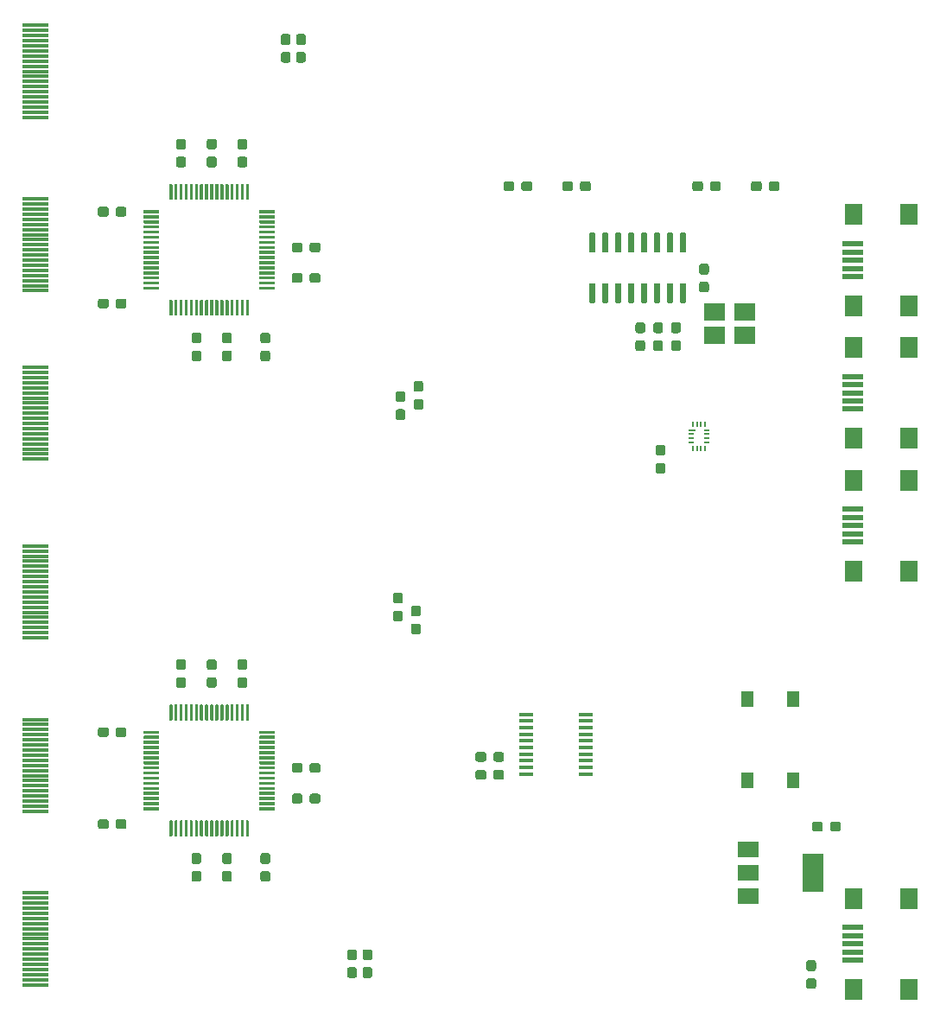
<source format=gbr>
G04 #@! TF.GenerationSoftware,KiCad,Pcbnew,5.1.2-f72e74a~84~ubuntu18.04.1*
G04 #@! TF.CreationDate,2019-07-30T17:28:06-04:00*
G04 #@! TF.ProjectId,kvm-base,6b766d2d-6261-4736-952e-6b696361645f,rev?*
G04 #@! TF.SameCoordinates,Original*
G04 #@! TF.FileFunction,Paste,Top*
G04 #@! TF.FilePolarity,Positive*
%FSLAX46Y46*%
G04 Gerber Fmt 4.6, Leading zero omitted, Abs format (unit mm)*
G04 Created by KiCad (PCBNEW 5.1.2-f72e74a~84~ubuntu18.04.1) date 2019-07-30 17:28:06*
%MOMM*%
%LPD*%
G04 APERTURE LIST*
%ADD10R,2.000000X0.500000*%
%ADD11R,1.700000X2.000000*%
%ADD12R,2.600000X0.300000*%
%ADD13C,0.100000*%
%ADD14C,0.950000*%
%ADD15R,1.300000X1.550000*%
%ADD16R,2.000000X3.800000*%
%ADD17R,2.000000X1.500000*%
%ADD18R,0.663000X0.225000*%
%ADD19R,0.563000X0.225000*%
%ADD20R,0.225000X0.563000*%
%ADD21R,1.450000X0.450000*%
%ADD22C,0.300000*%
%ADD23C,0.600000*%
%ADD24R,2.100000X1.800000*%
G04 APERTURE END LIST*
D10*
X111050000Y-115600000D03*
X111050000Y-114800000D03*
X111050000Y-114000000D03*
X111050000Y-113200000D03*
X111050000Y-112400000D03*
D11*
X111150000Y-118450000D03*
X116600000Y-118450000D03*
X111150000Y-109550000D03*
X116600000Y-109550000D03*
X116600000Y-68550000D03*
X111150000Y-68550000D03*
X116600000Y-77450000D03*
X111150000Y-77450000D03*
D10*
X111050000Y-71400000D03*
X111050000Y-72200000D03*
X111050000Y-73000000D03*
X111050000Y-73800000D03*
X111050000Y-74600000D03*
X111050000Y-61600000D03*
X111050000Y-60800000D03*
X111050000Y-60000000D03*
X111050000Y-59200000D03*
X111050000Y-58400000D03*
D11*
X111150000Y-64450000D03*
X116600000Y-64450000D03*
X111150000Y-55550000D03*
X116600000Y-55550000D03*
D10*
X111050000Y-48600000D03*
X111050000Y-47800000D03*
X111050000Y-47000000D03*
X111050000Y-46200000D03*
X111050000Y-45400000D03*
D11*
X111150000Y-51450000D03*
X116600000Y-51450000D03*
X111150000Y-42550000D03*
X116600000Y-42550000D03*
D12*
X31000000Y-24000000D03*
X31000000Y-24500000D03*
X31000000Y-25000000D03*
X31000000Y-25500000D03*
X31000000Y-26000000D03*
X31000000Y-26500000D03*
X31000000Y-27000000D03*
X31000000Y-27500000D03*
X31000000Y-28000000D03*
X31000000Y-28500000D03*
X31000000Y-29000000D03*
X31000000Y-29500000D03*
X31000000Y-30000000D03*
X31000000Y-30500000D03*
X31000000Y-31000000D03*
X31000000Y-31500000D03*
X31000000Y-32000000D03*
X31000000Y-32500000D03*
X31000000Y-33000000D03*
X31000000Y-41000000D03*
X31000000Y-41500000D03*
X31000000Y-42000000D03*
X31000000Y-42500000D03*
X31000000Y-43000000D03*
X31000000Y-43500000D03*
X31000000Y-44000000D03*
X31000000Y-44500000D03*
X31000000Y-45000000D03*
X31000000Y-45500000D03*
X31000000Y-46000000D03*
X31000000Y-46500000D03*
X31000000Y-47000000D03*
X31000000Y-47500000D03*
X31000000Y-48000000D03*
X31000000Y-48500000D03*
X31000000Y-49000000D03*
X31000000Y-49500000D03*
X31000000Y-50000000D03*
X31000000Y-57500000D03*
X31000000Y-58000000D03*
X31000000Y-58500000D03*
X31000000Y-59000000D03*
X31000000Y-59500000D03*
X31000000Y-60000000D03*
X31000000Y-60500000D03*
X31000000Y-61000000D03*
X31000000Y-61500000D03*
X31000000Y-62000000D03*
X31000000Y-62500000D03*
X31000000Y-63000000D03*
X31000000Y-63500000D03*
X31000000Y-64000000D03*
X31000000Y-64500000D03*
X31000000Y-65000000D03*
X31000000Y-65500000D03*
X31000000Y-66000000D03*
X31000000Y-66500000D03*
X31000000Y-75000000D03*
X31000000Y-75500000D03*
X31000000Y-76000000D03*
X31000000Y-76500000D03*
X31000000Y-77000000D03*
X31000000Y-77500000D03*
X31000000Y-78000000D03*
X31000000Y-78500000D03*
X31000000Y-79000000D03*
X31000000Y-79500000D03*
X31000000Y-80000000D03*
X31000000Y-80500000D03*
X31000000Y-81000000D03*
X31000000Y-81500000D03*
X31000000Y-82000000D03*
X31000000Y-82500000D03*
X31000000Y-83000000D03*
X31000000Y-83500000D03*
X31000000Y-84000000D03*
X31000000Y-92000000D03*
X31000000Y-92500000D03*
X31000000Y-93000000D03*
X31000000Y-93500000D03*
X31000000Y-94000000D03*
X31000000Y-94500000D03*
X31000000Y-95000000D03*
X31000000Y-95500000D03*
X31000000Y-96000000D03*
X31000000Y-96500000D03*
X31000000Y-97000000D03*
X31000000Y-97500000D03*
X31000000Y-98000000D03*
X31000000Y-98500000D03*
X31000000Y-99000000D03*
X31000000Y-99500000D03*
X31000000Y-100000000D03*
X31000000Y-100500000D03*
X31000000Y-101000000D03*
X31000000Y-109000000D03*
X31000000Y-109500000D03*
X31000000Y-110000000D03*
X31000000Y-110500000D03*
X31000000Y-111000000D03*
X31000000Y-111500000D03*
X31000000Y-112000000D03*
X31000000Y-112500000D03*
X31000000Y-113000000D03*
X31000000Y-113500000D03*
X31000000Y-114000000D03*
X31000000Y-114500000D03*
X31000000Y-115000000D03*
X31000000Y-115500000D03*
X31000000Y-116000000D03*
X31000000Y-116500000D03*
X31000000Y-117000000D03*
X31000000Y-117500000D03*
X31000000Y-118000000D03*
D13*
G36*
X107260779Y-117351144D02*
G01*
X107283834Y-117354563D01*
X107306443Y-117360227D01*
X107328387Y-117368079D01*
X107349457Y-117378044D01*
X107369448Y-117390026D01*
X107388168Y-117403910D01*
X107405438Y-117419562D01*
X107421090Y-117436832D01*
X107434974Y-117455552D01*
X107446956Y-117475543D01*
X107456921Y-117496613D01*
X107464773Y-117518557D01*
X107470437Y-117541166D01*
X107473856Y-117564221D01*
X107475000Y-117587500D01*
X107475000Y-118162500D01*
X107473856Y-118185779D01*
X107470437Y-118208834D01*
X107464773Y-118231443D01*
X107456921Y-118253387D01*
X107446956Y-118274457D01*
X107434974Y-118294448D01*
X107421090Y-118313168D01*
X107405438Y-118330438D01*
X107388168Y-118346090D01*
X107369448Y-118359974D01*
X107349457Y-118371956D01*
X107328387Y-118381921D01*
X107306443Y-118389773D01*
X107283834Y-118395437D01*
X107260779Y-118398856D01*
X107237500Y-118400000D01*
X106762500Y-118400000D01*
X106739221Y-118398856D01*
X106716166Y-118395437D01*
X106693557Y-118389773D01*
X106671613Y-118381921D01*
X106650543Y-118371956D01*
X106630552Y-118359974D01*
X106611832Y-118346090D01*
X106594562Y-118330438D01*
X106578910Y-118313168D01*
X106565026Y-118294448D01*
X106553044Y-118274457D01*
X106543079Y-118253387D01*
X106535227Y-118231443D01*
X106529563Y-118208834D01*
X106526144Y-118185779D01*
X106525000Y-118162500D01*
X106525000Y-117587500D01*
X106526144Y-117564221D01*
X106529563Y-117541166D01*
X106535227Y-117518557D01*
X106543079Y-117496613D01*
X106553044Y-117475543D01*
X106565026Y-117455552D01*
X106578910Y-117436832D01*
X106594562Y-117419562D01*
X106611832Y-117403910D01*
X106630552Y-117390026D01*
X106650543Y-117378044D01*
X106671613Y-117368079D01*
X106693557Y-117360227D01*
X106716166Y-117354563D01*
X106739221Y-117351144D01*
X106762500Y-117350000D01*
X107237500Y-117350000D01*
X107260779Y-117351144D01*
X107260779Y-117351144D01*
G37*
D14*
X107000000Y-117875000D03*
D13*
G36*
X107260779Y-115601144D02*
G01*
X107283834Y-115604563D01*
X107306443Y-115610227D01*
X107328387Y-115618079D01*
X107349457Y-115628044D01*
X107369448Y-115640026D01*
X107388168Y-115653910D01*
X107405438Y-115669562D01*
X107421090Y-115686832D01*
X107434974Y-115705552D01*
X107446956Y-115725543D01*
X107456921Y-115746613D01*
X107464773Y-115768557D01*
X107470437Y-115791166D01*
X107473856Y-115814221D01*
X107475000Y-115837500D01*
X107475000Y-116412500D01*
X107473856Y-116435779D01*
X107470437Y-116458834D01*
X107464773Y-116481443D01*
X107456921Y-116503387D01*
X107446956Y-116524457D01*
X107434974Y-116544448D01*
X107421090Y-116563168D01*
X107405438Y-116580438D01*
X107388168Y-116596090D01*
X107369448Y-116609974D01*
X107349457Y-116621956D01*
X107328387Y-116631921D01*
X107306443Y-116639773D01*
X107283834Y-116645437D01*
X107260779Y-116648856D01*
X107237500Y-116650000D01*
X106762500Y-116650000D01*
X106739221Y-116648856D01*
X106716166Y-116645437D01*
X106693557Y-116639773D01*
X106671613Y-116631921D01*
X106650543Y-116621956D01*
X106630552Y-116609974D01*
X106611832Y-116596090D01*
X106594562Y-116580438D01*
X106578910Y-116563168D01*
X106565026Y-116544448D01*
X106553044Y-116524457D01*
X106543079Y-116503387D01*
X106535227Y-116481443D01*
X106529563Y-116458834D01*
X106526144Y-116435779D01*
X106525000Y-116412500D01*
X106525000Y-115837500D01*
X106526144Y-115814221D01*
X106529563Y-115791166D01*
X106535227Y-115768557D01*
X106543079Y-115746613D01*
X106553044Y-115725543D01*
X106565026Y-115705552D01*
X106578910Y-115686832D01*
X106594562Y-115669562D01*
X106611832Y-115653910D01*
X106630552Y-115640026D01*
X106650543Y-115628044D01*
X106671613Y-115618079D01*
X106693557Y-115610227D01*
X106716166Y-115604563D01*
X106739221Y-115601144D01*
X106762500Y-115600000D01*
X107237500Y-115600000D01*
X107260779Y-115601144D01*
X107260779Y-115601144D01*
G37*
D14*
X107000000Y-116125000D03*
D13*
G36*
X107935779Y-102026144D02*
G01*
X107958834Y-102029563D01*
X107981443Y-102035227D01*
X108003387Y-102043079D01*
X108024457Y-102053044D01*
X108044448Y-102065026D01*
X108063168Y-102078910D01*
X108080438Y-102094562D01*
X108096090Y-102111832D01*
X108109974Y-102130552D01*
X108121956Y-102150543D01*
X108131921Y-102171613D01*
X108139773Y-102193557D01*
X108145437Y-102216166D01*
X108148856Y-102239221D01*
X108150000Y-102262500D01*
X108150000Y-102737500D01*
X108148856Y-102760779D01*
X108145437Y-102783834D01*
X108139773Y-102806443D01*
X108131921Y-102828387D01*
X108121956Y-102849457D01*
X108109974Y-102869448D01*
X108096090Y-102888168D01*
X108080438Y-102905438D01*
X108063168Y-102921090D01*
X108044448Y-102934974D01*
X108024457Y-102946956D01*
X108003387Y-102956921D01*
X107981443Y-102964773D01*
X107958834Y-102970437D01*
X107935779Y-102973856D01*
X107912500Y-102975000D01*
X107337500Y-102975000D01*
X107314221Y-102973856D01*
X107291166Y-102970437D01*
X107268557Y-102964773D01*
X107246613Y-102956921D01*
X107225543Y-102946956D01*
X107205552Y-102934974D01*
X107186832Y-102921090D01*
X107169562Y-102905438D01*
X107153910Y-102888168D01*
X107140026Y-102869448D01*
X107128044Y-102849457D01*
X107118079Y-102828387D01*
X107110227Y-102806443D01*
X107104563Y-102783834D01*
X107101144Y-102760779D01*
X107100000Y-102737500D01*
X107100000Y-102262500D01*
X107101144Y-102239221D01*
X107104563Y-102216166D01*
X107110227Y-102193557D01*
X107118079Y-102171613D01*
X107128044Y-102150543D01*
X107140026Y-102130552D01*
X107153910Y-102111832D01*
X107169562Y-102094562D01*
X107186832Y-102078910D01*
X107205552Y-102065026D01*
X107225543Y-102053044D01*
X107246613Y-102043079D01*
X107268557Y-102035227D01*
X107291166Y-102029563D01*
X107314221Y-102026144D01*
X107337500Y-102025000D01*
X107912500Y-102025000D01*
X107935779Y-102026144D01*
X107935779Y-102026144D01*
G37*
D14*
X107625000Y-102500000D03*
D13*
G36*
X109685779Y-102026144D02*
G01*
X109708834Y-102029563D01*
X109731443Y-102035227D01*
X109753387Y-102043079D01*
X109774457Y-102053044D01*
X109794448Y-102065026D01*
X109813168Y-102078910D01*
X109830438Y-102094562D01*
X109846090Y-102111832D01*
X109859974Y-102130552D01*
X109871956Y-102150543D01*
X109881921Y-102171613D01*
X109889773Y-102193557D01*
X109895437Y-102216166D01*
X109898856Y-102239221D01*
X109900000Y-102262500D01*
X109900000Y-102737500D01*
X109898856Y-102760779D01*
X109895437Y-102783834D01*
X109889773Y-102806443D01*
X109881921Y-102828387D01*
X109871956Y-102849457D01*
X109859974Y-102869448D01*
X109846090Y-102888168D01*
X109830438Y-102905438D01*
X109813168Y-102921090D01*
X109794448Y-102934974D01*
X109774457Y-102946956D01*
X109753387Y-102956921D01*
X109731443Y-102964773D01*
X109708834Y-102970437D01*
X109685779Y-102973856D01*
X109662500Y-102975000D01*
X109087500Y-102975000D01*
X109064221Y-102973856D01*
X109041166Y-102970437D01*
X109018557Y-102964773D01*
X108996613Y-102956921D01*
X108975543Y-102946956D01*
X108955552Y-102934974D01*
X108936832Y-102921090D01*
X108919562Y-102905438D01*
X108903910Y-102888168D01*
X108890026Y-102869448D01*
X108878044Y-102849457D01*
X108868079Y-102828387D01*
X108860227Y-102806443D01*
X108854563Y-102783834D01*
X108851144Y-102760779D01*
X108850000Y-102737500D01*
X108850000Y-102262500D01*
X108851144Y-102239221D01*
X108854563Y-102216166D01*
X108860227Y-102193557D01*
X108868079Y-102171613D01*
X108878044Y-102150543D01*
X108890026Y-102130552D01*
X108903910Y-102111832D01*
X108919562Y-102094562D01*
X108936832Y-102078910D01*
X108955552Y-102065026D01*
X108975543Y-102053044D01*
X108996613Y-102043079D01*
X109018557Y-102035227D01*
X109041166Y-102029563D01*
X109064221Y-102026144D01*
X109087500Y-102025000D01*
X109662500Y-102025000D01*
X109685779Y-102026144D01*
X109685779Y-102026144D01*
G37*
D14*
X109375000Y-102500000D03*
D13*
G36*
X92510779Y-65101144D02*
G01*
X92533834Y-65104563D01*
X92556443Y-65110227D01*
X92578387Y-65118079D01*
X92599457Y-65128044D01*
X92619448Y-65140026D01*
X92638168Y-65153910D01*
X92655438Y-65169562D01*
X92671090Y-65186832D01*
X92684974Y-65205552D01*
X92696956Y-65225543D01*
X92706921Y-65246613D01*
X92714773Y-65268557D01*
X92720437Y-65291166D01*
X92723856Y-65314221D01*
X92725000Y-65337500D01*
X92725000Y-65912500D01*
X92723856Y-65935779D01*
X92720437Y-65958834D01*
X92714773Y-65981443D01*
X92706921Y-66003387D01*
X92696956Y-66024457D01*
X92684974Y-66044448D01*
X92671090Y-66063168D01*
X92655438Y-66080438D01*
X92638168Y-66096090D01*
X92619448Y-66109974D01*
X92599457Y-66121956D01*
X92578387Y-66131921D01*
X92556443Y-66139773D01*
X92533834Y-66145437D01*
X92510779Y-66148856D01*
X92487500Y-66150000D01*
X92012500Y-66150000D01*
X91989221Y-66148856D01*
X91966166Y-66145437D01*
X91943557Y-66139773D01*
X91921613Y-66131921D01*
X91900543Y-66121956D01*
X91880552Y-66109974D01*
X91861832Y-66096090D01*
X91844562Y-66080438D01*
X91828910Y-66063168D01*
X91815026Y-66044448D01*
X91803044Y-66024457D01*
X91793079Y-66003387D01*
X91785227Y-65981443D01*
X91779563Y-65958834D01*
X91776144Y-65935779D01*
X91775000Y-65912500D01*
X91775000Y-65337500D01*
X91776144Y-65314221D01*
X91779563Y-65291166D01*
X91785227Y-65268557D01*
X91793079Y-65246613D01*
X91803044Y-65225543D01*
X91815026Y-65205552D01*
X91828910Y-65186832D01*
X91844562Y-65169562D01*
X91861832Y-65153910D01*
X91880552Y-65140026D01*
X91900543Y-65128044D01*
X91921613Y-65118079D01*
X91943557Y-65110227D01*
X91966166Y-65104563D01*
X91989221Y-65101144D01*
X92012500Y-65100000D01*
X92487500Y-65100000D01*
X92510779Y-65101144D01*
X92510779Y-65101144D01*
G37*
D14*
X92250000Y-65625000D03*
D13*
G36*
X92510779Y-66851144D02*
G01*
X92533834Y-66854563D01*
X92556443Y-66860227D01*
X92578387Y-66868079D01*
X92599457Y-66878044D01*
X92619448Y-66890026D01*
X92638168Y-66903910D01*
X92655438Y-66919562D01*
X92671090Y-66936832D01*
X92684974Y-66955552D01*
X92696956Y-66975543D01*
X92706921Y-66996613D01*
X92714773Y-67018557D01*
X92720437Y-67041166D01*
X92723856Y-67064221D01*
X92725000Y-67087500D01*
X92725000Y-67662500D01*
X92723856Y-67685779D01*
X92720437Y-67708834D01*
X92714773Y-67731443D01*
X92706921Y-67753387D01*
X92696956Y-67774457D01*
X92684974Y-67794448D01*
X92671090Y-67813168D01*
X92655438Y-67830438D01*
X92638168Y-67846090D01*
X92619448Y-67859974D01*
X92599457Y-67871956D01*
X92578387Y-67881921D01*
X92556443Y-67889773D01*
X92533834Y-67895437D01*
X92510779Y-67898856D01*
X92487500Y-67900000D01*
X92012500Y-67900000D01*
X91989221Y-67898856D01*
X91966166Y-67895437D01*
X91943557Y-67889773D01*
X91921613Y-67881921D01*
X91900543Y-67871956D01*
X91880552Y-67859974D01*
X91861832Y-67846090D01*
X91844562Y-67830438D01*
X91828910Y-67813168D01*
X91815026Y-67794448D01*
X91803044Y-67774457D01*
X91793079Y-67753387D01*
X91785227Y-67731443D01*
X91779563Y-67708834D01*
X91776144Y-67685779D01*
X91775000Y-67662500D01*
X91775000Y-67087500D01*
X91776144Y-67064221D01*
X91779563Y-67041166D01*
X91785227Y-67018557D01*
X91793079Y-66996613D01*
X91803044Y-66975543D01*
X91815026Y-66955552D01*
X91828910Y-66936832D01*
X91844562Y-66919562D01*
X91861832Y-66903910D01*
X91880552Y-66890026D01*
X91900543Y-66878044D01*
X91921613Y-66868079D01*
X91943557Y-66860227D01*
X91966166Y-66854563D01*
X91989221Y-66851144D01*
X92012500Y-66850000D01*
X92487500Y-66850000D01*
X92510779Y-66851144D01*
X92510779Y-66851144D01*
G37*
D14*
X92250000Y-67375000D03*
D13*
G36*
X74935779Y-95196144D02*
G01*
X74958834Y-95199563D01*
X74981443Y-95205227D01*
X75003387Y-95213079D01*
X75024457Y-95223044D01*
X75044448Y-95235026D01*
X75063168Y-95248910D01*
X75080438Y-95264562D01*
X75096090Y-95281832D01*
X75109974Y-95300552D01*
X75121956Y-95320543D01*
X75131921Y-95341613D01*
X75139773Y-95363557D01*
X75145437Y-95386166D01*
X75148856Y-95409221D01*
X75150000Y-95432500D01*
X75150000Y-95907500D01*
X75148856Y-95930779D01*
X75145437Y-95953834D01*
X75139773Y-95976443D01*
X75131921Y-95998387D01*
X75121956Y-96019457D01*
X75109974Y-96039448D01*
X75096090Y-96058168D01*
X75080438Y-96075438D01*
X75063168Y-96091090D01*
X75044448Y-96104974D01*
X75024457Y-96116956D01*
X75003387Y-96126921D01*
X74981443Y-96134773D01*
X74958834Y-96140437D01*
X74935779Y-96143856D01*
X74912500Y-96145000D01*
X74337500Y-96145000D01*
X74314221Y-96143856D01*
X74291166Y-96140437D01*
X74268557Y-96134773D01*
X74246613Y-96126921D01*
X74225543Y-96116956D01*
X74205552Y-96104974D01*
X74186832Y-96091090D01*
X74169562Y-96075438D01*
X74153910Y-96058168D01*
X74140026Y-96039448D01*
X74128044Y-96019457D01*
X74118079Y-95998387D01*
X74110227Y-95976443D01*
X74104563Y-95953834D01*
X74101144Y-95930779D01*
X74100000Y-95907500D01*
X74100000Y-95432500D01*
X74101144Y-95409221D01*
X74104563Y-95386166D01*
X74110227Y-95363557D01*
X74118079Y-95341613D01*
X74128044Y-95320543D01*
X74140026Y-95300552D01*
X74153910Y-95281832D01*
X74169562Y-95264562D01*
X74186832Y-95248910D01*
X74205552Y-95235026D01*
X74225543Y-95223044D01*
X74246613Y-95213079D01*
X74268557Y-95205227D01*
X74291166Y-95199563D01*
X74314221Y-95196144D01*
X74337500Y-95195000D01*
X74912500Y-95195000D01*
X74935779Y-95196144D01*
X74935779Y-95196144D01*
G37*
D14*
X74625000Y-95670000D03*
D13*
G36*
X76685779Y-95196144D02*
G01*
X76708834Y-95199563D01*
X76731443Y-95205227D01*
X76753387Y-95213079D01*
X76774457Y-95223044D01*
X76794448Y-95235026D01*
X76813168Y-95248910D01*
X76830438Y-95264562D01*
X76846090Y-95281832D01*
X76859974Y-95300552D01*
X76871956Y-95320543D01*
X76881921Y-95341613D01*
X76889773Y-95363557D01*
X76895437Y-95386166D01*
X76898856Y-95409221D01*
X76900000Y-95432500D01*
X76900000Y-95907500D01*
X76898856Y-95930779D01*
X76895437Y-95953834D01*
X76889773Y-95976443D01*
X76881921Y-95998387D01*
X76871956Y-96019457D01*
X76859974Y-96039448D01*
X76846090Y-96058168D01*
X76830438Y-96075438D01*
X76813168Y-96091090D01*
X76794448Y-96104974D01*
X76774457Y-96116956D01*
X76753387Y-96126921D01*
X76731443Y-96134773D01*
X76708834Y-96140437D01*
X76685779Y-96143856D01*
X76662500Y-96145000D01*
X76087500Y-96145000D01*
X76064221Y-96143856D01*
X76041166Y-96140437D01*
X76018557Y-96134773D01*
X75996613Y-96126921D01*
X75975543Y-96116956D01*
X75955552Y-96104974D01*
X75936832Y-96091090D01*
X75919562Y-96075438D01*
X75903910Y-96058168D01*
X75890026Y-96039448D01*
X75878044Y-96019457D01*
X75868079Y-95998387D01*
X75860227Y-95976443D01*
X75854563Y-95953834D01*
X75851144Y-95930779D01*
X75850000Y-95907500D01*
X75850000Y-95432500D01*
X75851144Y-95409221D01*
X75854563Y-95386166D01*
X75860227Y-95363557D01*
X75868079Y-95341613D01*
X75878044Y-95320543D01*
X75890026Y-95300552D01*
X75903910Y-95281832D01*
X75919562Y-95264562D01*
X75936832Y-95248910D01*
X75955552Y-95235026D01*
X75975543Y-95223044D01*
X75996613Y-95213079D01*
X76018557Y-95205227D01*
X76041166Y-95199563D01*
X76064221Y-95196144D01*
X76087500Y-95195000D01*
X76662500Y-95195000D01*
X76685779Y-95196144D01*
X76685779Y-95196144D01*
G37*
D14*
X76375000Y-95670000D03*
D13*
G36*
X76685779Y-96946144D02*
G01*
X76708834Y-96949563D01*
X76731443Y-96955227D01*
X76753387Y-96963079D01*
X76774457Y-96973044D01*
X76794448Y-96985026D01*
X76813168Y-96998910D01*
X76830438Y-97014562D01*
X76846090Y-97031832D01*
X76859974Y-97050552D01*
X76871956Y-97070543D01*
X76881921Y-97091613D01*
X76889773Y-97113557D01*
X76895437Y-97136166D01*
X76898856Y-97159221D01*
X76900000Y-97182500D01*
X76900000Y-97657500D01*
X76898856Y-97680779D01*
X76895437Y-97703834D01*
X76889773Y-97726443D01*
X76881921Y-97748387D01*
X76871956Y-97769457D01*
X76859974Y-97789448D01*
X76846090Y-97808168D01*
X76830438Y-97825438D01*
X76813168Y-97841090D01*
X76794448Y-97854974D01*
X76774457Y-97866956D01*
X76753387Y-97876921D01*
X76731443Y-97884773D01*
X76708834Y-97890437D01*
X76685779Y-97893856D01*
X76662500Y-97895000D01*
X76087500Y-97895000D01*
X76064221Y-97893856D01*
X76041166Y-97890437D01*
X76018557Y-97884773D01*
X75996613Y-97876921D01*
X75975543Y-97866956D01*
X75955552Y-97854974D01*
X75936832Y-97841090D01*
X75919562Y-97825438D01*
X75903910Y-97808168D01*
X75890026Y-97789448D01*
X75878044Y-97769457D01*
X75868079Y-97748387D01*
X75860227Y-97726443D01*
X75854563Y-97703834D01*
X75851144Y-97680779D01*
X75850000Y-97657500D01*
X75850000Y-97182500D01*
X75851144Y-97159221D01*
X75854563Y-97136166D01*
X75860227Y-97113557D01*
X75868079Y-97091613D01*
X75878044Y-97070543D01*
X75890026Y-97050552D01*
X75903910Y-97031832D01*
X75919562Y-97014562D01*
X75936832Y-96998910D01*
X75955552Y-96985026D01*
X75975543Y-96973044D01*
X75996613Y-96963079D01*
X76018557Y-96955227D01*
X76041166Y-96949563D01*
X76064221Y-96946144D01*
X76087500Y-96945000D01*
X76662500Y-96945000D01*
X76685779Y-96946144D01*
X76685779Y-96946144D01*
G37*
D14*
X76375000Y-97420000D03*
D13*
G36*
X74935779Y-96946144D02*
G01*
X74958834Y-96949563D01*
X74981443Y-96955227D01*
X75003387Y-96963079D01*
X75024457Y-96973044D01*
X75044448Y-96985026D01*
X75063168Y-96998910D01*
X75080438Y-97014562D01*
X75096090Y-97031832D01*
X75109974Y-97050552D01*
X75121956Y-97070543D01*
X75131921Y-97091613D01*
X75139773Y-97113557D01*
X75145437Y-97136166D01*
X75148856Y-97159221D01*
X75150000Y-97182500D01*
X75150000Y-97657500D01*
X75148856Y-97680779D01*
X75145437Y-97703834D01*
X75139773Y-97726443D01*
X75131921Y-97748387D01*
X75121956Y-97769457D01*
X75109974Y-97789448D01*
X75096090Y-97808168D01*
X75080438Y-97825438D01*
X75063168Y-97841090D01*
X75044448Y-97854974D01*
X75024457Y-97866956D01*
X75003387Y-97876921D01*
X74981443Y-97884773D01*
X74958834Y-97890437D01*
X74935779Y-97893856D01*
X74912500Y-97895000D01*
X74337500Y-97895000D01*
X74314221Y-97893856D01*
X74291166Y-97890437D01*
X74268557Y-97884773D01*
X74246613Y-97876921D01*
X74225543Y-97866956D01*
X74205552Y-97854974D01*
X74186832Y-97841090D01*
X74169562Y-97825438D01*
X74153910Y-97808168D01*
X74140026Y-97789448D01*
X74128044Y-97769457D01*
X74118079Y-97748387D01*
X74110227Y-97726443D01*
X74104563Y-97703834D01*
X74101144Y-97680779D01*
X74100000Y-97657500D01*
X74100000Y-97182500D01*
X74101144Y-97159221D01*
X74104563Y-97136166D01*
X74110227Y-97113557D01*
X74118079Y-97091613D01*
X74128044Y-97070543D01*
X74140026Y-97050552D01*
X74153910Y-97031832D01*
X74169562Y-97014562D01*
X74186832Y-96998910D01*
X74205552Y-96985026D01*
X74225543Y-96973044D01*
X74246613Y-96963079D01*
X74268557Y-96955227D01*
X74291166Y-96949563D01*
X74314221Y-96946144D01*
X74337500Y-96945000D01*
X74912500Y-96945000D01*
X74935779Y-96946144D01*
X74935779Y-96946144D01*
G37*
D14*
X74625000Y-97420000D03*
D13*
G36*
X47010779Y-54101144D02*
G01*
X47033834Y-54104563D01*
X47056443Y-54110227D01*
X47078387Y-54118079D01*
X47099457Y-54128044D01*
X47119448Y-54140026D01*
X47138168Y-54153910D01*
X47155438Y-54169562D01*
X47171090Y-54186832D01*
X47184974Y-54205552D01*
X47196956Y-54225543D01*
X47206921Y-54246613D01*
X47214773Y-54268557D01*
X47220437Y-54291166D01*
X47223856Y-54314221D01*
X47225000Y-54337500D01*
X47225000Y-54912500D01*
X47223856Y-54935779D01*
X47220437Y-54958834D01*
X47214773Y-54981443D01*
X47206921Y-55003387D01*
X47196956Y-55024457D01*
X47184974Y-55044448D01*
X47171090Y-55063168D01*
X47155438Y-55080438D01*
X47138168Y-55096090D01*
X47119448Y-55109974D01*
X47099457Y-55121956D01*
X47078387Y-55131921D01*
X47056443Y-55139773D01*
X47033834Y-55145437D01*
X47010779Y-55148856D01*
X46987500Y-55150000D01*
X46512500Y-55150000D01*
X46489221Y-55148856D01*
X46466166Y-55145437D01*
X46443557Y-55139773D01*
X46421613Y-55131921D01*
X46400543Y-55121956D01*
X46380552Y-55109974D01*
X46361832Y-55096090D01*
X46344562Y-55080438D01*
X46328910Y-55063168D01*
X46315026Y-55044448D01*
X46303044Y-55024457D01*
X46293079Y-55003387D01*
X46285227Y-54981443D01*
X46279563Y-54958834D01*
X46276144Y-54935779D01*
X46275000Y-54912500D01*
X46275000Y-54337500D01*
X46276144Y-54314221D01*
X46279563Y-54291166D01*
X46285227Y-54268557D01*
X46293079Y-54246613D01*
X46303044Y-54225543D01*
X46315026Y-54205552D01*
X46328910Y-54186832D01*
X46344562Y-54169562D01*
X46361832Y-54153910D01*
X46380552Y-54140026D01*
X46400543Y-54128044D01*
X46421613Y-54118079D01*
X46443557Y-54110227D01*
X46466166Y-54104563D01*
X46489221Y-54101144D01*
X46512500Y-54100000D01*
X46987500Y-54100000D01*
X47010779Y-54101144D01*
X47010779Y-54101144D01*
G37*
D14*
X46750000Y-54625000D03*
D13*
G36*
X47010779Y-55851144D02*
G01*
X47033834Y-55854563D01*
X47056443Y-55860227D01*
X47078387Y-55868079D01*
X47099457Y-55878044D01*
X47119448Y-55890026D01*
X47138168Y-55903910D01*
X47155438Y-55919562D01*
X47171090Y-55936832D01*
X47184974Y-55955552D01*
X47196956Y-55975543D01*
X47206921Y-55996613D01*
X47214773Y-56018557D01*
X47220437Y-56041166D01*
X47223856Y-56064221D01*
X47225000Y-56087500D01*
X47225000Y-56662500D01*
X47223856Y-56685779D01*
X47220437Y-56708834D01*
X47214773Y-56731443D01*
X47206921Y-56753387D01*
X47196956Y-56774457D01*
X47184974Y-56794448D01*
X47171090Y-56813168D01*
X47155438Y-56830438D01*
X47138168Y-56846090D01*
X47119448Y-56859974D01*
X47099457Y-56871956D01*
X47078387Y-56881921D01*
X47056443Y-56889773D01*
X47033834Y-56895437D01*
X47010779Y-56898856D01*
X46987500Y-56900000D01*
X46512500Y-56900000D01*
X46489221Y-56898856D01*
X46466166Y-56895437D01*
X46443557Y-56889773D01*
X46421613Y-56881921D01*
X46400543Y-56871956D01*
X46380552Y-56859974D01*
X46361832Y-56846090D01*
X46344562Y-56830438D01*
X46328910Y-56813168D01*
X46315026Y-56794448D01*
X46303044Y-56774457D01*
X46293079Y-56753387D01*
X46285227Y-56731443D01*
X46279563Y-56708834D01*
X46276144Y-56685779D01*
X46275000Y-56662500D01*
X46275000Y-56087500D01*
X46276144Y-56064221D01*
X46279563Y-56041166D01*
X46285227Y-56018557D01*
X46293079Y-55996613D01*
X46303044Y-55975543D01*
X46315026Y-55955552D01*
X46328910Y-55936832D01*
X46344562Y-55919562D01*
X46361832Y-55903910D01*
X46380552Y-55890026D01*
X46400543Y-55878044D01*
X46421613Y-55868079D01*
X46443557Y-55860227D01*
X46466166Y-55854563D01*
X46489221Y-55851144D01*
X46512500Y-55850000D01*
X46987500Y-55850000D01*
X47010779Y-55851144D01*
X47010779Y-55851144D01*
G37*
D14*
X46750000Y-56375000D03*
D13*
G36*
X50010779Y-55851144D02*
G01*
X50033834Y-55854563D01*
X50056443Y-55860227D01*
X50078387Y-55868079D01*
X50099457Y-55878044D01*
X50119448Y-55890026D01*
X50138168Y-55903910D01*
X50155438Y-55919562D01*
X50171090Y-55936832D01*
X50184974Y-55955552D01*
X50196956Y-55975543D01*
X50206921Y-55996613D01*
X50214773Y-56018557D01*
X50220437Y-56041166D01*
X50223856Y-56064221D01*
X50225000Y-56087500D01*
X50225000Y-56662500D01*
X50223856Y-56685779D01*
X50220437Y-56708834D01*
X50214773Y-56731443D01*
X50206921Y-56753387D01*
X50196956Y-56774457D01*
X50184974Y-56794448D01*
X50171090Y-56813168D01*
X50155438Y-56830438D01*
X50138168Y-56846090D01*
X50119448Y-56859974D01*
X50099457Y-56871956D01*
X50078387Y-56881921D01*
X50056443Y-56889773D01*
X50033834Y-56895437D01*
X50010779Y-56898856D01*
X49987500Y-56900000D01*
X49512500Y-56900000D01*
X49489221Y-56898856D01*
X49466166Y-56895437D01*
X49443557Y-56889773D01*
X49421613Y-56881921D01*
X49400543Y-56871956D01*
X49380552Y-56859974D01*
X49361832Y-56846090D01*
X49344562Y-56830438D01*
X49328910Y-56813168D01*
X49315026Y-56794448D01*
X49303044Y-56774457D01*
X49293079Y-56753387D01*
X49285227Y-56731443D01*
X49279563Y-56708834D01*
X49276144Y-56685779D01*
X49275000Y-56662500D01*
X49275000Y-56087500D01*
X49276144Y-56064221D01*
X49279563Y-56041166D01*
X49285227Y-56018557D01*
X49293079Y-55996613D01*
X49303044Y-55975543D01*
X49315026Y-55955552D01*
X49328910Y-55936832D01*
X49344562Y-55919562D01*
X49361832Y-55903910D01*
X49380552Y-55890026D01*
X49400543Y-55878044D01*
X49421613Y-55868079D01*
X49443557Y-55860227D01*
X49466166Y-55854563D01*
X49489221Y-55851144D01*
X49512500Y-55850000D01*
X49987500Y-55850000D01*
X50010779Y-55851144D01*
X50010779Y-55851144D01*
G37*
D14*
X49750000Y-56375000D03*
D13*
G36*
X50010779Y-54101144D02*
G01*
X50033834Y-54104563D01*
X50056443Y-54110227D01*
X50078387Y-54118079D01*
X50099457Y-54128044D01*
X50119448Y-54140026D01*
X50138168Y-54153910D01*
X50155438Y-54169562D01*
X50171090Y-54186832D01*
X50184974Y-54205552D01*
X50196956Y-54225543D01*
X50206921Y-54246613D01*
X50214773Y-54268557D01*
X50220437Y-54291166D01*
X50223856Y-54314221D01*
X50225000Y-54337500D01*
X50225000Y-54912500D01*
X50223856Y-54935779D01*
X50220437Y-54958834D01*
X50214773Y-54981443D01*
X50206921Y-55003387D01*
X50196956Y-55024457D01*
X50184974Y-55044448D01*
X50171090Y-55063168D01*
X50155438Y-55080438D01*
X50138168Y-55096090D01*
X50119448Y-55109974D01*
X50099457Y-55121956D01*
X50078387Y-55131921D01*
X50056443Y-55139773D01*
X50033834Y-55145437D01*
X50010779Y-55148856D01*
X49987500Y-55150000D01*
X49512500Y-55150000D01*
X49489221Y-55148856D01*
X49466166Y-55145437D01*
X49443557Y-55139773D01*
X49421613Y-55131921D01*
X49400543Y-55121956D01*
X49380552Y-55109974D01*
X49361832Y-55096090D01*
X49344562Y-55080438D01*
X49328910Y-55063168D01*
X49315026Y-55044448D01*
X49303044Y-55024457D01*
X49293079Y-55003387D01*
X49285227Y-54981443D01*
X49279563Y-54958834D01*
X49276144Y-54935779D01*
X49275000Y-54912500D01*
X49275000Y-54337500D01*
X49276144Y-54314221D01*
X49279563Y-54291166D01*
X49285227Y-54268557D01*
X49293079Y-54246613D01*
X49303044Y-54225543D01*
X49315026Y-54205552D01*
X49328910Y-54186832D01*
X49344562Y-54169562D01*
X49361832Y-54153910D01*
X49380552Y-54140026D01*
X49400543Y-54128044D01*
X49421613Y-54118079D01*
X49443557Y-54110227D01*
X49466166Y-54104563D01*
X49489221Y-54101144D01*
X49512500Y-54100000D01*
X49987500Y-54100000D01*
X50010779Y-54101144D01*
X50010779Y-54101144D01*
G37*
D14*
X49750000Y-54625000D03*
D13*
G36*
X56935779Y-48276144D02*
G01*
X56958834Y-48279563D01*
X56981443Y-48285227D01*
X57003387Y-48293079D01*
X57024457Y-48303044D01*
X57044448Y-48315026D01*
X57063168Y-48328910D01*
X57080438Y-48344562D01*
X57096090Y-48361832D01*
X57109974Y-48380552D01*
X57121956Y-48400543D01*
X57131921Y-48421613D01*
X57139773Y-48443557D01*
X57145437Y-48466166D01*
X57148856Y-48489221D01*
X57150000Y-48512500D01*
X57150000Y-48987500D01*
X57148856Y-49010779D01*
X57145437Y-49033834D01*
X57139773Y-49056443D01*
X57131921Y-49078387D01*
X57121956Y-49099457D01*
X57109974Y-49119448D01*
X57096090Y-49138168D01*
X57080438Y-49155438D01*
X57063168Y-49171090D01*
X57044448Y-49184974D01*
X57024457Y-49196956D01*
X57003387Y-49206921D01*
X56981443Y-49214773D01*
X56958834Y-49220437D01*
X56935779Y-49223856D01*
X56912500Y-49225000D01*
X56337500Y-49225000D01*
X56314221Y-49223856D01*
X56291166Y-49220437D01*
X56268557Y-49214773D01*
X56246613Y-49206921D01*
X56225543Y-49196956D01*
X56205552Y-49184974D01*
X56186832Y-49171090D01*
X56169562Y-49155438D01*
X56153910Y-49138168D01*
X56140026Y-49119448D01*
X56128044Y-49099457D01*
X56118079Y-49078387D01*
X56110227Y-49056443D01*
X56104563Y-49033834D01*
X56101144Y-49010779D01*
X56100000Y-48987500D01*
X56100000Y-48512500D01*
X56101144Y-48489221D01*
X56104563Y-48466166D01*
X56110227Y-48443557D01*
X56118079Y-48421613D01*
X56128044Y-48400543D01*
X56140026Y-48380552D01*
X56153910Y-48361832D01*
X56169562Y-48344562D01*
X56186832Y-48328910D01*
X56205552Y-48315026D01*
X56225543Y-48303044D01*
X56246613Y-48293079D01*
X56268557Y-48285227D01*
X56291166Y-48279563D01*
X56314221Y-48276144D01*
X56337500Y-48275000D01*
X56912500Y-48275000D01*
X56935779Y-48276144D01*
X56935779Y-48276144D01*
G37*
D14*
X56625000Y-48750000D03*
D13*
G36*
X58685779Y-48276144D02*
G01*
X58708834Y-48279563D01*
X58731443Y-48285227D01*
X58753387Y-48293079D01*
X58774457Y-48303044D01*
X58794448Y-48315026D01*
X58813168Y-48328910D01*
X58830438Y-48344562D01*
X58846090Y-48361832D01*
X58859974Y-48380552D01*
X58871956Y-48400543D01*
X58881921Y-48421613D01*
X58889773Y-48443557D01*
X58895437Y-48466166D01*
X58898856Y-48489221D01*
X58900000Y-48512500D01*
X58900000Y-48987500D01*
X58898856Y-49010779D01*
X58895437Y-49033834D01*
X58889773Y-49056443D01*
X58881921Y-49078387D01*
X58871956Y-49099457D01*
X58859974Y-49119448D01*
X58846090Y-49138168D01*
X58830438Y-49155438D01*
X58813168Y-49171090D01*
X58794448Y-49184974D01*
X58774457Y-49196956D01*
X58753387Y-49206921D01*
X58731443Y-49214773D01*
X58708834Y-49220437D01*
X58685779Y-49223856D01*
X58662500Y-49225000D01*
X58087500Y-49225000D01*
X58064221Y-49223856D01*
X58041166Y-49220437D01*
X58018557Y-49214773D01*
X57996613Y-49206921D01*
X57975543Y-49196956D01*
X57955552Y-49184974D01*
X57936832Y-49171090D01*
X57919562Y-49155438D01*
X57903910Y-49138168D01*
X57890026Y-49119448D01*
X57878044Y-49099457D01*
X57868079Y-49078387D01*
X57860227Y-49056443D01*
X57854563Y-49033834D01*
X57851144Y-49010779D01*
X57850000Y-48987500D01*
X57850000Y-48512500D01*
X57851144Y-48489221D01*
X57854563Y-48466166D01*
X57860227Y-48443557D01*
X57868079Y-48421613D01*
X57878044Y-48400543D01*
X57890026Y-48380552D01*
X57903910Y-48361832D01*
X57919562Y-48344562D01*
X57936832Y-48328910D01*
X57955552Y-48315026D01*
X57975543Y-48303044D01*
X57996613Y-48293079D01*
X58018557Y-48285227D01*
X58041166Y-48279563D01*
X58064221Y-48276144D01*
X58087500Y-48275000D01*
X58662500Y-48275000D01*
X58685779Y-48276144D01*
X58685779Y-48276144D01*
G37*
D14*
X58375000Y-48750000D03*
D13*
G36*
X58685779Y-45276144D02*
G01*
X58708834Y-45279563D01*
X58731443Y-45285227D01*
X58753387Y-45293079D01*
X58774457Y-45303044D01*
X58794448Y-45315026D01*
X58813168Y-45328910D01*
X58830438Y-45344562D01*
X58846090Y-45361832D01*
X58859974Y-45380552D01*
X58871956Y-45400543D01*
X58881921Y-45421613D01*
X58889773Y-45443557D01*
X58895437Y-45466166D01*
X58898856Y-45489221D01*
X58900000Y-45512500D01*
X58900000Y-45987500D01*
X58898856Y-46010779D01*
X58895437Y-46033834D01*
X58889773Y-46056443D01*
X58881921Y-46078387D01*
X58871956Y-46099457D01*
X58859974Y-46119448D01*
X58846090Y-46138168D01*
X58830438Y-46155438D01*
X58813168Y-46171090D01*
X58794448Y-46184974D01*
X58774457Y-46196956D01*
X58753387Y-46206921D01*
X58731443Y-46214773D01*
X58708834Y-46220437D01*
X58685779Y-46223856D01*
X58662500Y-46225000D01*
X58087500Y-46225000D01*
X58064221Y-46223856D01*
X58041166Y-46220437D01*
X58018557Y-46214773D01*
X57996613Y-46206921D01*
X57975543Y-46196956D01*
X57955552Y-46184974D01*
X57936832Y-46171090D01*
X57919562Y-46155438D01*
X57903910Y-46138168D01*
X57890026Y-46119448D01*
X57878044Y-46099457D01*
X57868079Y-46078387D01*
X57860227Y-46056443D01*
X57854563Y-46033834D01*
X57851144Y-46010779D01*
X57850000Y-45987500D01*
X57850000Y-45512500D01*
X57851144Y-45489221D01*
X57854563Y-45466166D01*
X57860227Y-45443557D01*
X57868079Y-45421613D01*
X57878044Y-45400543D01*
X57890026Y-45380552D01*
X57903910Y-45361832D01*
X57919562Y-45344562D01*
X57936832Y-45328910D01*
X57955552Y-45315026D01*
X57975543Y-45303044D01*
X57996613Y-45293079D01*
X58018557Y-45285227D01*
X58041166Y-45279563D01*
X58064221Y-45276144D01*
X58087500Y-45275000D01*
X58662500Y-45275000D01*
X58685779Y-45276144D01*
X58685779Y-45276144D01*
G37*
D14*
X58375000Y-45750000D03*
D13*
G36*
X56935779Y-45276144D02*
G01*
X56958834Y-45279563D01*
X56981443Y-45285227D01*
X57003387Y-45293079D01*
X57024457Y-45303044D01*
X57044448Y-45315026D01*
X57063168Y-45328910D01*
X57080438Y-45344562D01*
X57096090Y-45361832D01*
X57109974Y-45380552D01*
X57121956Y-45400543D01*
X57131921Y-45421613D01*
X57139773Y-45443557D01*
X57145437Y-45466166D01*
X57148856Y-45489221D01*
X57150000Y-45512500D01*
X57150000Y-45987500D01*
X57148856Y-46010779D01*
X57145437Y-46033834D01*
X57139773Y-46056443D01*
X57131921Y-46078387D01*
X57121956Y-46099457D01*
X57109974Y-46119448D01*
X57096090Y-46138168D01*
X57080438Y-46155438D01*
X57063168Y-46171090D01*
X57044448Y-46184974D01*
X57024457Y-46196956D01*
X57003387Y-46206921D01*
X56981443Y-46214773D01*
X56958834Y-46220437D01*
X56935779Y-46223856D01*
X56912500Y-46225000D01*
X56337500Y-46225000D01*
X56314221Y-46223856D01*
X56291166Y-46220437D01*
X56268557Y-46214773D01*
X56246613Y-46206921D01*
X56225543Y-46196956D01*
X56205552Y-46184974D01*
X56186832Y-46171090D01*
X56169562Y-46155438D01*
X56153910Y-46138168D01*
X56140026Y-46119448D01*
X56128044Y-46099457D01*
X56118079Y-46078387D01*
X56110227Y-46056443D01*
X56104563Y-46033834D01*
X56101144Y-46010779D01*
X56100000Y-45987500D01*
X56100000Y-45512500D01*
X56101144Y-45489221D01*
X56104563Y-45466166D01*
X56110227Y-45443557D01*
X56118079Y-45421613D01*
X56128044Y-45400543D01*
X56140026Y-45380552D01*
X56153910Y-45361832D01*
X56169562Y-45344562D01*
X56186832Y-45328910D01*
X56205552Y-45315026D01*
X56225543Y-45303044D01*
X56246613Y-45293079D01*
X56268557Y-45285227D01*
X56291166Y-45279563D01*
X56314221Y-45276144D01*
X56337500Y-45275000D01*
X56912500Y-45275000D01*
X56935779Y-45276144D01*
X56935779Y-45276144D01*
G37*
D14*
X56625000Y-45750000D03*
D13*
G36*
X48510779Y-36851144D02*
G01*
X48533834Y-36854563D01*
X48556443Y-36860227D01*
X48578387Y-36868079D01*
X48599457Y-36878044D01*
X48619448Y-36890026D01*
X48638168Y-36903910D01*
X48655438Y-36919562D01*
X48671090Y-36936832D01*
X48684974Y-36955552D01*
X48696956Y-36975543D01*
X48706921Y-36996613D01*
X48714773Y-37018557D01*
X48720437Y-37041166D01*
X48723856Y-37064221D01*
X48725000Y-37087500D01*
X48725000Y-37662500D01*
X48723856Y-37685779D01*
X48720437Y-37708834D01*
X48714773Y-37731443D01*
X48706921Y-37753387D01*
X48696956Y-37774457D01*
X48684974Y-37794448D01*
X48671090Y-37813168D01*
X48655438Y-37830438D01*
X48638168Y-37846090D01*
X48619448Y-37859974D01*
X48599457Y-37871956D01*
X48578387Y-37881921D01*
X48556443Y-37889773D01*
X48533834Y-37895437D01*
X48510779Y-37898856D01*
X48487500Y-37900000D01*
X48012500Y-37900000D01*
X47989221Y-37898856D01*
X47966166Y-37895437D01*
X47943557Y-37889773D01*
X47921613Y-37881921D01*
X47900543Y-37871956D01*
X47880552Y-37859974D01*
X47861832Y-37846090D01*
X47844562Y-37830438D01*
X47828910Y-37813168D01*
X47815026Y-37794448D01*
X47803044Y-37774457D01*
X47793079Y-37753387D01*
X47785227Y-37731443D01*
X47779563Y-37708834D01*
X47776144Y-37685779D01*
X47775000Y-37662500D01*
X47775000Y-37087500D01*
X47776144Y-37064221D01*
X47779563Y-37041166D01*
X47785227Y-37018557D01*
X47793079Y-36996613D01*
X47803044Y-36975543D01*
X47815026Y-36955552D01*
X47828910Y-36936832D01*
X47844562Y-36919562D01*
X47861832Y-36903910D01*
X47880552Y-36890026D01*
X47900543Y-36878044D01*
X47921613Y-36868079D01*
X47943557Y-36860227D01*
X47966166Y-36854563D01*
X47989221Y-36851144D01*
X48012500Y-36850000D01*
X48487500Y-36850000D01*
X48510779Y-36851144D01*
X48510779Y-36851144D01*
G37*
D14*
X48250000Y-37375000D03*
D13*
G36*
X48510779Y-35101144D02*
G01*
X48533834Y-35104563D01*
X48556443Y-35110227D01*
X48578387Y-35118079D01*
X48599457Y-35128044D01*
X48619448Y-35140026D01*
X48638168Y-35153910D01*
X48655438Y-35169562D01*
X48671090Y-35186832D01*
X48684974Y-35205552D01*
X48696956Y-35225543D01*
X48706921Y-35246613D01*
X48714773Y-35268557D01*
X48720437Y-35291166D01*
X48723856Y-35314221D01*
X48725000Y-35337500D01*
X48725000Y-35912500D01*
X48723856Y-35935779D01*
X48720437Y-35958834D01*
X48714773Y-35981443D01*
X48706921Y-36003387D01*
X48696956Y-36024457D01*
X48684974Y-36044448D01*
X48671090Y-36063168D01*
X48655438Y-36080438D01*
X48638168Y-36096090D01*
X48619448Y-36109974D01*
X48599457Y-36121956D01*
X48578387Y-36131921D01*
X48556443Y-36139773D01*
X48533834Y-36145437D01*
X48510779Y-36148856D01*
X48487500Y-36150000D01*
X48012500Y-36150000D01*
X47989221Y-36148856D01*
X47966166Y-36145437D01*
X47943557Y-36139773D01*
X47921613Y-36131921D01*
X47900543Y-36121956D01*
X47880552Y-36109974D01*
X47861832Y-36096090D01*
X47844562Y-36080438D01*
X47828910Y-36063168D01*
X47815026Y-36044448D01*
X47803044Y-36024457D01*
X47793079Y-36003387D01*
X47785227Y-35981443D01*
X47779563Y-35958834D01*
X47776144Y-35935779D01*
X47775000Y-35912500D01*
X47775000Y-35337500D01*
X47776144Y-35314221D01*
X47779563Y-35291166D01*
X47785227Y-35268557D01*
X47793079Y-35246613D01*
X47803044Y-35225543D01*
X47815026Y-35205552D01*
X47828910Y-35186832D01*
X47844562Y-35169562D01*
X47861832Y-35153910D01*
X47880552Y-35140026D01*
X47900543Y-35128044D01*
X47921613Y-35118079D01*
X47943557Y-35110227D01*
X47966166Y-35104563D01*
X47989221Y-35101144D01*
X48012500Y-35100000D01*
X48487500Y-35100000D01*
X48510779Y-35101144D01*
X48510779Y-35101144D01*
G37*
D14*
X48250000Y-35625000D03*
D13*
G36*
X45510779Y-35101144D02*
G01*
X45533834Y-35104563D01*
X45556443Y-35110227D01*
X45578387Y-35118079D01*
X45599457Y-35128044D01*
X45619448Y-35140026D01*
X45638168Y-35153910D01*
X45655438Y-35169562D01*
X45671090Y-35186832D01*
X45684974Y-35205552D01*
X45696956Y-35225543D01*
X45706921Y-35246613D01*
X45714773Y-35268557D01*
X45720437Y-35291166D01*
X45723856Y-35314221D01*
X45725000Y-35337500D01*
X45725000Y-35912500D01*
X45723856Y-35935779D01*
X45720437Y-35958834D01*
X45714773Y-35981443D01*
X45706921Y-36003387D01*
X45696956Y-36024457D01*
X45684974Y-36044448D01*
X45671090Y-36063168D01*
X45655438Y-36080438D01*
X45638168Y-36096090D01*
X45619448Y-36109974D01*
X45599457Y-36121956D01*
X45578387Y-36131921D01*
X45556443Y-36139773D01*
X45533834Y-36145437D01*
X45510779Y-36148856D01*
X45487500Y-36150000D01*
X45012500Y-36150000D01*
X44989221Y-36148856D01*
X44966166Y-36145437D01*
X44943557Y-36139773D01*
X44921613Y-36131921D01*
X44900543Y-36121956D01*
X44880552Y-36109974D01*
X44861832Y-36096090D01*
X44844562Y-36080438D01*
X44828910Y-36063168D01*
X44815026Y-36044448D01*
X44803044Y-36024457D01*
X44793079Y-36003387D01*
X44785227Y-35981443D01*
X44779563Y-35958834D01*
X44776144Y-35935779D01*
X44775000Y-35912500D01*
X44775000Y-35337500D01*
X44776144Y-35314221D01*
X44779563Y-35291166D01*
X44785227Y-35268557D01*
X44793079Y-35246613D01*
X44803044Y-35225543D01*
X44815026Y-35205552D01*
X44828910Y-35186832D01*
X44844562Y-35169562D01*
X44861832Y-35153910D01*
X44880552Y-35140026D01*
X44900543Y-35128044D01*
X44921613Y-35118079D01*
X44943557Y-35110227D01*
X44966166Y-35104563D01*
X44989221Y-35101144D01*
X45012500Y-35100000D01*
X45487500Y-35100000D01*
X45510779Y-35101144D01*
X45510779Y-35101144D01*
G37*
D14*
X45250000Y-35625000D03*
D13*
G36*
X45510779Y-36851144D02*
G01*
X45533834Y-36854563D01*
X45556443Y-36860227D01*
X45578387Y-36868079D01*
X45599457Y-36878044D01*
X45619448Y-36890026D01*
X45638168Y-36903910D01*
X45655438Y-36919562D01*
X45671090Y-36936832D01*
X45684974Y-36955552D01*
X45696956Y-36975543D01*
X45706921Y-36996613D01*
X45714773Y-37018557D01*
X45720437Y-37041166D01*
X45723856Y-37064221D01*
X45725000Y-37087500D01*
X45725000Y-37662500D01*
X45723856Y-37685779D01*
X45720437Y-37708834D01*
X45714773Y-37731443D01*
X45706921Y-37753387D01*
X45696956Y-37774457D01*
X45684974Y-37794448D01*
X45671090Y-37813168D01*
X45655438Y-37830438D01*
X45638168Y-37846090D01*
X45619448Y-37859974D01*
X45599457Y-37871956D01*
X45578387Y-37881921D01*
X45556443Y-37889773D01*
X45533834Y-37895437D01*
X45510779Y-37898856D01*
X45487500Y-37900000D01*
X45012500Y-37900000D01*
X44989221Y-37898856D01*
X44966166Y-37895437D01*
X44943557Y-37889773D01*
X44921613Y-37881921D01*
X44900543Y-37871956D01*
X44880552Y-37859974D01*
X44861832Y-37846090D01*
X44844562Y-37830438D01*
X44828910Y-37813168D01*
X44815026Y-37794448D01*
X44803044Y-37774457D01*
X44793079Y-37753387D01*
X44785227Y-37731443D01*
X44779563Y-37708834D01*
X44776144Y-37685779D01*
X44775000Y-37662500D01*
X44775000Y-37087500D01*
X44776144Y-37064221D01*
X44779563Y-37041166D01*
X44785227Y-37018557D01*
X44793079Y-36996613D01*
X44803044Y-36975543D01*
X44815026Y-36955552D01*
X44828910Y-36936832D01*
X44844562Y-36919562D01*
X44861832Y-36903910D01*
X44880552Y-36890026D01*
X44900543Y-36878044D01*
X44921613Y-36868079D01*
X44943557Y-36860227D01*
X44966166Y-36854563D01*
X44989221Y-36851144D01*
X45012500Y-36850000D01*
X45487500Y-36850000D01*
X45510779Y-36851144D01*
X45510779Y-36851144D01*
G37*
D14*
X45250000Y-37375000D03*
D13*
G36*
X39685779Y-41776144D02*
G01*
X39708834Y-41779563D01*
X39731443Y-41785227D01*
X39753387Y-41793079D01*
X39774457Y-41803044D01*
X39794448Y-41815026D01*
X39813168Y-41828910D01*
X39830438Y-41844562D01*
X39846090Y-41861832D01*
X39859974Y-41880552D01*
X39871956Y-41900543D01*
X39881921Y-41921613D01*
X39889773Y-41943557D01*
X39895437Y-41966166D01*
X39898856Y-41989221D01*
X39900000Y-42012500D01*
X39900000Y-42487500D01*
X39898856Y-42510779D01*
X39895437Y-42533834D01*
X39889773Y-42556443D01*
X39881921Y-42578387D01*
X39871956Y-42599457D01*
X39859974Y-42619448D01*
X39846090Y-42638168D01*
X39830438Y-42655438D01*
X39813168Y-42671090D01*
X39794448Y-42684974D01*
X39774457Y-42696956D01*
X39753387Y-42706921D01*
X39731443Y-42714773D01*
X39708834Y-42720437D01*
X39685779Y-42723856D01*
X39662500Y-42725000D01*
X39087500Y-42725000D01*
X39064221Y-42723856D01*
X39041166Y-42720437D01*
X39018557Y-42714773D01*
X38996613Y-42706921D01*
X38975543Y-42696956D01*
X38955552Y-42684974D01*
X38936832Y-42671090D01*
X38919562Y-42655438D01*
X38903910Y-42638168D01*
X38890026Y-42619448D01*
X38878044Y-42599457D01*
X38868079Y-42578387D01*
X38860227Y-42556443D01*
X38854563Y-42533834D01*
X38851144Y-42510779D01*
X38850000Y-42487500D01*
X38850000Y-42012500D01*
X38851144Y-41989221D01*
X38854563Y-41966166D01*
X38860227Y-41943557D01*
X38868079Y-41921613D01*
X38878044Y-41900543D01*
X38890026Y-41880552D01*
X38903910Y-41861832D01*
X38919562Y-41844562D01*
X38936832Y-41828910D01*
X38955552Y-41815026D01*
X38975543Y-41803044D01*
X38996613Y-41793079D01*
X39018557Y-41785227D01*
X39041166Y-41779563D01*
X39064221Y-41776144D01*
X39087500Y-41775000D01*
X39662500Y-41775000D01*
X39685779Y-41776144D01*
X39685779Y-41776144D01*
G37*
D14*
X39375000Y-42250000D03*
D13*
G36*
X37935779Y-41776144D02*
G01*
X37958834Y-41779563D01*
X37981443Y-41785227D01*
X38003387Y-41793079D01*
X38024457Y-41803044D01*
X38044448Y-41815026D01*
X38063168Y-41828910D01*
X38080438Y-41844562D01*
X38096090Y-41861832D01*
X38109974Y-41880552D01*
X38121956Y-41900543D01*
X38131921Y-41921613D01*
X38139773Y-41943557D01*
X38145437Y-41966166D01*
X38148856Y-41989221D01*
X38150000Y-42012500D01*
X38150000Y-42487500D01*
X38148856Y-42510779D01*
X38145437Y-42533834D01*
X38139773Y-42556443D01*
X38131921Y-42578387D01*
X38121956Y-42599457D01*
X38109974Y-42619448D01*
X38096090Y-42638168D01*
X38080438Y-42655438D01*
X38063168Y-42671090D01*
X38044448Y-42684974D01*
X38024457Y-42696956D01*
X38003387Y-42706921D01*
X37981443Y-42714773D01*
X37958834Y-42720437D01*
X37935779Y-42723856D01*
X37912500Y-42725000D01*
X37337500Y-42725000D01*
X37314221Y-42723856D01*
X37291166Y-42720437D01*
X37268557Y-42714773D01*
X37246613Y-42706921D01*
X37225543Y-42696956D01*
X37205552Y-42684974D01*
X37186832Y-42671090D01*
X37169562Y-42655438D01*
X37153910Y-42638168D01*
X37140026Y-42619448D01*
X37128044Y-42599457D01*
X37118079Y-42578387D01*
X37110227Y-42556443D01*
X37104563Y-42533834D01*
X37101144Y-42510779D01*
X37100000Y-42487500D01*
X37100000Y-42012500D01*
X37101144Y-41989221D01*
X37104563Y-41966166D01*
X37110227Y-41943557D01*
X37118079Y-41921613D01*
X37128044Y-41900543D01*
X37140026Y-41880552D01*
X37153910Y-41861832D01*
X37169562Y-41844562D01*
X37186832Y-41828910D01*
X37205552Y-41815026D01*
X37225543Y-41803044D01*
X37246613Y-41793079D01*
X37268557Y-41785227D01*
X37291166Y-41779563D01*
X37314221Y-41776144D01*
X37337500Y-41775000D01*
X37912500Y-41775000D01*
X37935779Y-41776144D01*
X37935779Y-41776144D01*
G37*
D14*
X37625000Y-42250000D03*
D13*
G36*
X37935779Y-50776144D02*
G01*
X37958834Y-50779563D01*
X37981443Y-50785227D01*
X38003387Y-50793079D01*
X38024457Y-50803044D01*
X38044448Y-50815026D01*
X38063168Y-50828910D01*
X38080438Y-50844562D01*
X38096090Y-50861832D01*
X38109974Y-50880552D01*
X38121956Y-50900543D01*
X38131921Y-50921613D01*
X38139773Y-50943557D01*
X38145437Y-50966166D01*
X38148856Y-50989221D01*
X38150000Y-51012500D01*
X38150000Y-51487500D01*
X38148856Y-51510779D01*
X38145437Y-51533834D01*
X38139773Y-51556443D01*
X38131921Y-51578387D01*
X38121956Y-51599457D01*
X38109974Y-51619448D01*
X38096090Y-51638168D01*
X38080438Y-51655438D01*
X38063168Y-51671090D01*
X38044448Y-51684974D01*
X38024457Y-51696956D01*
X38003387Y-51706921D01*
X37981443Y-51714773D01*
X37958834Y-51720437D01*
X37935779Y-51723856D01*
X37912500Y-51725000D01*
X37337500Y-51725000D01*
X37314221Y-51723856D01*
X37291166Y-51720437D01*
X37268557Y-51714773D01*
X37246613Y-51706921D01*
X37225543Y-51696956D01*
X37205552Y-51684974D01*
X37186832Y-51671090D01*
X37169562Y-51655438D01*
X37153910Y-51638168D01*
X37140026Y-51619448D01*
X37128044Y-51599457D01*
X37118079Y-51578387D01*
X37110227Y-51556443D01*
X37104563Y-51533834D01*
X37101144Y-51510779D01*
X37100000Y-51487500D01*
X37100000Y-51012500D01*
X37101144Y-50989221D01*
X37104563Y-50966166D01*
X37110227Y-50943557D01*
X37118079Y-50921613D01*
X37128044Y-50900543D01*
X37140026Y-50880552D01*
X37153910Y-50861832D01*
X37169562Y-50844562D01*
X37186832Y-50828910D01*
X37205552Y-50815026D01*
X37225543Y-50803044D01*
X37246613Y-50793079D01*
X37268557Y-50785227D01*
X37291166Y-50779563D01*
X37314221Y-50776144D01*
X37337500Y-50775000D01*
X37912500Y-50775000D01*
X37935779Y-50776144D01*
X37935779Y-50776144D01*
G37*
D14*
X37625000Y-51250000D03*
D13*
G36*
X39685779Y-50776144D02*
G01*
X39708834Y-50779563D01*
X39731443Y-50785227D01*
X39753387Y-50793079D01*
X39774457Y-50803044D01*
X39794448Y-50815026D01*
X39813168Y-50828910D01*
X39830438Y-50844562D01*
X39846090Y-50861832D01*
X39859974Y-50880552D01*
X39871956Y-50900543D01*
X39881921Y-50921613D01*
X39889773Y-50943557D01*
X39895437Y-50966166D01*
X39898856Y-50989221D01*
X39900000Y-51012500D01*
X39900000Y-51487500D01*
X39898856Y-51510779D01*
X39895437Y-51533834D01*
X39889773Y-51556443D01*
X39881921Y-51578387D01*
X39871956Y-51599457D01*
X39859974Y-51619448D01*
X39846090Y-51638168D01*
X39830438Y-51655438D01*
X39813168Y-51671090D01*
X39794448Y-51684974D01*
X39774457Y-51696956D01*
X39753387Y-51706921D01*
X39731443Y-51714773D01*
X39708834Y-51720437D01*
X39685779Y-51723856D01*
X39662500Y-51725000D01*
X39087500Y-51725000D01*
X39064221Y-51723856D01*
X39041166Y-51720437D01*
X39018557Y-51714773D01*
X38996613Y-51706921D01*
X38975543Y-51696956D01*
X38955552Y-51684974D01*
X38936832Y-51671090D01*
X38919562Y-51655438D01*
X38903910Y-51638168D01*
X38890026Y-51619448D01*
X38878044Y-51599457D01*
X38868079Y-51578387D01*
X38860227Y-51556443D01*
X38854563Y-51533834D01*
X38851144Y-51510779D01*
X38850000Y-51487500D01*
X38850000Y-51012500D01*
X38851144Y-50989221D01*
X38854563Y-50966166D01*
X38860227Y-50943557D01*
X38868079Y-50921613D01*
X38878044Y-50900543D01*
X38890026Y-50880552D01*
X38903910Y-50861832D01*
X38919562Y-50844562D01*
X38936832Y-50828910D01*
X38955552Y-50815026D01*
X38975543Y-50803044D01*
X38996613Y-50793079D01*
X39018557Y-50785227D01*
X39041166Y-50779563D01*
X39064221Y-50776144D01*
X39087500Y-50775000D01*
X39662500Y-50775000D01*
X39685779Y-50776144D01*
X39685779Y-50776144D01*
G37*
D14*
X39375000Y-51250000D03*
D13*
G36*
X47010779Y-105101144D02*
G01*
X47033834Y-105104563D01*
X47056443Y-105110227D01*
X47078387Y-105118079D01*
X47099457Y-105128044D01*
X47119448Y-105140026D01*
X47138168Y-105153910D01*
X47155438Y-105169562D01*
X47171090Y-105186832D01*
X47184974Y-105205552D01*
X47196956Y-105225543D01*
X47206921Y-105246613D01*
X47214773Y-105268557D01*
X47220437Y-105291166D01*
X47223856Y-105314221D01*
X47225000Y-105337500D01*
X47225000Y-105912500D01*
X47223856Y-105935779D01*
X47220437Y-105958834D01*
X47214773Y-105981443D01*
X47206921Y-106003387D01*
X47196956Y-106024457D01*
X47184974Y-106044448D01*
X47171090Y-106063168D01*
X47155438Y-106080438D01*
X47138168Y-106096090D01*
X47119448Y-106109974D01*
X47099457Y-106121956D01*
X47078387Y-106131921D01*
X47056443Y-106139773D01*
X47033834Y-106145437D01*
X47010779Y-106148856D01*
X46987500Y-106150000D01*
X46512500Y-106150000D01*
X46489221Y-106148856D01*
X46466166Y-106145437D01*
X46443557Y-106139773D01*
X46421613Y-106131921D01*
X46400543Y-106121956D01*
X46380552Y-106109974D01*
X46361832Y-106096090D01*
X46344562Y-106080438D01*
X46328910Y-106063168D01*
X46315026Y-106044448D01*
X46303044Y-106024457D01*
X46293079Y-106003387D01*
X46285227Y-105981443D01*
X46279563Y-105958834D01*
X46276144Y-105935779D01*
X46275000Y-105912500D01*
X46275000Y-105337500D01*
X46276144Y-105314221D01*
X46279563Y-105291166D01*
X46285227Y-105268557D01*
X46293079Y-105246613D01*
X46303044Y-105225543D01*
X46315026Y-105205552D01*
X46328910Y-105186832D01*
X46344562Y-105169562D01*
X46361832Y-105153910D01*
X46380552Y-105140026D01*
X46400543Y-105128044D01*
X46421613Y-105118079D01*
X46443557Y-105110227D01*
X46466166Y-105104563D01*
X46489221Y-105101144D01*
X46512500Y-105100000D01*
X46987500Y-105100000D01*
X47010779Y-105101144D01*
X47010779Y-105101144D01*
G37*
D14*
X46750000Y-105625000D03*
D13*
G36*
X47010779Y-106851144D02*
G01*
X47033834Y-106854563D01*
X47056443Y-106860227D01*
X47078387Y-106868079D01*
X47099457Y-106878044D01*
X47119448Y-106890026D01*
X47138168Y-106903910D01*
X47155438Y-106919562D01*
X47171090Y-106936832D01*
X47184974Y-106955552D01*
X47196956Y-106975543D01*
X47206921Y-106996613D01*
X47214773Y-107018557D01*
X47220437Y-107041166D01*
X47223856Y-107064221D01*
X47225000Y-107087500D01*
X47225000Y-107662500D01*
X47223856Y-107685779D01*
X47220437Y-107708834D01*
X47214773Y-107731443D01*
X47206921Y-107753387D01*
X47196956Y-107774457D01*
X47184974Y-107794448D01*
X47171090Y-107813168D01*
X47155438Y-107830438D01*
X47138168Y-107846090D01*
X47119448Y-107859974D01*
X47099457Y-107871956D01*
X47078387Y-107881921D01*
X47056443Y-107889773D01*
X47033834Y-107895437D01*
X47010779Y-107898856D01*
X46987500Y-107900000D01*
X46512500Y-107900000D01*
X46489221Y-107898856D01*
X46466166Y-107895437D01*
X46443557Y-107889773D01*
X46421613Y-107881921D01*
X46400543Y-107871956D01*
X46380552Y-107859974D01*
X46361832Y-107846090D01*
X46344562Y-107830438D01*
X46328910Y-107813168D01*
X46315026Y-107794448D01*
X46303044Y-107774457D01*
X46293079Y-107753387D01*
X46285227Y-107731443D01*
X46279563Y-107708834D01*
X46276144Y-107685779D01*
X46275000Y-107662500D01*
X46275000Y-107087500D01*
X46276144Y-107064221D01*
X46279563Y-107041166D01*
X46285227Y-107018557D01*
X46293079Y-106996613D01*
X46303044Y-106975543D01*
X46315026Y-106955552D01*
X46328910Y-106936832D01*
X46344562Y-106919562D01*
X46361832Y-106903910D01*
X46380552Y-106890026D01*
X46400543Y-106878044D01*
X46421613Y-106868079D01*
X46443557Y-106860227D01*
X46466166Y-106854563D01*
X46489221Y-106851144D01*
X46512500Y-106850000D01*
X46987500Y-106850000D01*
X47010779Y-106851144D01*
X47010779Y-106851144D01*
G37*
D14*
X46750000Y-107375000D03*
D13*
G36*
X50010779Y-106851144D02*
G01*
X50033834Y-106854563D01*
X50056443Y-106860227D01*
X50078387Y-106868079D01*
X50099457Y-106878044D01*
X50119448Y-106890026D01*
X50138168Y-106903910D01*
X50155438Y-106919562D01*
X50171090Y-106936832D01*
X50184974Y-106955552D01*
X50196956Y-106975543D01*
X50206921Y-106996613D01*
X50214773Y-107018557D01*
X50220437Y-107041166D01*
X50223856Y-107064221D01*
X50225000Y-107087500D01*
X50225000Y-107662500D01*
X50223856Y-107685779D01*
X50220437Y-107708834D01*
X50214773Y-107731443D01*
X50206921Y-107753387D01*
X50196956Y-107774457D01*
X50184974Y-107794448D01*
X50171090Y-107813168D01*
X50155438Y-107830438D01*
X50138168Y-107846090D01*
X50119448Y-107859974D01*
X50099457Y-107871956D01*
X50078387Y-107881921D01*
X50056443Y-107889773D01*
X50033834Y-107895437D01*
X50010779Y-107898856D01*
X49987500Y-107900000D01*
X49512500Y-107900000D01*
X49489221Y-107898856D01*
X49466166Y-107895437D01*
X49443557Y-107889773D01*
X49421613Y-107881921D01*
X49400543Y-107871956D01*
X49380552Y-107859974D01*
X49361832Y-107846090D01*
X49344562Y-107830438D01*
X49328910Y-107813168D01*
X49315026Y-107794448D01*
X49303044Y-107774457D01*
X49293079Y-107753387D01*
X49285227Y-107731443D01*
X49279563Y-107708834D01*
X49276144Y-107685779D01*
X49275000Y-107662500D01*
X49275000Y-107087500D01*
X49276144Y-107064221D01*
X49279563Y-107041166D01*
X49285227Y-107018557D01*
X49293079Y-106996613D01*
X49303044Y-106975543D01*
X49315026Y-106955552D01*
X49328910Y-106936832D01*
X49344562Y-106919562D01*
X49361832Y-106903910D01*
X49380552Y-106890026D01*
X49400543Y-106878044D01*
X49421613Y-106868079D01*
X49443557Y-106860227D01*
X49466166Y-106854563D01*
X49489221Y-106851144D01*
X49512500Y-106850000D01*
X49987500Y-106850000D01*
X50010779Y-106851144D01*
X50010779Y-106851144D01*
G37*
D14*
X49750000Y-107375000D03*
D13*
G36*
X50010779Y-105101144D02*
G01*
X50033834Y-105104563D01*
X50056443Y-105110227D01*
X50078387Y-105118079D01*
X50099457Y-105128044D01*
X50119448Y-105140026D01*
X50138168Y-105153910D01*
X50155438Y-105169562D01*
X50171090Y-105186832D01*
X50184974Y-105205552D01*
X50196956Y-105225543D01*
X50206921Y-105246613D01*
X50214773Y-105268557D01*
X50220437Y-105291166D01*
X50223856Y-105314221D01*
X50225000Y-105337500D01*
X50225000Y-105912500D01*
X50223856Y-105935779D01*
X50220437Y-105958834D01*
X50214773Y-105981443D01*
X50206921Y-106003387D01*
X50196956Y-106024457D01*
X50184974Y-106044448D01*
X50171090Y-106063168D01*
X50155438Y-106080438D01*
X50138168Y-106096090D01*
X50119448Y-106109974D01*
X50099457Y-106121956D01*
X50078387Y-106131921D01*
X50056443Y-106139773D01*
X50033834Y-106145437D01*
X50010779Y-106148856D01*
X49987500Y-106150000D01*
X49512500Y-106150000D01*
X49489221Y-106148856D01*
X49466166Y-106145437D01*
X49443557Y-106139773D01*
X49421613Y-106131921D01*
X49400543Y-106121956D01*
X49380552Y-106109974D01*
X49361832Y-106096090D01*
X49344562Y-106080438D01*
X49328910Y-106063168D01*
X49315026Y-106044448D01*
X49303044Y-106024457D01*
X49293079Y-106003387D01*
X49285227Y-105981443D01*
X49279563Y-105958834D01*
X49276144Y-105935779D01*
X49275000Y-105912500D01*
X49275000Y-105337500D01*
X49276144Y-105314221D01*
X49279563Y-105291166D01*
X49285227Y-105268557D01*
X49293079Y-105246613D01*
X49303044Y-105225543D01*
X49315026Y-105205552D01*
X49328910Y-105186832D01*
X49344562Y-105169562D01*
X49361832Y-105153910D01*
X49380552Y-105140026D01*
X49400543Y-105128044D01*
X49421613Y-105118079D01*
X49443557Y-105110227D01*
X49466166Y-105104563D01*
X49489221Y-105101144D01*
X49512500Y-105100000D01*
X49987500Y-105100000D01*
X50010779Y-105101144D01*
X50010779Y-105101144D01*
G37*
D14*
X49750000Y-105625000D03*
D13*
G36*
X56935779Y-99276144D02*
G01*
X56958834Y-99279563D01*
X56981443Y-99285227D01*
X57003387Y-99293079D01*
X57024457Y-99303044D01*
X57044448Y-99315026D01*
X57063168Y-99328910D01*
X57080438Y-99344562D01*
X57096090Y-99361832D01*
X57109974Y-99380552D01*
X57121956Y-99400543D01*
X57131921Y-99421613D01*
X57139773Y-99443557D01*
X57145437Y-99466166D01*
X57148856Y-99489221D01*
X57150000Y-99512500D01*
X57150000Y-99987500D01*
X57148856Y-100010779D01*
X57145437Y-100033834D01*
X57139773Y-100056443D01*
X57131921Y-100078387D01*
X57121956Y-100099457D01*
X57109974Y-100119448D01*
X57096090Y-100138168D01*
X57080438Y-100155438D01*
X57063168Y-100171090D01*
X57044448Y-100184974D01*
X57024457Y-100196956D01*
X57003387Y-100206921D01*
X56981443Y-100214773D01*
X56958834Y-100220437D01*
X56935779Y-100223856D01*
X56912500Y-100225000D01*
X56337500Y-100225000D01*
X56314221Y-100223856D01*
X56291166Y-100220437D01*
X56268557Y-100214773D01*
X56246613Y-100206921D01*
X56225543Y-100196956D01*
X56205552Y-100184974D01*
X56186832Y-100171090D01*
X56169562Y-100155438D01*
X56153910Y-100138168D01*
X56140026Y-100119448D01*
X56128044Y-100099457D01*
X56118079Y-100078387D01*
X56110227Y-100056443D01*
X56104563Y-100033834D01*
X56101144Y-100010779D01*
X56100000Y-99987500D01*
X56100000Y-99512500D01*
X56101144Y-99489221D01*
X56104563Y-99466166D01*
X56110227Y-99443557D01*
X56118079Y-99421613D01*
X56128044Y-99400543D01*
X56140026Y-99380552D01*
X56153910Y-99361832D01*
X56169562Y-99344562D01*
X56186832Y-99328910D01*
X56205552Y-99315026D01*
X56225543Y-99303044D01*
X56246613Y-99293079D01*
X56268557Y-99285227D01*
X56291166Y-99279563D01*
X56314221Y-99276144D01*
X56337500Y-99275000D01*
X56912500Y-99275000D01*
X56935779Y-99276144D01*
X56935779Y-99276144D01*
G37*
D14*
X56625000Y-99750000D03*
D13*
G36*
X58685779Y-99276144D02*
G01*
X58708834Y-99279563D01*
X58731443Y-99285227D01*
X58753387Y-99293079D01*
X58774457Y-99303044D01*
X58794448Y-99315026D01*
X58813168Y-99328910D01*
X58830438Y-99344562D01*
X58846090Y-99361832D01*
X58859974Y-99380552D01*
X58871956Y-99400543D01*
X58881921Y-99421613D01*
X58889773Y-99443557D01*
X58895437Y-99466166D01*
X58898856Y-99489221D01*
X58900000Y-99512500D01*
X58900000Y-99987500D01*
X58898856Y-100010779D01*
X58895437Y-100033834D01*
X58889773Y-100056443D01*
X58881921Y-100078387D01*
X58871956Y-100099457D01*
X58859974Y-100119448D01*
X58846090Y-100138168D01*
X58830438Y-100155438D01*
X58813168Y-100171090D01*
X58794448Y-100184974D01*
X58774457Y-100196956D01*
X58753387Y-100206921D01*
X58731443Y-100214773D01*
X58708834Y-100220437D01*
X58685779Y-100223856D01*
X58662500Y-100225000D01*
X58087500Y-100225000D01*
X58064221Y-100223856D01*
X58041166Y-100220437D01*
X58018557Y-100214773D01*
X57996613Y-100206921D01*
X57975543Y-100196956D01*
X57955552Y-100184974D01*
X57936832Y-100171090D01*
X57919562Y-100155438D01*
X57903910Y-100138168D01*
X57890026Y-100119448D01*
X57878044Y-100099457D01*
X57868079Y-100078387D01*
X57860227Y-100056443D01*
X57854563Y-100033834D01*
X57851144Y-100010779D01*
X57850000Y-99987500D01*
X57850000Y-99512500D01*
X57851144Y-99489221D01*
X57854563Y-99466166D01*
X57860227Y-99443557D01*
X57868079Y-99421613D01*
X57878044Y-99400543D01*
X57890026Y-99380552D01*
X57903910Y-99361832D01*
X57919562Y-99344562D01*
X57936832Y-99328910D01*
X57955552Y-99315026D01*
X57975543Y-99303044D01*
X57996613Y-99293079D01*
X58018557Y-99285227D01*
X58041166Y-99279563D01*
X58064221Y-99276144D01*
X58087500Y-99275000D01*
X58662500Y-99275000D01*
X58685779Y-99276144D01*
X58685779Y-99276144D01*
G37*
D14*
X58375000Y-99750000D03*
D13*
G36*
X56935779Y-96276144D02*
G01*
X56958834Y-96279563D01*
X56981443Y-96285227D01*
X57003387Y-96293079D01*
X57024457Y-96303044D01*
X57044448Y-96315026D01*
X57063168Y-96328910D01*
X57080438Y-96344562D01*
X57096090Y-96361832D01*
X57109974Y-96380552D01*
X57121956Y-96400543D01*
X57131921Y-96421613D01*
X57139773Y-96443557D01*
X57145437Y-96466166D01*
X57148856Y-96489221D01*
X57150000Y-96512500D01*
X57150000Y-96987500D01*
X57148856Y-97010779D01*
X57145437Y-97033834D01*
X57139773Y-97056443D01*
X57131921Y-97078387D01*
X57121956Y-97099457D01*
X57109974Y-97119448D01*
X57096090Y-97138168D01*
X57080438Y-97155438D01*
X57063168Y-97171090D01*
X57044448Y-97184974D01*
X57024457Y-97196956D01*
X57003387Y-97206921D01*
X56981443Y-97214773D01*
X56958834Y-97220437D01*
X56935779Y-97223856D01*
X56912500Y-97225000D01*
X56337500Y-97225000D01*
X56314221Y-97223856D01*
X56291166Y-97220437D01*
X56268557Y-97214773D01*
X56246613Y-97206921D01*
X56225543Y-97196956D01*
X56205552Y-97184974D01*
X56186832Y-97171090D01*
X56169562Y-97155438D01*
X56153910Y-97138168D01*
X56140026Y-97119448D01*
X56128044Y-97099457D01*
X56118079Y-97078387D01*
X56110227Y-97056443D01*
X56104563Y-97033834D01*
X56101144Y-97010779D01*
X56100000Y-96987500D01*
X56100000Y-96512500D01*
X56101144Y-96489221D01*
X56104563Y-96466166D01*
X56110227Y-96443557D01*
X56118079Y-96421613D01*
X56128044Y-96400543D01*
X56140026Y-96380552D01*
X56153910Y-96361832D01*
X56169562Y-96344562D01*
X56186832Y-96328910D01*
X56205552Y-96315026D01*
X56225543Y-96303044D01*
X56246613Y-96293079D01*
X56268557Y-96285227D01*
X56291166Y-96279563D01*
X56314221Y-96276144D01*
X56337500Y-96275000D01*
X56912500Y-96275000D01*
X56935779Y-96276144D01*
X56935779Y-96276144D01*
G37*
D14*
X56625000Y-96750000D03*
D13*
G36*
X58685779Y-96276144D02*
G01*
X58708834Y-96279563D01*
X58731443Y-96285227D01*
X58753387Y-96293079D01*
X58774457Y-96303044D01*
X58794448Y-96315026D01*
X58813168Y-96328910D01*
X58830438Y-96344562D01*
X58846090Y-96361832D01*
X58859974Y-96380552D01*
X58871956Y-96400543D01*
X58881921Y-96421613D01*
X58889773Y-96443557D01*
X58895437Y-96466166D01*
X58898856Y-96489221D01*
X58900000Y-96512500D01*
X58900000Y-96987500D01*
X58898856Y-97010779D01*
X58895437Y-97033834D01*
X58889773Y-97056443D01*
X58881921Y-97078387D01*
X58871956Y-97099457D01*
X58859974Y-97119448D01*
X58846090Y-97138168D01*
X58830438Y-97155438D01*
X58813168Y-97171090D01*
X58794448Y-97184974D01*
X58774457Y-97196956D01*
X58753387Y-97206921D01*
X58731443Y-97214773D01*
X58708834Y-97220437D01*
X58685779Y-97223856D01*
X58662500Y-97225000D01*
X58087500Y-97225000D01*
X58064221Y-97223856D01*
X58041166Y-97220437D01*
X58018557Y-97214773D01*
X57996613Y-97206921D01*
X57975543Y-97196956D01*
X57955552Y-97184974D01*
X57936832Y-97171090D01*
X57919562Y-97155438D01*
X57903910Y-97138168D01*
X57890026Y-97119448D01*
X57878044Y-97099457D01*
X57868079Y-97078387D01*
X57860227Y-97056443D01*
X57854563Y-97033834D01*
X57851144Y-97010779D01*
X57850000Y-96987500D01*
X57850000Y-96512500D01*
X57851144Y-96489221D01*
X57854563Y-96466166D01*
X57860227Y-96443557D01*
X57868079Y-96421613D01*
X57878044Y-96400543D01*
X57890026Y-96380552D01*
X57903910Y-96361832D01*
X57919562Y-96344562D01*
X57936832Y-96328910D01*
X57955552Y-96315026D01*
X57975543Y-96303044D01*
X57996613Y-96293079D01*
X58018557Y-96285227D01*
X58041166Y-96279563D01*
X58064221Y-96276144D01*
X58087500Y-96275000D01*
X58662500Y-96275000D01*
X58685779Y-96276144D01*
X58685779Y-96276144D01*
G37*
D14*
X58375000Y-96750000D03*
D13*
G36*
X48510779Y-87851144D02*
G01*
X48533834Y-87854563D01*
X48556443Y-87860227D01*
X48578387Y-87868079D01*
X48599457Y-87878044D01*
X48619448Y-87890026D01*
X48638168Y-87903910D01*
X48655438Y-87919562D01*
X48671090Y-87936832D01*
X48684974Y-87955552D01*
X48696956Y-87975543D01*
X48706921Y-87996613D01*
X48714773Y-88018557D01*
X48720437Y-88041166D01*
X48723856Y-88064221D01*
X48725000Y-88087500D01*
X48725000Y-88662500D01*
X48723856Y-88685779D01*
X48720437Y-88708834D01*
X48714773Y-88731443D01*
X48706921Y-88753387D01*
X48696956Y-88774457D01*
X48684974Y-88794448D01*
X48671090Y-88813168D01*
X48655438Y-88830438D01*
X48638168Y-88846090D01*
X48619448Y-88859974D01*
X48599457Y-88871956D01*
X48578387Y-88881921D01*
X48556443Y-88889773D01*
X48533834Y-88895437D01*
X48510779Y-88898856D01*
X48487500Y-88900000D01*
X48012500Y-88900000D01*
X47989221Y-88898856D01*
X47966166Y-88895437D01*
X47943557Y-88889773D01*
X47921613Y-88881921D01*
X47900543Y-88871956D01*
X47880552Y-88859974D01*
X47861832Y-88846090D01*
X47844562Y-88830438D01*
X47828910Y-88813168D01*
X47815026Y-88794448D01*
X47803044Y-88774457D01*
X47793079Y-88753387D01*
X47785227Y-88731443D01*
X47779563Y-88708834D01*
X47776144Y-88685779D01*
X47775000Y-88662500D01*
X47775000Y-88087500D01*
X47776144Y-88064221D01*
X47779563Y-88041166D01*
X47785227Y-88018557D01*
X47793079Y-87996613D01*
X47803044Y-87975543D01*
X47815026Y-87955552D01*
X47828910Y-87936832D01*
X47844562Y-87919562D01*
X47861832Y-87903910D01*
X47880552Y-87890026D01*
X47900543Y-87878044D01*
X47921613Y-87868079D01*
X47943557Y-87860227D01*
X47966166Y-87854563D01*
X47989221Y-87851144D01*
X48012500Y-87850000D01*
X48487500Y-87850000D01*
X48510779Y-87851144D01*
X48510779Y-87851144D01*
G37*
D14*
X48250000Y-88375000D03*
D13*
G36*
X48510779Y-86101144D02*
G01*
X48533834Y-86104563D01*
X48556443Y-86110227D01*
X48578387Y-86118079D01*
X48599457Y-86128044D01*
X48619448Y-86140026D01*
X48638168Y-86153910D01*
X48655438Y-86169562D01*
X48671090Y-86186832D01*
X48684974Y-86205552D01*
X48696956Y-86225543D01*
X48706921Y-86246613D01*
X48714773Y-86268557D01*
X48720437Y-86291166D01*
X48723856Y-86314221D01*
X48725000Y-86337500D01*
X48725000Y-86912500D01*
X48723856Y-86935779D01*
X48720437Y-86958834D01*
X48714773Y-86981443D01*
X48706921Y-87003387D01*
X48696956Y-87024457D01*
X48684974Y-87044448D01*
X48671090Y-87063168D01*
X48655438Y-87080438D01*
X48638168Y-87096090D01*
X48619448Y-87109974D01*
X48599457Y-87121956D01*
X48578387Y-87131921D01*
X48556443Y-87139773D01*
X48533834Y-87145437D01*
X48510779Y-87148856D01*
X48487500Y-87150000D01*
X48012500Y-87150000D01*
X47989221Y-87148856D01*
X47966166Y-87145437D01*
X47943557Y-87139773D01*
X47921613Y-87131921D01*
X47900543Y-87121956D01*
X47880552Y-87109974D01*
X47861832Y-87096090D01*
X47844562Y-87080438D01*
X47828910Y-87063168D01*
X47815026Y-87044448D01*
X47803044Y-87024457D01*
X47793079Y-87003387D01*
X47785227Y-86981443D01*
X47779563Y-86958834D01*
X47776144Y-86935779D01*
X47775000Y-86912500D01*
X47775000Y-86337500D01*
X47776144Y-86314221D01*
X47779563Y-86291166D01*
X47785227Y-86268557D01*
X47793079Y-86246613D01*
X47803044Y-86225543D01*
X47815026Y-86205552D01*
X47828910Y-86186832D01*
X47844562Y-86169562D01*
X47861832Y-86153910D01*
X47880552Y-86140026D01*
X47900543Y-86128044D01*
X47921613Y-86118079D01*
X47943557Y-86110227D01*
X47966166Y-86104563D01*
X47989221Y-86101144D01*
X48012500Y-86100000D01*
X48487500Y-86100000D01*
X48510779Y-86101144D01*
X48510779Y-86101144D01*
G37*
D14*
X48250000Y-86625000D03*
D13*
G36*
X45510779Y-87851144D02*
G01*
X45533834Y-87854563D01*
X45556443Y-87860227D01*
X45578387Y-87868079D01*
X45599457Y-87878044D01*
X45619448Y-87890026D01*
X45638168Y-87903910D01*
X45655438Y-87919562D01*
X45671090Y-87936832D01*
X45684974Y-87955552D01*
X45696956Y-87975543D01*
X45706921Y-87996613D01*
X45714773Y-88018557D01*
X45720437Y-88041166D01*
X45723856Y-88064221D01*
X45725000Y-88087500D01*
X45725000Y-88662500D01*
X45723856Y-88685779D01*
X45720437Y-88708834D01*
X45714773Y-88731443D01*
X45706921Y-88753387D01*
X45696956Y-88774457D01*
X45684974Y-88794448D01*
X45671090Y-88813168D01*
X45655438Y-88830438D01*
X45638168Y-88846090D01*
X45619448Y-88859974D01*
X45599457Y-88871956D01*
X45578387Y-88881921D01*
X45556443Y-88889773D01*
X45533834Y-88895437D01*
X45510779Y-88898856D01*
X45487500Y-88900000D01*
X45012500Y-88900000D01*
X44989221Y-88898856D01*
X44966166Y-88895437D01*
X44943557Y-88889773D01*
X44921613Y-88881921D01*
X44900543Y-88871956D01*
X44880552Y-88859974D01*
X44861832Y-88846090D01*
X44844562Y-88830438D01*
X44828910Y-88813168D01*
X44815026Y-88794448D01*
X44803044Y-88774457D01*
X44793079Y-88753387D01*
X44785227Y-88731443D01*
X44779563Y-88708834D01*
X44776144Y-88685779D01*
X44775000Y-88662500D01*
X44775000Y-88087500D01*
X44776144Y-88064221D01*
X44779563Y-88041166D01*
X44785227Y-88018557D01*
X44793079Y-87996613D01*
X44803044Y-87975543D01*
X44815026Y-87955552D01*
X44828910Y-87936832D01*
X44844562Y-87919562D01*
X44861832Y-87903910D01*
X44880552Y-87890026D01*
X44900543Y-87878044D01*
X44921613Y-87868079D01*
X44943557Y-87860227D01*
X44966166Y-87854563D01*
X44989221Y-87851144D01*
X45012500Y-87850000D01*
X45487500Y-87850000D01*
X45510779Y-87851144D01*
X45510779Y-87851144D01*
G37*
D14*
X45250000Y-88375000D03*
D13*
G36*
X45510779Y-86101144D02*
G01*
X45533834Y-86104563D01*
X45556443Y-86110227D01*
X45578387Y-86118079D01*
X45599457Y-86128044D01*
X45619448Y-86140026D01*
X45638168Y-86153910D01*
X45655438Y-86169562D01*
X45671090Y-86186832D01*
X45684974Y-86205552D01*
X45696956Y-86225543D01*
X45706921Y-86246613D01*
X45714773Y-86268557D01*
X45720437Y-86291166D01*
X45723856Y-86314221D01*
X45725000Y-86337500D01*
X45725000Y-86912500D01*
X45723856Y-86935779D01*
X45720437Y-86958834D01*
X45714773Y-86981443D01*
X45706921Y-87003387D01*
X45696956Y-87024457D01*
X45684974Y-87044448D01*
X45671090Y-87063168D01*
X45655438Y-87080438D01*
X45638168Y-87096090D01*
X45619448Y-87109974D01*
X45599457Y-87121956D01*
X45578387Y-87131921D01*
X45556443Y-87139773D01*
X45533834Y-87145437D01*
X45510779Y-87148856D01*
X45487500Y-87150000D01*
X45012500Y-87150000D01*
X44989221Y-87148856D01*
X44966166Y-87145437D01*
X44943557Y-87139773D01*
X44921613Y-87131921D01*
X44900543Y-87121956D01*
X44880552Y-87109974D01*
X44861832Y-87096090D01*
X44844562Y-87080438D01*
X44828910Y-87063168D01*
X44815026Y-87044448D01*
X44803044Y-87024457D01*
X44793079Y-87003387D01*
X44785227Y-86981443D01*
X44779563Y-86958834D01*
X44776144Y-86935779D01*
X44775000Y-86912500D01*
X44775000Y-86337500D01*
X44776144Y-86314221D01*
X44779563Y-86291166D01*
X44785227Y-86268557D01*
X44793079Y-86246613D01*
X44803044Y-86225543D01*
X44815026Y-86205552D01*
X44828910Y-86186832D01*
X44844562Y-86169562D01*
X44861832Y-86153910D01*
X44880552Y-86140026D01*
X44900543Y-86128044D01*
X44921613Y-86118079D01*
X44943557Y-86110227D01*
X44966166Y-86104563D01*
X44989221Y-86101144D01*
X45012500Y-86100000D01*
X45487500Y-86100000D01*
X45510779Y-86101144D01*
X45510779Y-86101144D01*
G37*
D14*
X45250000Y-86625000D03*
D13*
G36*
X37935779Y-92776144D02*
G01*
X37958834Y-92779563D01*
X37981443Y-92785227D01*
X38003387Y-92793079D01*
X38024457Y-92803044D01*
X38044448Y-92815026D01*
X38063168Y-92828910D01*
X38080438Y-92844562D01*
X38096090Y-92861832D01*
X38109974Y-92880552D01*
X38121956Y-92900543D01*
X38131921Y-92921613D01*
X38139773Y-92943557D01*
X38145437Y-92966166D01*
X38148856Y-92989221D01*
X38150000Y-93012500D01*
X38150000Y-93487500D01*
X38148856Y-93510779D01*
X38145437Y-93533834D01*
X38139773Y-93556443D01*
X38131921Y-93578387D01*
X38121956Y-93599457D01*
X38109974Y-93619448D01*
X38096090Y-93638168D01*
X38080438Y-93655438D01*
X38063168Y-93671090D01*
X38044448Y-93684974D01*
X38024457Y-93696956D01*
X38003387Y-93706921D01*
X37981443Y-93714773D01*
X37958834Y-93720437D01*
X37935779Y-93723856D01*
X37912500Y-93725000D01*
X37337500Y-93725000D01*
X37314221Y-93723856D01*
X37291166Y-93720437D01*
X37268557Y-93714773D01*
X37246613Y-93706921D01*
X37225543Y-93696956D01*
X37205552Y-93684974D01*
X37186832Y-93671090D01*
X37169562Y-93655438D01*
X37153910Y-93638168D01*
X37140026Y-93619448D01*
X37128044Y-93599457D01*
X37118079Y-93578387D01*
X37110227Y-93556443D01*
X37104563Y-93533834D01*
X37101144Y-93510779D01*
X37100000Y-93487500D01*
X37100000Y-93012500D01*
X37101144Y-92989221D01*
X37104563Y-92966166D01*
X37110227Y-92943557D01*
X37118079Y-92921613D01*
X37128044Y-92900543D01*
X37140026Y-92880552D01*
X37153910Y-92861832D01*
X37169562Y-92844562D01*
X37186832Y-92828910D01*
X37205552Y-92815026D01*
X37225543Y-92803044D01*
X37246613Y-92793079D01*
X37268557Y-92785227D01*
X37291166Y-92779563D01*
X37314221Y-92776144D01*
X37337500Y-92775000D01*
X37912500Y-92775000D01*
X37935779Y-92776144D01*
X37935779Y-92776144D01*
G37*
D14*
X37625000Y-93250000D03*
D13*
G36*
X39685779Y-92776144D02*
G01*
X39708834Y-92779563D01*
X39731443Y-92785227D01*
X39753387Y-92793079D01*
X39774457Y-92803044D01*
X39794448Y-92815026D01*
X39813168Y-92828910D01*
X39830438Y-92844562D01*
X39846090Y-92861832D01*
X39859974Y-92880552D01*
X39871956Y-92900543D01*
X39881921Y-92921613D01*
X39889773Y-92943557D01*
X39895437Y-92966166D01*
X39898856Y-92989221D01*
X39900000Y-93012500D01*
X39900000Y-93487500D01*
X39898856Y-93510779D01*
X39895437Y-93533834D01*
X39889773Y-93556443D01*
X39881921Y-93578387D01*
X39871956Y-93599457D01*
X39859974Y-93619448D01*
X39846090Y-93638168D01*
X39830438Y-93655438D01*
X39813168Y-93671090D01*
X39794448Y-93684974D01*
X39774457Y-93696956D01*
X39753387Y-93706921D01*
X39731443Y-93714773D01*
X39708834Y-93720437D01*
X39685779Y-93723856D01*
X39662500Y-93725000D01*
X39087500Y-93725000D01*
X39064221Y-93723856D01*
X39041166Y-93720437D01*
X39018557Y-93714773D01*
X38996613Y-93706921D01*
X38975543Y-93696956D01*
X38955552Y-93684974D01*
X38936832Y-93671090D01*
X38919562Y-93655438D01*
X38903910Y-93638168D01*
X38890026Y-93619448D01*
X38878044Y-93599457D01*
X38868079Y-93578387D01*
X38860227Y-93556443D01*
X38854563Y-93533834D01*
X38851144Y-93510779D01*
X38850000Y-93487500D01*
X38850000Y-93012500D01*
X38851144Y-92989221D01*
X38854563Y-92966166D01*
X38860227Y-92943557D01*
X38868079Y-92921613D01*
X38878044Y-92900543D01*
X38890026Y-92880552D01*
X38903910Y-92861832D01*
X38919562Y-92844562D01*
X38936832Y-92828910D01*
X38955552Y-92815026D01*
X38975543Y-92803044D01*
X38996613Y-92793079D01*
X39018557Y-92785227D01*
X39041166Y-92779563D01*
X39064221Y-92776144D01*
X39087500Y-92775000D01*
X39662500Y-92775000D01*
X39685779Y-92776144D01*
X39685779Y-92776144D01*
G37*
D14*
X39375000Y-93250000D03*
D13*
G36*
X39685779Y-101776144D02*
G01*
X39708834Y-101779563D01*
X39731443Y-101785227D01*
X39753387Y-101793079D01*
X39774457Y-101803044D01*
X39794448Y-101815026D01*
X39813168Y-101828910D01*
X39830438Y-101844562D01*
X39846090Y-101861832D01*
X39859974Y-101880552D01*
X39871956Y-101900543D01*
X39881921Y-101921613D01*
X39889773Y-101943557D01*
X39895437Y-101966166D01*
X39898856Y-101989221D01*
X39900000Y-102012500D01*
X39900000Y-102487500D01*
X39898856Y-102510779D01*
X39895437Y-102533834D01*
X39889773Y-102556443D01*
X39881921Y-102578387D01*
X39871956Y-102599457D01*
X39859974Y-102619448D01*
X39846090Y-102638168D01*
X39830438Y-102655438D01*
X39813168Y-102671090D01*
X39794448Y-102684974D01*
X39774457Y-102696956D01*
X39753387Y-102706921D01*
X39731443Y-102714773D01*
X39708834Y-102720437D01*
X39685779Y-102723856D01*
X39662500Y-102725000D01*
X39087500Y-102725000D01*
X39064221Y-102723856D01*
X39041166Y-102720437D01*
X39018557Y-102714773D01*
X38996613Y-102706921D01*
X38975543Y-102696956D01*
X38955552Y-102684974D01*
X38936832Y-102671090D01*
X38919562Y-102655438D01*
X38903910Y-102638168D01*
X38890026Y-102619448D01*
X38878044Y-102599457D01*
X38868079Y-102578387D01*
X38860227Y-102556443D01*
X38854563Y-102533834D01*
X38851144Y-102510779D01*
X38850000Y-102487500D01*
X38850000Y-102012500D01*
X38851144Y-101989221D01*
X38854563Y-101966166D01*
X38860227Y-101943557D01*
X38868079Y-101921613D01*
X38878044Y-101900543D01*
X38890026Y-101880552D01*
X38903910Y-101861832D01*
X38919562Y-101844562D01*
X38936832Y-101828910D01*
X38955552Y-101815026D01*
X38975543Y-101803044D01*
X38996613Y-101793079D01*
X39018557Y-101785227D01*
X39041166Y-101779563D01*
X39064221Y-101776144D01*
X39087500Y-101775000D01*
X39662500Y-101775000D01*
X39685779Y-101776144D01*
X39685779Y-101776144D01*
G37*
D14*
X39375000Y-102250000D03*
D13*
G36*
X37935779Y-101776144D02*
G01*
X37958834Y-101779563D01*
X37981443Y-101785227D01*
X38003387Y-101793079D01*
X38024457Y-101803044D01*
X38044448Y-101815026D01*
X38063168Y-101828910D01*
X38080438Y-101844562D01*
X38096090Y-101861832D01*
X38109974Y-101880552D01*
X38121956Y-101900543D01*
X38131921Y-101921613D01*
X38139773Y-101943557D01*
X38145437Y-101966166D01*
X38148856Y-101989221D01*
X38150000Y-102012500D01*
X38150000Y-102487500D01*
X38148856Y-102510779D01*
X38145437Y-102533834D01*
X38139773Y-102556443D01*
X38131921Y-102578387D01*
X38121956Y-102599457D01*
X38109974Y-102619448D01*
X38096090Y-102638168D01*
X38080438Y-102655438D01*
X38063168Y-102671090D01*
X38044448Y-102684974D01*
X38024457Y-102696956D01*
X38003387Y-102706921D01*
X37981443Y-102714773D01*
X37958834Y-102720437D01*
X37935779Y-102723856D01*
X37912500Y-102725000D01*
X37337500Y-102725000D01*
X37314221Y-102723856D01*
X37291166Y-102720437D01*
X37268557Y-102714773D01*
X37246613Y-102706921D01*
X37225543Y-102696956D01*
X37205552Y-102684974D01*
X37186832Y-102671090D01*
X37169562Y-102655438D01*
X37153910Y-102638168D01*
X37140026Y-102619448D01*
X37128044Y-102599457D01*
X37118079Y-102578387D01*
X37110227Y-102556443D01*
X37104563Y-102533834D01*
X37101144Y-102510779D01*
X37100000Y-102487500D01*
X37100000Y-102012500D01*
X37101144Y-101989221D01*
X37104563Y-101966166D01*
X37110227Y-101943557D01*
X37118079Y-101921613D01*
X37128044Y-101900543D01*
X37140026Y-101880552D01*
X37153910Y-101861832D01*
X37169562Y-101844562D01*
X37186832Y-101828910D01*
X37205552Y-101815026D01*
X37225543Y-101803044D01*
X37246613Y-101793079D01*
X37268557Y-101785227D01*
X37291166Y-101779563D01*
X37314221Y-101776144D01*
X37337500Y-101775000D01*
X37912500Y-101775000D01*
X37935779Y-101776144D01*
X37935779Y-101776144D01*
G37*
D14*
X37625000Y-102250000D03*
D13*
G36*
X96760779Y-49101144D02*
G01*
X96783834Y-49104563D01*
X96806443Y-49110227D01*
X96828387Y-49118079D01*
X96849457Y-49128044D01*
X96869448Y-49140026D01*
X96888168Y-49153910D01*
X96905438Y-49169562D01*
X96921090Y-49186832D01*
X96934974Y-49205552D01*
X96946956Y-49225543D01*
X96956921Y-49246613D01*
X96964773Y-49268557D01*
X96970437Y-49291166D01*
X96973856Y-49314221D01*
X96975000Y-49337500D01*
X96975000Y-49912500D01*
X96973856Y-49935779D01*
X96970437Y-49958834D01*
X96964773Y-49981443D01*
X96956921Y-50003387D01*
X96946956Y-50024457D01*
X96934974Y-50044448D01*
X96921090Y-50063168D01*
X96905438Y-50080438D01*
X96888168Y-50096090D01*
X96869448Y-50109974D01*
X96849457Y-50121956D01*
X96828387Y-50131921D01*
X96806443Y-50139773D01*
X96783834Y-50145437D01*
X96760779Y-50148856D01*
X96737500Y-50150000D01*
X96262500Y-50150000D01*
X96239221Y-50148856D01*
X96216166Y-50145437D01*
X96193557Y-50139773D01*
X96171613Y-50131921D01*
X96150543Y-50121956D01*
X96130552Y-50109974D01*
X96111832Y-50096090D01*
X96094562Y-50080438D01*
X96078910Y-50063168D01*
X96065026Y-50044448D01*
X96053044Y-50024457D01*
X96043079Y-50003387D01*
X96035227Y-49981443D01*
X96029563Y-49958834D01*
X96026144Y-49935779D01*
X96025000Y-49912500D01*
X96025000Y-49337500D01*
X96026144Y-49314221D01*
X96029563Y-49291166D01*
X96035227Y-49268557D01*
X96043079Y-49246613D01*
X96053044Y-49225543D01*
X96065026Y-49205552D01*
X96078910Y-49186832D01*
X96094562Y-49169562D01*
X96111832Y-49153910D01*
X96130552Y-49140026D01*
X96150543Y-49128044D01*
X96171613Y-49118079D01*
X96193557Y-49110227D01*
X96216166Y-49104563D01*
X96239221Y-49101144D01*
X96262500Y-49100000D01*
X96737500Y-49100000D01*
X96760779Y-49101144D01*
X96760779Y-49101144D01*
G37*
D14*
X96500000Y-49625000D03*
D13*
G36*
X96760779Y-47351144D02*
G01*
X96783834Y-47354563D01*
X96806443Y-47360227D01*
X96828387Y-47368079D01*
X96849457Y-47378044D01*
X96869448Y-47390026D01*
X96888168Y-47403910D01*
X96905438Y-47419562D01*
X96921090Y-47436832D01*
X96934974Y-47455552D01*
X96946956Y-47475543D01*
X96956921Y-47496613D01*
X96964773Y-47518557D01*
X96970437Y-47541166D01*
X96973856Y-47564221D01*
X96975000Y-47587500D01*
X96975000Y-48162500D01*
X96973856Y-48185779D01*
X96970437Y-48208834D01*
X96964773Y-48231443D01*
X96956921Y-48253387D01*
X96946956Y-48274457D01*
X96934974Y-48294448D01*
X96921090Y-48313168D01*
X96905438Y-48330438D01*
X96888168Y-48346090D01*
X96869448Y-48359974D01*
X96849457Y-48371956D01*
X96828387Y-48381921D01*
X96806443Y-48389773D01*
X96783834Y-48395437D01*
X96760779Y-48398856D01*
X96737500Y-48400000D01*
X96262500Y-48400000D01*
X96239221Y-48398856D01*
X96216166Y-48395437D01*
X96193557Y-48389773D01*
X96171613Y-48381921D01*
X96150543Y-48371956D01*
X96130552Y-48359974D01*
X96111832Y-48346090D01*
X96094562Y-48330438D01*
X96078910Y-48313168D01*
X96065026Y-48294448D01*
X96053044Y-48274457D01*
X96043079Y-48253387D01*
X96035227Y-48231443D01*
X96029563Y-48208834D01*
X96026144Y-48185779D01*
X96025000Y-48162500D01*
X96025000Y-47587500D01*
X96026144Y-47564221D01*
X96029563Y-47541166D01*
X96035227Y-47518557D01*
X96043079Y-47496613D01*
X96053044Y-47475543D01*
X96065026Y-47455552D01*
X96078910Y-47436832D01*
X96094562Y-47419562D01*
X96111832Y-47403910D01*
X96130552Y-47390026D01*
X96150543Y-47378044D01*
X96171613Y-47368079D01*
X96193557Y-47360227D01*
X96216166Y-47354563D01*
X96239221Y-47351144D01*
X96262500Y-47350000D01*
X96737500Y-47350000D01*
X96760779Y-47351144D01*
X96760779Y-47351144D01*
G37*
D14*
X96500000Y-47875000D03*
D13*
G36*
X94010779Y-54851144D02*
G01*
X94033834Y-54854563D01*
X94056443Y-54860227D01*
X94078387Y-54868079D01*
X94099457Y-54878044D01*
X94119448Y-54890026D01*
X94138168Y-54903910D01*
X94155438Y-54919562D01*
X94171090Y-54936832D01*
X94184974Y-54955552D01*
X94196956Y-54975543D01*
X94206921Y-54996613D01*
X94214773Y-55018557D01*
X94220437Y-55041166D01*
X94223856Y-55064221D01*
X94225000Y-55087500D01*
X94225000Y-55662500D01*
X94223856Y-55685779D01*
X94220437Y-55708834D01*
X94214773Y-55731443D01*
X94206921Y-55753387D01*
X94196956Y-55774457D01*
X94184974Y-55794448D01*
X94171090Y-55813168D01*
X94155438Y-55830438D01*
X94138168Y-55846090D01*
X94119448Y-55859974D01*
X94099457Y-55871956D01*
X94078387Y-55881921D01*
X94056443Y-55889773D01*
X94033834Y-55895437D01*
X94010779Y-55898856D01*
X93987500Y-55900000D01*
X93512500Y-55900000D01*
X93489221Y-55898856D01*
X93466166Y-55895437D01*
X93443557Y-55889773D01*
X93421613Y-55881921D01*
X93400543Y-55871956D01*
X93380552Y-55859974D01*
X93361832Y-55846090D01*
X93344562Y-55830438D01*
X93328910Y-55813168D01*
X93315026Y-55794448D01*
X93303044Y-55774457D01*
X93293079Y-55753387D01*
X93285227Y-55731443D01*
X93279563Y-55708834D01*
X93276144Y-55685779D01*
X93275000Y-55662500D01*
X93275000Y-55087500D01*
X93276144Y-55064221D01*
X93279563Y-55041166D01*
X93285227Y-55018557D01*
X93293079Y-54996613D01*
X93303044Y-54975543D01*
X93315026Y-54955552D01*
X93328910Y-54936832D01*
X93344562Y-54919562D01*
X93361832Y-54903910D01*
X93380552Y-54890026D01*
X93400543Y-54878044D01*
X93421613Y-54868079D01*
X93443557Y-54860227D01*
X93466166Y-54854563D01*
X93489221Y-54851144D01*
X93512500Y-54850000D01*
X93987500Y-54850000D01*
X94010779Y-54851144D01*
X94010779Y-54851144D01*
G37*
D14*
X93750000Y-55375000D03*
D13*
G36*
X94010779Y-53101144D02*
G01*
X94033834Y-53104563D01*
X94056443Y-53110227D01*
X94078387Y-53118079D01*
X94099457Y-53128044D01*
X94119448Y-53140026D01*
X94138168Y-53153910D01*
X94155438Y-53169562D01*
X94171090Y-53186832D01*
X94184974Y-53205552D01*
X94196956Y-53225543D01*
X94206921Y-53246613D01*
X94214773Y-53268557D01*
X94220437Y-53291166D01*
X94223856Y-53314221D01*
X94225000Y-53337500D01*
X94225000Y-53912500D01*
X94223856Y-53935779D01*
X94220437Y-53958834D01*
X94214773Y-53981443D01*
X94206921Y-54003387D01*
X94196956Y-54024457D01*
X94184974Y-54044448D01*
X94171090Y-54063168D01*
X94155438Y-54080438D01*
X94138168Y-54096090D01*
X94119448Y-54109974D01*
X94099457Y-54121956D01*
X94078387Y-54131921D01*
X94056443Y-54139773D01*
X94033834Y-54145437D01*
X94010779Y-54148856D01*
X93987500Y-54150000D01*
X93512500Y-54150000D01*
X93489221Y-54148856D01*
X93466166Y-54145437D01*
X93443557Y-54139773D01*
X93421613Y-54131921D01*
X93400543Y-54121956D01*
X93380552Y-54109974D01*
X93361832Y-54096090D01*
X93344562Y-54080438D01*
X93328910Y-54063168D01*
X93315026Y-54044448D01*
X93303044Y-54024457D01*
X93293079Y-54003387D01*
X93285227Y-53981443D01*
X93279563Y-53958834D01*
X93276144Y-53935779D01*
X93275000Y-53912500D01*
X93275000Y-53337500D01*
X93276144Y-53314221D01*
X93279563Y-53291166D01*
X93285227Y-53268557D01*
X93293079Y-53246613D01*
X93303044Y-53225543D01*
X93315026Y-53205552D01*
X93328910Y-53186832D01*
X93344562Y-53169562D01*
X93361832Y-53153910D01*
X93380552Y-53140026D01*
X93400543Y-53128044D01*
X93421613Y-53118079D01*
X93443557Y-53110227D01*
X93466166Y-53104563D01*
X93489221Y-53101144D01*
X93512500Y-53100000D01*
X93987500Y-53100000D01*
X94010779Y-53101144D01*
X94010779Y-53101144D01*
G37*
D14*
X93750000Y-53625000D03*
D13*
G36*
X92260779Y-53101144D02*
G01*
X92283834Y-53104563D01*
X92306443Y-53110227D01*
X92328387Y-53118079D01*
X92349457Y-53128044D01*
X92369448Y-53140026D01*
X92388168Y-53153910D01*
X92405438Y-53169562D01*
X92421090Y-53186832D01*
X92434974Y-53205552D01*
X92446956Y-53225543D01*
X92456921Y-53246613D01*
X92464773Y-53268557D01*
X92470437Y-53291166D01*
X92473856Y-53314221D01*
X92475000Y-53337500D01*
X92475000Y-53912500D01*
X92473856Y-53935779D01*
X92470437Y-53958834D01*
X92464773Y-53981443D01*
X92456921Y-54003387D01*
X92446956Y-54024457D01*
X92434974Y-54044448D01*
X92421090Y-54063168D01*
X92405438Y-54080438D01*
X92388168Y-54096090D01*
X92369448Y-54109974D01*
X92349457Y-54121956D01*
X92328387Y-54131921D01*
X92306443Y-54139773D01*
X92283834Y-54145437D01*
X92260779Y-54148856D01*
X92237500Y-54150000D01*
X91762500Y-54150000D01*
X91739221Y-54148856D01*
X91716166Y-54145437D01*
X91693557Y-54139773D01*
X91671613Y-54131921D01*
X91650543Y-54121956D01*
X91630552Y-54109974D01*
X91611832Y-54096090D01*
X91594562Y-54080438D01*
X91578910Y-54063168D01*
X91565026Y-54044448D01*
X91553044Y-54024457D01*
X91543079Y-54003387D01*
X91535227Y-53981443D01*
X91529563Y-53958834D01*
X91526144Y-53935779D01*
X91525000Y-53912500D01*
X91525000Y-53337500D01*
X91526144Y-53314221D01*
X91529563Y-53291166D01*
X91535227Y-53268557D01*
X91543079Y-53246613D01*
X91553044Y-53225543D01*
X91565026Y-53205552D01*
X91578910Y-53186832D01*
X91594562Y-53169562D01*
X91611832Y-53153910D01*
X91630552Y-53140026D01*
X91650543Y-53128044D01*
X91671613Y-53118079D01*
X91693557Y-53110227D01*
X91716166Y-53104563D01*
X91739221Y-53101144D01*
X91762500Y-53100000D01*
X92237500Y-53100000D01*
X92260779Y-53101144D01*
X92260779Y-53101144D01*
G37*
D14*
X92000000Y-53625000D03*
D13*
G36*
X92260779Y-54851144D02*
G01*
X92283834Y-54854563D01*
X92306443Y-54860227D01*
X92328387Y-54868079D01*
X92349457Y-54878044D01*
X92369448Y-54890026D01*
X92388168Y-54903910D01*
X92405438Y-54919562D01*
X92421090Y-54936832D01*
X92434974Y-54955552D01*
X92446956Y-54975543D01*
X92456921Y-54996613D01*
X92464773Y-55018557D01*
X92470437Y-55041166D01*
X92473856Y-55064221D01*
X92475000Y-55087500D01*
X92475000Y-55662500D01*
X92473856Y-55685779D01*
X92470437Y-55708834D01*
X92464773Y-55731443D01*
X92456921Y-55753387D01*
X92446956Y-55774457D01*
X92434974Y-55794448D01*
X92421090Y-55813168D01*
X92405438Y-55830438D01*
X92388168Y-55846090D01*
X92369448Y-55859974D01*
X92349457Y-55871956D01*
X92328387Y-55881921D01*
X92306443Y-55889773D01*
X92283834Y-55895437D01*
X92260779Y-55898856D01*
X92237500Y-55900000D01*
X91762500Y-55900000D01*
X91739221Y-55898856D01*
X91716166Y-55895437D01*
X91693557Y-55889773D01*
X91671613Y-55881921D01*
X91650543Y-55871956D01*
X91630552Y-55859974D01*
X91611832Y-55846090D01*
X91594562Y-55830438D01*
X91578910Y-55813168D01*
X91565026Y-55794448D01*
X91553044Y-55774457D01*
X91543079Y-55753387D01*
X91535227Y-55731443D01*
X91529563Y-55708834D01*
X91526144Y-55685779D01*
X91525000Y-55662500D01*
X91525000Y-55087500D01*
X91526144Y-55064221D01*
X91529563Y-55041166D01*
X91535227Y-55018557D01*
X91543079Y-54996613D01*
X91553044Y-54975543D01*
X91565026Y-54955552D01*
X91578910Y-54936832D01*
X91594562Y-54919562D01*
X91611832Y-54903910D01*
X91630552Y-54890026D01*
X91650543Y-54878044D01*
X91671613Y-54868079D01*
X91693557Y-54860227D01*
X91716166Y-54854563D01*
X91739221Y-54851144D01*
X91762500Y-54850000D01*
X92237500Y-54850000D01*
X92260779Y-54851144D01*
X92260779Y-54851144D01*
G37*
D14*
X92000000Y-55375000D03*
D13*
G36*
X90510779Y-54851144D02*
G01*
X90533834Y-54854563D01*
X90556443Y-54860227D01*
X90578387Y-54868079D01*
X90599457Y-54878044D01*
X90619448Y-54890026D01*
X90638168Y-54903910D01*
X90655438Y-54919562D01*
X90671090Y-54936832D01*
X90684974Y-54955552D01*
X90696956Y-54975543D01*
X90706921Y-54996613D01*
X90714773Y-55018557D01*
X90720437Y-55041166D01*
X90723856Y-55064221D01*
X90725000Y-55087500D01*
X90725000Y-55662500D01*
X90723856Y-55685779D01*
X90720437Y-55708834D01*
X90714773Y-55731443D01*
X90706921Y-55753387D01*
X90696956Y-55774457D01*
X90684974Y-55794448D01*
X90671090Y-55813168D01*
X90655438Y-55830438D01*
X90638168Y-55846090D01*
X90619448Y-55859974D01*
X90599457Y-55871956D01*
X90578387Y-55881921D01*
X90556443Y-55889773D01*
X90533834Y-55895437D01*
X90510779Y-55898856D01*
X90487500Y-55900000D01*
X90012500Y-55900000D01*
X89989221Y-55898856D01*
X89966166Y-55895437D01*
X89943557Y-55889773D01*
X89921613Y-55881921D01*
X89900543Y-55871956D01*
X89880552Y-55859974D01*
X89861832Y-55846090D01*
X89844562Y-55830438D01*
X89828910Y-55813168D01*
X89815026Y-55794448D01*
X89803044Y-55774457D01*
X89793079Y-55753387D01*
X89785227Y-55731443D01*
X89779563Y-55708834D01*
X89776144Y-55685779D01*
X89775000Y-55662500D01*
X89775000Y-55087500D01*
X89776144Y-55064221D01*
X89779563Y-55041166D01*
X89785227Y-55018557D01*
X89793079Y-54996613D01*
X89803044Y-54975543D01*
X89815026Y-54955552D01*
X89828910Y-54936832D01*
X89844562Y-54919562D01*
X89861832Y-54903910D01*
X89880552Y-54890026D01*
X89900543Y-54878044D01*
X89921613Y-54868079D01*
X89943557Y-54860227D01*
X89966166Y-54854563D01*
X89989221Y-54851144D01*
X90012500Y-54850000D01*
X90487500Y-54850000D01*
X90510779Y-54851144D01*
X90510779Y-54851144D01*
G37*
D14*
X90250000Y-55375000D03*
D13*
G36*
X90510779Y-53101144D02*
G01*
X90533834Y-53104563D01*
X90556443Y-53110227D01*
X90578387Y-53118079D01*
X90599457Y-53128044D01*
X90619448Y-53140026D01*
X90638168Y-53153910D01*
X90655438Y-53169562D01*
X90671090Y-53186832D01*
X90684974Y-53205552D01*
X90696956Y-53225543D01*
X90706921Y-53246613D01*
X90714773Y-53268557D01*
X90720437Y-53291166D01*
X90723856Y-53314221D01*
X90725000Y-53337500D01*
X90725000Y-53912500D01*
X90723856Y-53935779D01*
X90720437Y-53958834D01*
X90714773Y-53981443D01*
X90706921Y-54003387D01*
X90696956Y-54024457D01*
X90684974Y-54044448D01*
X90671090Y-54063168D01*
X90655438Y-54080438D01*
X90638168Y-54096090D01*
X90619448Y-54109974D01*
X90599457Y-54121956D01*
X90578387Y-54131921D01*
X90556443Y-54139773D01*
X90533834Y-54145437D01*
X90510779Y-54148856D01*
X90487500Y-54150000D01*
X90012500Y-54150000D01*
X89989221Y-54148856D01*
X89966166Y-54145437D01*
X89943557Y-54139773D01*
X89921613Y-54131921D01*
X89900543Y-54121956D01*
X89880552Y-54109974D01*
X89861832Y-54096090D01*
X89844562Y-54080438D01*
X89828910Y-54063168D01*
X89815026Y-54044448D01*
X89803044Y-54024457D01*
X89793079Y-54003387D01*
X89785227Y-53981443D01*
X89779563Y-53958834D01*
X89776144Y-53935779D01*
X89775000Y-53912500D01*
X89775000Y-53337500D01*
X89776144Y-53314221D01*
X89779563Y-53291166D01*
X89785227Y-53268557D01*
X89793079Y-53246613D01*
X89803044Y-53225543D01*
X89815026Y-53205552D01*
X89828910Y-53186832D01*
X89844562Y-53169562D01*
X89861832Y-53153910D01*
X89880552Y-53140026D01*
X89900543Y-53128044D01*
X89921613Y-53118079D01*
X89943557Y-53110227D01*
X89966166Y-53104563D01*
X89989221Y-53101144D01*
X90012500Y-53100000D01*
X90487500Y-53100000D01*
X90510779Y-53101144D01*
X90510779Y-53101144D01*
G37*
D14*
X90250000Y-53625000D03*
D13*
G36*
X85185779Y-39276144D02*
G01*
X85208834Y-39279563D01*
X85231443Y-39285227D01*
X85253387Y-39293079D01*
X85274457Y-39303044D01*
X85294448Y-39315026D01*
X85313168Y-39328910D01*
X85330438Y-39344562D01*
X85346090Y-39361832D01*
X85359974Y-39380552D01*
X85371956Y-39400543D01*
X85381921Y-39421613D01*
X85389773Y-39443557D01*
X85395437Y-39466166D01*
X85398856Y-39489221D01*
X85400000Y-39512500D01*
X85400000Y-39987500D01*
X85398856Y-40010779D01*
X85395437Y-40033834D01*
X85389773Y-40056443D01*
X85381921Y-40078387D01*
X85371956Y-40099457D01*
X85359974Y-40119448D01*
X85346090Y-40138168D01*
X85330438Y-40155438D01*
X85313168Y-40171090D01*
X85294448Y-40184974D01*
X85274457Y-40196956D01*
X85253387Y-40206921D01*
X85231443Y-40214773D01*
X85208834Y-40220437D01*
X85185779Y-40223856D01*
X85162500Y-40225000D01*
X84587500Y-40225000D01*
X84564221Y-40223856D01*
X84541166Y-40220437D01*
X84518557Y-40214773D01*
X84496613Y-40206921D01*
X84475543Y-40196956D01*
X84455552Y-40184974D01*
X84436832Y-40171090D01*
X84419562Y-40155438D01*
X84403910Y-40138168D01*
X84390026Y-40119448D01*
X84378044Y-40099457D01*
X84368079Y-40078387D01*
X84360227Y-40056443D01*
X84354563Y-40033834D01*
X84351144Y-40010779D01*
X84350000Y-39987500D01*
X84350000Y-39512500D01*
X84351144Y-39489221D01*
X84354563Y-39466166D01*
X84360227Y-39443557D01*
X84368079Y-39421613D01*
X84378044Y-39400543D01*
X84390026Y-39380552D01*
X84403910Y-39361832D01*
X84419562Y-39344562D01*
X84436832Y-39328910D01*
X84455552Y-39315026D01*
X84475543Y-39303044D01*
X84496613Y-39293079D01*
X84518557Y-39285227D01*
X84541166Y-39279563D01*
X84564221Y-39276144D01*
X84587500Y-39275000D01*
X85162500Y-39275000D01*
X85185779Y-39276144D01*
X85185779Y-39276144D01*
G37*
D14*
X84875000Y-39750000D03*
D13*
G36*
X83435779Y-39276144D02*
G01*
X83458834Y-39279563D01*
X83481443Y-39285227D01*
X83503387Y-39293079D01*
X83524457Y-39303044D01*
X83544448Y-39315026D01*
X83563168Y-39328910D01*
X83580438Y-39344562D01*
X83596090Y-39361832D01*
X83609974Y-39380552D01*
X83621956Y-39400543D01*
X83631921Y-39421613D01*
X83639773Y-39443557D01*
X83645437Y-39466166D01*
X83648856Y-39489221D01*
X83650000Y-39512500D01*
X83650000Y-39987500D01*
X83648856Y-40010779D01*
X83645437Y-40033834D01*
X83639773Y-40056443D01*
X83631921Y-40078387D01*
X83621956Y-40099457D01*
X83609974Y-40119448D01*
X83596090Y-40138168D01*
X83580438Y-40155438D01*
X83563168Y-40171090D01*
X83544448Y-40184974D01*
X83524457Y-40196956D01*
X83503387Y-40206921D01*
X83481443Y-40214773D01*
X83458834Y-40220437D01*
X83435779Y-40223856D01*
X83412500Y-40225000D01*
X82837500Y-40225000D01*
X82814221Y-40223856D01*
X82791166Y-40220437D01*
X82768557Y-40214773D01*
X82746613Y-40206921D01*
X82725543Y-40196956D01*
X82705552Y-40184974D01*
X82686832Y-40171090D01*
X82669562Y-40155438D01*
X82653910Y-40138168D01*
X82640026Y-40119448D01*
X82628044Y-40099457D01*
X82618079Y-40078387D01*
X82610227Y-40056443D01*
X82604563Y-40033834D01*
X82601144Y-40010779D01*
X82600000Y-39987500D01*
X82600000Y-39512500D01*
X82601144Y-39489221D01*
X82604563Y-39466166D01*
X82610227Y-39443557D01*
X82618079Y-39421613D01*
X82628044Y-39400543D01*
X82640026Y-39380552D01*
X82653910Y-39361832D01*
X82669562Y-39344562D01*
X82686832Y-39328910D01*
X82705552Y-39315026D01*
X82725543Y-39303044D01*
X82746613Y-39293079D01*
X82768557Y-39285227D01*
X82791166Y-39279563D01*
X82814221Y-39276144D01*
X82837500Y-39275000D01*
X83412500Y-39275000D01*
X83435779Y-39276144D01*
X83435779Y-39276144D01*
G37*
D14*
X83125000Y-39750000D03*
D13*
G36*
X96185779Y-39276144D02*
G01*
X96208834Y-39279563D01*
X96231443Y-39285227D01*
X96253387Y-39293079D01*
X96274457Y-39303044D01*
X96294448Y-39315026D01*
X96313168Y-39328910D01*
X96330438Y-39344562D01*
X96346090Y-39361832D01*
X96359974Y-39380552D01*
X96371956Y-39400543D01*
X96381921Y-39421613D01*
X96389773Y-39443557D01*
X96395437Y-39466166D01*
X96398856Y-39489221D01*
X96400000Y-39512500D01*
X96400000Y-39987500D01*
X96398856Y-40010779D01*
X96395437Y-40033834D01*
X96389773Y-40056443D01*
X96381921Y-40078387D01*
X96371956Y-40099457D01*
X96359974Y-40119448D01*
X96346090Y-40138168D01*
X96330438Y-40155438D01*
X96313168Y-40171090D01*
X96294448Y-40184974D01*
X96274457Y-40196956D01*
X96253387Y-40206921D01*
X96231443Y-40214773D01*
X96208834Y-40220437D01*
X96185779Y-40223856D01*
X96162500Y-40225000D01*
X95587500Y-40225000D01*
X95564221Y-40223856D01*
X95541166Y-40220437D01*
X95518557Y-40214773D01*
X95496613Y-40206921D01*
X95475543Y-40196956D01*
X95455552Y-40184974D01*
X95436832Y-40171090D01*
X95419562Y-40155438D01*
X95403910Y-40138168D01*
X95390026Y-40119448D01*
X95378044Y-40099457D01*
X95368079Y-40078387D01*
X95360227Y-40056443D01*
X95354563Y-40033834D01*
X95351144Y-40010779D01*
X95350000Y-39987500D01*
X95350000Y-39512500D01*
X95351144Y-39489221D01*
X95354563Y-39466166D01*
X95360227Y-39443557D01*
X95368079Y-39421613D01*
X95378044Y-39400543D01*
X95390026Y-39380552D01*
X95403910Y-39361832D01*
X95419562Y-39344562D01*
X95436832Y-39328910D01*
X95455552Y-39315026D01*
X95475543Y-39303044D01*
X95496613Y-39293079D01*
X95518557Y-39285227D01*
X95541166Y-39279563D01*
X95564221Y-39276144D01*
X95587500Y-39275000D01*
X96162500Y-39275000D01*
X96185779Y-39276144D01*
X96185779Y-39276144D01*
G37*
D14*
X95875000Y-39750000D03*
D13*
G36*
X97935779Y-39276144D02*
G01*
X97958834Y-39279563D01*
X97981443Y-39285227D01*
X98003387Y-39293079D01*
X98024457Y-39303044D01*
X98044448Y-39315026D01*
X98063168Y-39328910D01*
X98080438Y-39344562D01*
X98096090Y-39361832D01*
X98109974Y-39380552D01*
X98121956Y-39400543D01*
X98131921Y-39421613D01*
X98139773Y-39443557D01*
X98145437Y-39466166D01*
X98148856Y-39489221D01*
X98150000Y-39512500D01*
X98150000Y-39987500D01*
X98148856Y-40010779D01*
X98145437Y-40033834D01*
X98139773Y-40056443D01*
X98131921Y-40078387D01*
X98121956Y-40099457D01*
X98109974Y-40119448D01*
X98096090Y-40138168D01*
X98080438Y-40155438D01*
X98063168Y-40171090D01*
X98044448Y-40184974D01*
X98024457Y-40196956D01*
X98003387Y-40206921D01*
X97981443Y-40214773D01*
X97958834Y-40220437D01*
X97935779Y-40223856D01*
X97912500Y-40225000D01*
X97337500Y-40225000D01*
X97314221Y-40223856D01*
X97291166Y-40220437D01*
X97268557Y-40214773D01*
X97246613Y-40206921D01*
X97225543Y-40196956D01*
X97205552Y-40184974D01*
X97186832Y-40171090D01*
X97169562Y-40155438D01*
X97153910Y-40138168D01*
X97140026Y-40119448D01*
X97128044Y-40099457D01*
X97118079Y-40078387D01*
X97110227Y-40056443D01*
X97104563Y-40033834D01*
X97101144Y-40010779D01*
X97100000Y-39987500D01*
X97100000Y-39512500D01*
X97101144Y-39489221D01*
X97104563Y-39466166D01*
X97110227Y-39443557D01*
X97118079Y-39421613D01*
X97128044Y-39400543D01*
X97140026Y-39380552D01*
X97153910Y-39361832D01*
X97169562Y-39344562D01*
X97186832Y-39328910D01*
X97205552Y-39315026D01*
X97225543Y-39303044D01*
X97246613Y-39293079D01*
X97268557Y-39285227D01*
X97291166Y-39279563D01*
X97314221Y-39276144D01*
X97337500Y-39275000D01*
X97912500Y-39275000D01*
X97935779Y-39276144D01*
X97935779Y-39276144D01*
G37*
D14*
X97625000Y-39750000D03*
D13*
G36*
X79435779Y-39276144D02*
G01*
X79458834Y-39279563D01*
X79481443Y-39285227D01*
X79503387Y-39293079D01*
X79524457Y-39303044D01*
X79544448Y-39315026D01*
X79563168Y-39328910D01*
X79580438Y-39344562D01*
X79596090Y-39361832D01*
X79609974Y-39380552D01*
X79621956Y-39400543D01*
X79631921Y-39421613D01*
X79639773Y-39443557D01*
X79645437Y-39466166D01*
X79648856Y-39489221D01*
X79650000Y-39512500D01*
X79650000Y-39987500D01*
X79648856Y-40010779D01*
X79645437Y-40033834D01*
X79639773Y-40056443D01*
X79631921Y-40078387D01*
X79621956Y-40099457D01*
X79609974Y-40119448D01*
X79596090Y-40138168D01*
X79580438Y-40155438D01*
X79563168Y-40171090D01*
X79544448Y-40184974D01*
X79524457Y-40196956D01*
X79503387Y-40206921D01*
X79481443Y-40214773D01*
X79458834Y-40220437D01*
X79435779Y-40223856D01*
X79412500Y-40225000D01*
X78837500Y-40225000D01*
X78814221Y-40223856D01*
X78791166Y-40220437D01*
X78768557Y-40214773D01*
X78746613Y-40206921D01*
X78725543Y-40196956D01*
X78705552Y-40184974D01*
X78686832Y-40171090D01*
X78669562Y-40155438D01*
X78653910Y-40138168D01*
X78640026Y-40119448D01*
X78628044Y-40099457D01*
X78618079Y-40078387D01*
X78610227Y-40056443D01*
X78604563Y-40033834D01*
X78601144Y-40010779D01*
X78600000Y-39987500D01*
X78600000Y-39512500D01*
X78601144Y-39489221D01*
X78604563Y-39466166D01*
X78610227Y-39443557D01*
X78618079Y-39421613D01*
X78628044Y-39400543D01*
X78640026Y-39380552D01*
X78653910Y-39361832D01*
X78669562Y-39344562D01*
X78686832Y-39328910D01*
X78705552Y-39315026D01*
X78725543Y-39303044D01*
X78746613Y-39293079D01*
X78768557Y-39285227D01*
X78791166Y-39279563D01*
X78814221Y-39276144D01*
X78837500Y-39275000D01*
X79412500Y-39275000D01*
X79435779Y-39276144D01*
X79435779Y-39276144D01*
G37*
D14*
X79125000Y-39750000D03*
D13*
G36*
X77685779Y-39276144D02*
G01*
X77708834Y-39279563D01*
X77731443Y-39285227D01*
X77753387Y-39293079D01*
X77774457Y-39303044D01*
X77794448Y-39315026D01*
X77813168Y-39328910D01*
X77830438Y-39344562D01*
X77846090Y-39361832D01*
X77859974Y-39380552D01*
X77871956Y-39400543D01*
X77881921Y-39421613D01*
X77889773Y-39443557D01*
X77895437Y-39466166D01*
X77898856Y-39489221D01*
X77900000Y-39512500D01*
X77900000Y-39987500D01*
X77898856Y-40010779D01*
X77895437Y-40033834D01*
X77889773Y-40056443D01*
X77881921Y-40078387D01*
X77871956Y-40099457D01*
X77859974Y-40119448D01*
X77846090Y-40138168D01*
X77830438Y-40155438D01*
X77813168Y-40171090D01*
X77794448Y-40184974D01*
X77774457Y-40196956D01*
X77753387Y-40206921D01*
X77731443Y-40214773D01*
X77708834Y-40220437D01*
X77685779Y-40223856D01*
X77662500Y-40225000D01*
X77087500Y-40225000D01*
X77064221Y-40223856D01*
X77041166Y-40220437D01*
X77018557Y-40214773D01*
X76996613Y-40206921D01*
X76975543Y-40196956D01*
X76955552Y-40184974D01*
X76936832Y-40171090D01*
X76919562Y-40155438D01*
X76903910Y-40138168D01*
X76890026Y-40119448D01*
X76878044Y-40099457D01*
X76868079Y-40078387D01*
X76860227Y-40056443D01*
X76854563Y-40033834D01*
X76851144Y-40010779D01*
X76850000Y-39987500D01*
X76850000Y-39512500D01*
X76851144Y-39489221D01*
X76854563Y-39466166D01*
X76860227Y-39443557D01*
X76868079Y-39421613D01*
X76878044Y-39400543D01*
X76890026Y-39380552D01*
X76903910Y-39361832D01*
X76919562Y-39344562D01*
X76936832Y-39328910D01*
X76955552Y-39315026D01*
X76975543Y-39303044D01*
X76996613Y-39293079D01*
X77018557Y-39285227D01*
X77041166Y-39279563D01*
X77064221Y-39276144D01*
X77087500Y-39275000D01*
X77662500Y-39275000D01*
X77685779Y-39276144D01*
X77685779Y-39276144D01*
G37*
D14*
X77375000Y-39750000D03*
D13*
G36*
X101935779Y-39276144D02*
G01*
X101958834Y-39279563D01*
X101981443Y-39285227D01*
X102003387Y-39293079D01*
X102024457Y-39303044D01*
X102044448Y-39315026D01*
X102063168Y-39328910D01*
X102080438Y-39344562D01*
X102096090Y-39361832D01*
X102109974Y-39380552D01*
X102121956Y-39400543D01*
X102131921Y-39421613D01*
X102139773Y-39443557D01*
X102145437Y-39466166D01*
X102148856Y-39489221D01*
X102150000Y-39512500D01*
X102150000Y-39987500D01*
X102148856Y-40010779D01*
X102145437Y-40033834D01*
X102139773Y-40056443D01*
X102131921Y-40078387D01*
X102121956Y-40099457D01*
X102109974Y-40119448D01*
X102096090Y-40138168D01*
X102080438Y-40155438D01*
X102063168Y-40171090D01*
X102044448Y-40184974D01*
X102024457Y-40196956D01*
X102003387Y-40206921D01*
X101981443Y-40214773D01*
X101958834Y-40220437D01*
X101935779Y-40223856D01*
X101912500Y-40225000D01*
X101337500Y-40225000D01*
X101314221Y-40223856D01*
X101291166Y-40220437D01*
X101268557Y-40214773D01*
X101246613Y-40206921D01*
X101225543Y-40196956D01*
X101205552Y-40184974D01*
X101186832Y-40171090D01*
X101169562Y-40155438D01*
X101153910Y-40138168D01*
X101140026Y-40119448D01*
X101128044Y-40099457D01*
X101118079Y-40078387D01*
X101110227Y-40056443D01*
X101104563Y-40033834D01*
X101101144Y-40010779D01*
X101100000Y-39987500D01*
X101100000Y-39512500D01*
X101101144Y-39489221D01*
X101104563Y-39466166D01*
X101110227Y-39443557D01*
X101118079Y-39421613D01*
X101128044Y-39400543D01*
X101140026Y-39380552D01*
X101153910Y-39361832D01*
X101169562Y-39344562D01*
X101186832Y-39328910D01*
X101205552Y-39315026D01*
X101225543Y-39303044D01*
X101246613Y-39293079D01*
X101268557Y-39285227D01*
X101291166Y-39279563D01*
X101314221Y-39276144D01*
X101337500Y-39275000D01*
X101912500Y-39275000D01*
X101935779Y-39276144D01*
X101935779Y-39276144D01*
G37*
D14*
X101625000Y-39750000D03*
D13*
G36*
X103685779Y-39276144D02*
G01*
X103708834Y-39279563D01*
X103731443Y-39285227D01*
X103753387Y-39293079D01*
X103774457Y-39303044D01*
X103794448Y-39315026D01*
X103813168Y-39328910D01*
X103830438Y-39344562D01*
X103846090Y-39361832D01*
X103859974Y-39380552D01*
X103871956Y-39400543D01*
X103881921Y-39421613D01*
X103889773Y-39443557D01*
X103895437Y-39466166D01*
X103898856Y-39489221D01*
X103900000Y-39512500D01*
X103900000Y-39987500D01*
X103898856Y-40010779D01*
X103895437Y-40033834D01*
X103889773Y-40056443D01*
X103881921Y-40078387D01*
X103871956Y-40099457D01*
X103859974Y-40119448D01*
X103846090Y-40138168D01*
X103830438Y-40155438D01*
X103813168Y-40171090D01*
X103794448Y-40184974D01*
X103774457Y-40196956D01*
X103753387Y-40206921D01*
X103731443Y-40214773D01*
X103708834Y-40220437D01*
X103685779Y-40223856D01*
X103662500Y-40225000D01*
X103087500Y-40225000D01*
X103064221Y-40223856D01*
X103041166Y-40220437D01*
X103018557Y-40214773D01*
X102996613Y-40206921D01*
X102975543Y-40196956D01*
X102955552Y-40184974D01*
X102936832Y-40171090D01*
X102919562Y-40155438D01*
X102903910Y-40138168D01*
X102890026Y-40119448D01*
X102878044Y-40099457D01*
X102868079Y-40078387D01*
X102860227Y-40056443D01*
X102854563Y-40033834D01*
X102851144Y-40010779D01*
X102850000Y-39987500D01*
X102850000Y-39512500D01*
X102851144Y-39489221D01*
X102854563Y-39466166D01*
X102860227Y-39443557D01*
X102868079Y-39421613D01*
X102878044Y-39400543D01*
X102890026Y-39380552D01*
X102903910Y-39361832D01*
X102919562Y-39344562D01*
X102936832Y-39328910D01*
X102955552Y-39315026D01*
X102975543Y-39303044D01*
X102996613Y-39293079D01*
X103018557Y-39285227D01*
X103041166Y-39279563D01*
X103064221Y-39276144D01*
X103087500Y-39275000D01*
X103662500Y-39275000D01*
X103685779Y-39276144D01*
X103685779Y-39276144D01*
G37*
D14*
X103375000Y-39750000D03*
D13*
G36*
X51510779Y-36851144D02*
G01*
X51533834Y-36854563D01*
X51556443Y-36860227D01*
X51578387Y-36868079D01*
X51599457Y-36878044D01*
X51619448Y-36890026D01*
X51638168Y-36903910D01*
X51655438Y-36919562D01*
X51671090Y-36936832D01*
X51684974Y-36955552D01*
X51696956Y-36975543D01*
X51706921Y-36996613D01*
X51714773Y-37018557D01*
X51720437Y-37041166D01*
X51723856Y-37064221D01*
X51725000Y-37087500D01*
X51725000Y-37662500D01*
X51723856Y-37685779D01*
X51720437Y-37708834D01*
X51714773Y-37731443D01*
X51706921Y-37753387D01*
X51696956Y-37774457D01*
X51684974Y-37794448D01*
X51671090Y-37813168D01*
X51655438Y-37830438D01*
X51638168Y-37846090D01*
X51619448Y-37859974D01*
X51599457Y-37871956D01*
X51578387Y-37881921D01*
X51556443Y-37889773D01*
X51533834Y-37895437D01*
X51510779Y-37898856D01*
X51487500Y-37900000D01*
X51012500Y-37900000D01*
X50989221Y-37898856D01*
X50966166Y-37895437D01*
X50943557Y-37889773D01*
X50921613Y-37881921D01*
X50900543Y-37871956D01*
X50880552Y-37859974D01*
X50861832Y-37846090D01*
X50844562Y-37830438D01*
X50828910Y-37813168D01*
X50815026Y-37794448D01*
X50803044Y-37774457D01*
X50793079Y-37753387D01*
X50785227Y-37731443D01*
X50779563Y-37708834D01*
X50776144Y-37685779D01*
X50775000Y-37662500D01*
X50775000Y-37087500D01*
X50776144Y-37064221D01*
X50779563Y-37041166D01*
X50785227Y-37018557D01*
X50793079Y-36996613D01*
X50803044Y-36975543D01*
X50815026Y-36955552D01*
X50828910Y-36936832D01*
X50844562Y-36919562D01*
X50861832Y-36903910D01*
X50880552Y-36890026D01*
X50900543Y-36878044D01*
X50921613Y-36868079D01*
X50943557Y-36860227D01*
X50966166Y-36854563D01*
X50989221Y-36851144D01*
X51012500Y-36850000D01*
X51487500Y-36850000D01*
X51510779Y-36851144D01*
X51510779Y-36851144D01*
G37*
D14*
X51250000Y-37375000D03*
D13*
G36*
X51510779Y-35101144D02*
G01*
X51533834Y-35104563D01*
X51556443Y-35110227D01*
X51578387Y-35118079D01*
X51599457Y-35128044D01*
X51619448Y-35140026D01*
X51638168Y-35153910D01*
X51655438Y-35169562D01*
X51671090Y-35186832D01*
X51684974Y-35205552D01*
X51696956Y-35225543D01*
X51706921Y-35246613D01*
X51714773Y-35268557D01*
X51720437Y-35291166D01*
X51723856Y-35314221D01*
X51725000Y-35337500D01*
X51725000Y-35912500D01*
X51723856Y-35935779D01*
X51720437Y-35958834D01*
X51714773Y-35981443D01*
X51706921Y-36003387D01*
X51696956Y-36024457D01*
X51684974Y-36044448D01*
X51671090Y-36063168D01*
X51655438Y-36080438D01*
X51638168Y-36096090D01*
X51619448Y-36109974D01*
X51599457Y-36121956D01*
X51578387Y-36131921D01*
X51556443Y-36139773D01*
X51533834Y-36145437D01*
X51510779Y-36148856D01*
X51487500Y-36150000D01*
X51012500Y-36150000D01*
X50989221Y-36148856D01*
X50966166Y-36145437D01*
X50943557Y-36139773D01*
X50921613Y-36131921D01*
X50900543Y-36121956D01*
X50880552Y-36109974D01*
X50861832Y-36096090D01*
X50844562Y-36080438D01*
X50828910Y-36063168D01*
X50815026Y-36044448D01*
X50803044Y-36024457D01*
X50793079Y-36003387D01*
X50785227Y-35981443D01*
X50779563Y-35958834D01*
X50776144Y-35935779D01*
X50775000Y-35912500D01*
X50775000Y-35337500D01*
X50776144Y-35314221D01*
X50779563Y-35291166D01*
X50785227Y-35268557D01*
X50793079Y-35246613D01*
X50803044Y-35225543D01*
X50815026Y-35205552D01*
X50828910Y-35186832D01*
X50844562Y-35169562D01*
X50861832Y-35153910D01*
X50880552Y-35140026D01*
X50900543Y-35128044D01*
X50921613Y-35118079D01*
X50943557Y-35110227D01*
X50966166Y-35104563D01*
X50989221Y-35101144D01*
X51012500Y-35100000D01*
X51487500Y-35100000D01*
X51510779Y-35101144D01*
X51510779Y-35101144D01*
G37*
D14*
X51250000Y-35625000D03*
D13*
G36*
X53760779Y-55851144D02*
G01*
X53783834Y-55854563D01*
X53806443Y-55860227D01*
X53828387Y-55868079D01*
X53849457Y-55878044D01*
X53869448Y-55890026D01*
X53888168Y-55903910D01*
X53905438Y-55919562D01*
X53921090Y-55936832D01*
X53934974Y-55955552D01*
X53946956Y-55975543D01*
X53956921Y-55996613D01*
X53964773Y-56018557D01*
X53970437Y-56041166D01*
X53973856Y-56064221D01*
X53975000Y-56087500D01*
X53975000Y-56662500D01*
X53973856Y-56685779D01*
X53970437Y-56708834D01*
X53964773Y-56731443D01*
X53956921Y-56753387D01*
X53946956Y-56774457D01*
X53934974Y-56794448D01*
X53921090Y-56813168D01*
X53905438Y-56830438D01*
X53888168Y-56846090D01*
X53869448Y-56859974D01*
X53849457Y-56871956D01*
X53828387Y-56881921D01*
X53806443Y-56889773D01*
X53783834Y-56895437D01*
X53760779Y-56898856D01*
X53737500Y-56900000D01*
X53262500Y-56900000D01*
X53239221Y-56898856D01*
X53216166Y-56895437D01*
X53193557Y-56889773D01*
X53171613Y-56881921D01*
X53150543Y-56871956D01*
X53130552Y-56859974D01*
X53111832Y-56846090D01*
X53094562Y-56830438D01*
X53078910Y-56813168D01*
X53065026Y-56794448D01*
X53053044Y-56774457D01*
X53043079Y-56753387D01*
X53035227Y-56731443D01*
X53029563Y-56708834D01*
X53026144Y-56685779D01*
X53025000Y-56662500D01*
X53025000Y-56087500D01*
X53026144Y-56064221D01*
X53029563Y-56041166D01*
X53035227Y-56018557D01*
X53043079Y-55996613D01*
X53053044Y-55975543D01*
X53065026Y-55955552D01*
X53078910Y-55936832D01*
X53094562Y-55919562D01*
X53111832Y-55903910D01*
X53130552Y-55890026D01*
X53150543Y-55878044D01*
X53171613Y-55868079D01*
X53193557Y-55860227D01*
X53216166Y-55854563D01*
X53239221Y-55851144D01*
X53262500Y-55850000D01*
X53737500Y-55850000D01*
X53760779Y-55851144D01*
X53760779Y-55851144D01*
G37*
D14*
X53500000Y-56375000D03*
D13*
G36*
X53760779Y-54101144D02*
G01*
X53783834Y-54104563D01*
X53806443Y-54110227D01*
X53828387Y-54118079D01*
X53849457Y-54128044D01*
X53869448Y-54140026D01*
X53888168Y-54153910D01*
X53905438Y-54169562D01*
X53921090Y-54186832D01*
X53934974Y-54205552D01*
X53946956Y-54225543D01*
X53956921Y-54246613D01*
X53964773Y-54268557D01*
X53970437Y-54291166D01*
X53973856Y-54314221D01*
X53975000Y-54337500D01*
X53975000Y-54912500D01*
X53973856Y-54935779D01*
X53970437Y-54958834D01*
X53964773Y-54981443D01*
X53956921Y-55003387D01*
X53946956Y-55024457D01*
X53934974Y-55044448D01*
X53921090Y-55063168D01*
X53905438Y-55080438D01*
X53888168Y-55096090D01*
X53869448Y-55109974D01*
X53849457Y-55121956D01*
X53828387Y-55131921D01*
X53806443Y-55139773D01*
X53783834Y-55145437D01*
X53760779Y-55148856D01*
X53737500Y-55150000D01*
X53262500Y-55150000D01*
X53239221Y-55148856D01*
X53216166Y-55145437D01*
X53193557Y-55139773D01*
X53171613Y-55131921D01*
X53150543Y-55121956D01*
X53130552Y-55109974D01*
X53111832Y-55096090D01*
X53094562Y-55080438D01*
X53078910Y-55063168D01*
X53065026Y-55044448D01*
X53053044Y-55024457D01*
X53043079Y-55003387D01*
X53035227Y-54981443D01*
X53029563Y-54958834D01*
X53026144Y-54935779D01*
X53025000Y-54912500D01*
X53025000Y-54337500D01*
X53026144Y-54314221D01*
X53029563Y-54291166D01*
X53035227Y-54268557D01*
X53043079Y-54246613D01*
X53053044Y-54225543D01*
X53065026Y-54205552D01*
X53078910Y-54186832D01*
X53094562Y-54169562D01*
X53111832Y-54153910D01*
X53130552Y-54140026D01*
X53150543Y-54128044D01*
X53171613Y-54118079D01*
X53193557Y-54110227D01*
X53216166Y-54104563D01*
X53239221Y-54101144D01*
X53262500Y-54100000D01*
X53737500Y-54100000D01*
X53760779Y-54101144D01*
X53760779Y-54101144D01*
G37*
D14*
X53500000Y-54625000D03*
D13*
G36*
X51510779Y-87851144D02*
G01*
X51533834Y-87854563D01*
X51556443Y-87860227D01*
X51578387Y-87868079D01*
X51599457Y-87878044D01*
X51619448Y-87890026D01*
X51638168Y-87903910D01*
X51655438Y-87919562D01*
X51671090Y-87936832D01*
X51684974Y-87955552D01*
X51696956Y-87975543D01*
X51706921Y-87996613D01*
X51714773Y-88018557D01*
X51720437Y-88041166D01*
X51723856Y-88064221D01*
X51725000Y-88087500D01*
X51725000Y-88662500D01*
X51723856Y-88685779D01*
X51720437Y-88708834D01*
X51714773Y-88731443D01*
X51706921Y-88753387D01*
X51696956Y-88774457D01*
X51684974Y-88794448D01*
X51671090Y-88813168D01*
X51655438Y-88830438D01*
X51638168Y-88846090D01*
X51619448Y-88859974D01*
X51599457Y-88871956D01*
X51578387Y-88881921D01*
X51556443Y-88889773D01*
X51533834Y-88895437D01*
X51510779Y-88898856D01*
X51487500Y-88900000D01*
X51012500Y-88900000D01*
X50989221Y-88898856D01*
X50966166Y-88895437D01*
X50943557Y-88889773D01*
X50921613Y-88881921D01*
X50900543Y-88871956D01*
X50880552Y-88859974D01*
X50861832Y-88846090D01*
X50844562Y-88830438D01*
X50828910Y-88813168D01*
X50815026Y-88794448D01*
X50803044Y-88774457D01*
X50793079Y-88753387D01*
X50785227Y-88731443D01*
X50779563Y-88708834D01*
X50776144Y-88685779D01*
X50775000Y-88662500D01*
X50775000Y-88087500D01*
X50776144Y-88064221D01*
X50779563Y-88041166D01*
X50785227Y-88018557D01*
X50793079Y-87996613D01*
X50803044Y-87975543D01*
X50815026Y-87955552D01*
X50828910Y-87936832D01*
X50844562Y-87919562D01*
X50861832Y-87903910D01*
X50880552Y-87890026D01*
X50900543Y-87878044D01*
X50921613Y-87868079D01*
X50943557Y-87860227D01*
X50966166Y-87854563D01*
X50989221Y-87851144D01*
X51012500Y-87850000D01*
X51487500Y-87850000D01*
X51510779Y-87851144D01*
X51510779Y-87851144D01*
G37*
D14*
X51250000Y-88375000D03*
D13*
G36*
X51510779Y-86101144D02*
G01*
X51533834Y-86104563D01*
X51556443Y-86110227D01*
X51578387Y-86118079D01*
X51599457Y-86128044D01*
X51619448Y-86140026D01*
X51638168Y-86153910D01*
X51655438Y-86169562D01*
X51671090Y-86186832D01*
X51684974Y-86205552D01*
X51696956Y-86225543D01*
X51706921Y-86246613D01*
X51714773Y-86268557D01*
X51720437Y-86291166D01*
X51723856Y-86314221D01*
X51725000Y-86337500D01*
X51725000Y-86912500D01*
X51723856Y-86935779D01*
X51720437Y-86958834D01*
X51714773Y-86981443D01*
X51706921Y-87003387D01*
X51696956Y-87024457D01*
X51684974Y-87044448D01*
X51671090Y-87063168D01*
X51655438Y-87080438D01*
X51638168Y-87096090D01*
X51619448Y-87109974D01*
X51599457Y-87121956D01*
X51578387Y-87131921D01*
X51556443Y-87139773D01*
X51533834Y-87145437D01*
X51510779Y-87148856D01*
X51487500Y-87150000D01*
X51012500Y-87150000D01*
X50989221Y-87148856D01*
X50966166Y-87145437D01*
X50943557Y-87139773D01*
X50921613Y-87131921D01*
X50900543Y-87121956D01*
X50880552Y-87109974D01*
X50861832Y-87096090D01*
X50844562Y-87080438D01*
X50828910Y-87063168D01*
X50815026Y-87044448D01*
X50803044Y-87024457D01*
X50793079Y-87003387D01*
X50785227Y-86981443D01*
X50779563Y-86958834D01*
X50776144Y-86935779D01*
X50775000Y-86912500D01*
X50775000Y-86337500D01*
X50776144Y-86314221D01*
X50779563Y-86291166D01*
X50785227Y-86268557D01*
X50793079Y-86246613D01*
X50803044Y-86225543D01*
X50815026Y-86205552D01*
X50828910Y-86186832D01*
X50844562Y-86169562D01*
X50861832Y-86153910D01*
X50880552Y-86140026D01*
X50900543Y-86128044D01*
X50921613Y-86118079D01*
X50943557Y-86110227D01*
X50966166Y-86104563D01*
X50989221Y-86101144D01*
X51012500Y-86100000D01*
X51487500Y-86100000D01*
X51510779Y-86101144D01*
X51510779Y-86101144D01*
G37*
D14*
X51250000Y-86625000D03*
D13*
G36*
X53760779Y-105101144D02*
G01*
X53783834Y-105104563D01*
X53806443Y-105110227D01*
X53828387Y-105118079D01*
X53849457Y-105128044D01*
X53869448Y-105140026D01*
X53888168Y-105153910D01*
X53905438Y-105169562D01*
X53921090Y-105186832D01*
X53934974Y-105205552D01*
X53946956Y-105225543D01*
X53956921Y-105246613D01*
X53964773Y-105268557D01*
X53970437Y-105291166D01*
X53973856Y-105314221D01*
X53975000Y-105337500D01*
X53975000Y-105912500D01*
X53973856Y-105935779D01*
X53970437Y-105958834D01*
X53964773Y-105981443D01*
X53956921Y-106003387D01*
X53946956Y-106024457D01*
X53934974Y-106044448D01*
X53921090Y-106063168D01*
X53905438Y-106080438D01*
X53888168Y-106096090D01*
X53869448Y-106109974D01*
X53849457Y-106121956D01*
X53828387Y-106131921D01*
X53806443Y-106139773D01*
X53783834Y-106145437D01*
X53760779Y-106148856D01*
X53737500Y-106150000D01*
X53262500Y-106150000D01*
X53239221Y-106148856D01*
X53216166Y-106145437D01*
X53193557Y-106139773D01*
X53171613Y-106131921D01*
X53150543Y-106121956D01*
X53130552Y-106109974D01*
X53111832Y-106096090D01*
X53094562Y-106080438D01*
X53078910Y-106063168D01*
X53065026Y-106044448D01*
X53053044Y-106024457D01*
X53043079Y-106003387D01*
X53035227Y-105981443D01*
X53029563Y-105958834D01*
X53026144Y-105935779D01*
X53025000Y-105912500D01*
X53025000Y-105337500D01*
X53026144Y-105314221D01*
X53029563Y-105291166D01*
X53035227Y-105268557D01*
X53043079Y-105246613D01*
X53053044Y-105225543D01*
X53065026Y-105205552D01*
X53078910Y-105186832D01*
X53094562Y-105169562D01*
X53111832Y-105153910D01*
X53130552Y-105140026D01*
X53150543Y-105128044D01*
X53171613Y-105118079D01*
X53193557Y-105110227D01*
X53216166Y-105104563D01*
X53239221Y-105101144D01*
X53262500Y-105100000D01*
X53737500Y-105100000D01*
X53760779Y-105101144D01*
X53760779Y-105101144D01*
G37*
D14*
X53500000Y-105625000D03*
D13*
G36*
X53760779Y-106851144D02*
G01*
X53783834Y-106854563D01*
X53806443Y-106860227D01*
X53828387Y-106868079D01*
X53849457Y-106878044D01*
X53869448Y-106890026D01*
X53888168Y-106903910D01*
X53905438Y-106919562D01*
X53921090Y-106936832D01*
X53934974Y-106955552D01*
X53946956Y-106975543D01*
X53956921Y-106996613D01*
X53964773Y-107018557D01*
X53970437Y-107041166D01*
X53973856Y-107064221D01*
X53975000Y-107087500D01*
X53975000Y-107662500D01*
X53973856Y-107685779D01*
X53970437Y-107708834D01*
X53964773Y-107731443D01*
X53956921Y-107753387D01*
X53946956Y-107774457D01*
X53934974Y-107794448D01*
X53921090Y-107813168D01*
X53905438Y-107830438D01*
X53888168Y-107846090D01*
X53869448Y-107859974D01*
X53849457Y-107871956D01*
X53828387Y-107881921D01*
X53806443Y-107889773D01*
X53783834Y-107895437D01*
X53760779Y-107898856D01*
X53737500Y-107900000D01*
X53262500Y-107900000D01*
X53239221Y-107898856D01*
X53216166Y-107895437D01*
X53193557Y-107889773D01*
X53171613Y-107881921D01*
X53150543Y-107871956D01*
X53130552Y-107859974D01*
X53111832Y-107846090D01*
X53094562Y-107830438D01*
X53078910Y-107813168D01*
X53065026Y-107794448D01*
X53053044Y-107774457D01*
X53043079Y-107753387D01*
X53035227Y-107731443D01*
X53029563Y-107708834D01*
X53026144Y-107685779D01*
X53025000Y-107662500D01*
X53025000Y-107087500D01*
X53026144Y-107064221D01*
X53029563Y-107041166D01*
X53035227Y-107018557D01*
X53043079Y-106996613D01*
X53053044Y-106975543D01*
X53065026Y-106955552D01*
X53078910Y-106936832D01*
X53094562Y-106919562D01*
X53111832Y-106903910D01*
X53130552Y-106890026D01*
X53150543Y-106878044D01*
X53171613Y-106868079D01*
X53193557Y-106860227D01*
X53216166Y-106854563D01*
X53239221Y-106851144D01*
X53262500Y-106850000D01*
X53737500Y-106850000D01*
X53760779Y-106851144D01*
X53760779Y-106851144D01*
G37*
D14*
X53500000Y-107375000D03*
D13*
G36*
X68760779Y-58851144D02*
G01*
X68783834Y-58854563D01*
X68806443Y-58860227D01*
X68828387Y-58868079D01*
X68849457Y-58878044D01*
X68869448Y-58890026D01*
X68888168Y-58903910D01*
X68905438Y-58919562D01*
X68921090Y-58936832D01*
X68934974Y-58955552D01*
X68946956Y-58975543D01*
X68956921Y-58996613D01*
X68964773Y-59018557D01*
X68970437Y-59041166D01*
X68973856Y-59064221D01*
X68975000Y-59087500D01*
X68975000Y-59662500D01*
X68973856Y-59685779D01*
X68970437Y-59708834D01*
X68964773Y-59731443D01*
X68956921Y-59753387D01*
X68946956Y-59774457D01*
X68934974Y-59794448D01*
X68921090Y-59813168D01*
X68905438Y-59830438D01*
X68888168Y-59846090D01*
X68869448Y-59859974D01*
X68849457Y-59871956D01*
X68828387Y-59881921D01*
X68806443Y-59889773D01*
X68783834Y-59895437D01*
X68760779Y-59898856D01*
X68737500Y-59900000D01*
X68262500Y-59900000D01*
X68239221Y-59898856D01*
X68216166Y-59895437D01*
X68193557Y-59889773D01*
X68171613Y-59881921D01*
X68150543Y-59871956D01*
X68130552Y-59859974D01*
X68111832Y-59846090D01*
X68094562Y-59830438D01*
X68078910Y-59813168D01*
X68065026Y-59794448D01*
X68053044Y-59774457D01*
X68043079Y-59753387D01*
X68035227Y-59731443D01*
X68029563Y-59708834D01*
X68026144Y-59685779D01*
X68025000Y-59662500D01*
X68025000Y-59087500D01*
X68026144Y-59064221D01*
X68029563Y-59041166D01*
X68035227Y-59018557D01*
X68043079Y-58996613D01*
X68053044Y-58975543D01*
X68065026Y-58955552D01*
X68078910Y-58936832D01*
X68094562Y-58919562D01*
X68111832Y-58903910D01*
X68130552Y-58890026D01*
X68150543Y-58878044D01*
X68171613Y-58868079D01*
X68193557Y-58860227D01*
X68216166Y-58854563D01*
X68239221Y-58851144D01*
X68262500Y-58850000D01*
X68737500Y-58850000D01*
X68760779Y-58851144D01*
X68760779Y-58851144D01*
G37*
D14*
X68500000Y-59375000D03*
D13*
G36*
X68760779Y-60601144D02*
G01*
X68783834Y-60604563D01*
X68806443Y-60610227D01*
X68828387Y-60618079D01*
X68849457Y-60628044D01*
X68869448Y-60640026D01*
X68888168Y-60653910D01*
X68905438Y-60669562D01*
X68921090Y-60686832D01*
X68934974Y-60705552D01*
X68946956Y-60725543D01*
X68956921Y-60746613D01*
X68964773Y-60768557D01*
X68970437Y-60791166D01*
X68973856Y-60814221D01*
X68975000Y-60837500D01*
X68975000Y-61412500D01*
X68973856Y-61435779D01*
X68970437Y-61458834D01*
X68964773Y-61481443D01*
X68956921Y-61503387D01*
X68946956Y-61524457D01*
X68934974Y-61544448D01*
X68921090Y-61563168D01*
X68905438Y-61580438D01*
X68888168Y-61596090D01*
X68869448Y-61609974D01*
X68849457Y-61621956D01*
X68828387Y-61631921D01*
X68806443Y-61639773D01*
X68783834Y-61645437D01*
X68760779Y-61648856D01*
X68737500Y-61650000D01*
X68262500Y-61650000D01*
X68239221Y-61648856D01*
X68216166Y-61645437D01*
X68193557Y-61639773D01*
X68171613Y-61631921D01*
X68150543Y-61621956D01*
X68130552Y-61609974D01*
X68111832Y-61596090D01*
X68094562Y-61580438D01*
X68078910Y-61563168D01*
X68065026Y-61544448D01*
X68053044Y-61524457D01*
X68043079Y-61503387D01*
X68035227Y-61481443D01*
X68029563Y-61458834D01*
X68026144Y-61435779D01*
X68025000Y-61412500D01*
X68025000Y-60837500D01*
X68026144Y-60814221D01*
X68029563Y-60791166D01*
X68035227Y-60768557D01*
X68043079Y-60746613D01*
X68053044Y-60725543D01*
X68065026Y-60705552D01*
X68078910Y-60686832D01*
X68094562Y-60669562D01*
X68111832Y-60653910D01*
X68130552Y-60640026D01*
X68150543Y-60628044D01*
X68171613Y-60618079D01*
X68193557Y-60610227D01*
X68216166Y-60604563D01*
X68239221Y-60601144D01*
X68262500Y-60600000D01*
X68737500Y-60600000D01*
X68760779Y-60601144D01*
X68760779Y-60601144D01*
G37*
D14*
X68500000Y-61125000D03*
D13*
G36*
X66760779Y-81351144D02*
G01*
X66783834Y-81354563D01*
X66806443Y-81360227D01*
X66828387Y-81368079D01*
X66849457Y-81378044D01*
X66869448Y-81390026D01*
X66888168Y-81403910D01*
X66905438Y-81419562D01*
X66921090Y-81436832D01*
X66934974Y-81455552D01*
X66946956Y-81475543D01*
X66956921Y-81496613D01*
X66964773Y-81518557D01*
X66970437Y-81541166D01*
X66973856Y-81564221D01*
X66975000Y-81587500D01*
X66975000Y-82162500D01*
X66973856Y-82185779D01*
X66970437Y-82208834D01*
X66964773Y-82231443D01*
X66956921Y-82253387D01*
X66946956Y-82274457D01*
X66934974Y-82294448D01*
X66921090Y-82313168D01*
X66905438Y-82330438D01*
X66888168Y-82346090D01*
X66869448Y-82359974D01*
X66849457Y-82371956D01*
X66828387Y-82381921D01*
X66806443Y-82389773D01*
X66783834Y-82395437D01*
X66760779Y-82398856D01*
X66737500Y-82400000D01*
X66262500Y-82400000D01*
X66239221Y-82398856D01*
X66216166Y-82395437D01*
X66193557Y-82389773D01*
X66171613Y-82381921D01*
X66150543Y-82371956D01*
X66130552Y-82359974D01*
X66111832Y-82346090D01*
X66094562Y-82330438D01*
X66078910Y-82313168D01*
X66065026Y-82294448D01*
X66053044Y-82274457D01*
X66043079Y-82253387D01*
X66035227Y-82231443D01*
X66029563Y-82208834D01*
X66026144Y-82185779D01*
X66025000Y-82162500D01*
X66025000Y-81587500D01*
X66026144Y-81564221D01*
X66029563Y-81541166D01*
X66035227Y-81518557D01*
X66043079Y-81496613D01*
X66053044Y-81475543D01*
X66065026Y-81455552D01*
X66078910Y-81436832D01*
X66094562Y-81419562D01*
X66111832Y-81403910D01*
X66130552Y-81390026D01*
X66150543Y-81378044D01*
X66171613Y-81368079D01*
X66193557Y-81360227D01*
X66216166Y-81354563D01*
X66239221Y-81351144D01*
X66262500Y-81350000D01*
X66737500Y-81350000D01*
X66760779Y-81351144D01*
X66760779Y-81351144D01*
G37*
D14*
X66500000Y-81875000D03*
D13*
G36*
X66760779Y-79601144D02*
G01*
X66783834Y-79604563D01*
X66806443Y-79610227D01*
X66828387Y-79618079D01*
X66849457Y-79628044D01*
X66869448Y-79640026D01*
X66888168Y-79653910D01*
X66905438Y-79669562D01*
X66921090Y-79686832D01*
X66934974Y-79705552D01*
X66946956Y-79725543D01*
X66956921Y-79746613D01*
X66964773Y-79768557D01*
X66970437Y-79791166D01*
X66973856Y-79814221D01*
X66975000Y-79837500D01*
X66975000Y-80412500D01*
X66973856Y-80435779D01*
X66970437Y-80458834D01*
X66964773Y-80481443D01*
X66956921Y-80503387D01*
X66946956Y-80524457D01*
X66934974Y-80544448D01*
X66921090Y-80563168D01*
X66905438Y-80580438D01*
X66888168Y-80596090D01*
X66869448Y-80609974D01*
X66849457Y-80621956D01*
X66828387Y-80631921D01*
X66806443Y-80639773D01*
X66783834Y-80645437D01*
X66760779Y-80648856D01*
X66737500Y-80650000D01*
X66262500Y-80650000D01*
X66239221Y-80648856D01*
X66216166Y-80645437D01*
X66193557Y-80639773D01*
X66171613Y-80631921D01*
X66150543Y-80621956D01*
X66130552Y-80609974D01*
X66111832Y-80596090D01*
X66094562Y-80580438D01*
X66078910Y-80563168D01*
X66065026Y-80544448D01*
X66053044Y-80524457D01*
X66043079Y-80503387D01*
X66035227Y-80481443D01*
X66029563Y-80458834D01*
X66026144Y-80435779D01*
X66025000Y-80412500D01*
X66025000Y-79837500D01*
X66026144Y-79814221D01*
X66029563Y-79791166D01*
X66035227Y-79768557D01*
X66043079Y-79746613D01*
X66053044Y-79725543D01*
X66065026Y-79705552D01*
X66078910Y-79686832D01*
X66094562Y-79669562D01*
X66111832Y-79653910D01*
X66130552Y-79640026D01*
X66150543Y-79628044D01*
X66171613Y-79618079D01*
X66193557Y-79610227D01*
X66216166Y-79604563D01*
X66239221Y-79601144D01*
X66262500Y-79600000D01*
X66737500Y-79600000D01*
X66760779Y-79601144D01*
X66760779Y-79601144D01*
G37*
D14*
X66500000Y-80125000D03*
D13*
G36*
X67010779Y-61601144D02*
G01*
X67033834Y-61604563D01*
X67056443Y-61610227D01*
X67078387Y-61618079D01*
X67099457Y-61628044D01*
X67119448Y-61640026D01*
X67138168Y-61653910D01*
X67155438Y-61669562D01*
X67171090Y-61686832D01*
X67184974Y-61705552D01*
X67196956Y-61725543D01*
X67206921Y-61746613D01*
X67214773Y-61768557D01*
X67220437Y-61791166D01*
X67223856Y-61814221D01*
X67225000Y-61837500D01*
X67225000Y-62412500D01*
X67223856Y-62435779D01*
X67220437Y-62458834D01*
X67214773Y-62481443D01*
X67206921Y-62503387D01*
X67196956Y-62524457D01*
X67184974Y-62544448D01*
X67171090Y-62563168D01*
X67155438Y-62580438D01*
X67138168Y-62596090D01*
X67119448Y-62609974D01*
X67099457Y-62621956D01*
X67078387Y-62631921D01*
X67056443Y-62639773D01*
X67033834Y-62645437D01*
X67010779Y-62648856D01*
X66987500Y-62650000D01*
X66512500Y-62650000D01*
X66489221Y-62648856D01*
X66466166Y-62645437D01*
X66443557Y-62639773D01*
X66421613Y-62631921D01*
X66400543Y-62621956D01*
X66380552Y-62609974D01*
X66361832Y-62596090D01*
X66344562Y-62580438D01*
X66328910Y-62563168D01*
X66315026Y-62544448D01*
X66303044Y-62524457D01*
X66293079Y-62503387D01*
X66285227Y-62481443D01*
X66279563Y-62458834D01*
X66276144Y-62435779D01*
X66275000Y-62412500D01*
X66275000Y-61837500D01*
X66276144Y-61814221D01*
X66279563Y-61791166D01*
X66285227Y-61768557D01*
X66293079Y-61746613D01*
X66303044Y-61725543D01*
X66315026Y-61705552D01*
X66328910Y-61686832D01*
X66344562Y-61669562D01*
X66361832Y-61653910D01*
X66380552Y-61640026D01*
X66400543Y-61628044D01*
X66421613Y-61618079D01*
X66443557Y-61610227D01*
X66466166Y-61604563D01*
X66489221Y-61601144D01*
X66512500Y-61600000D01*
X66987500Y-61600000D01*
X67010779Y-61601144D01*
X67010779Y-61601144D01*
G37*
D14*
X66750000Y-62125000D03*
D13*
G36*
X67010779Y-59851144D02*
G01*
X67033834Y-59854563D01*
X67056443Y-59860227D01*
X67078387Y-59868079D01*
X67099457Y-59878044D01*
X67119448Y-59890026D01*
X67138168Y-59903910D01*
X67155438Y-59919562D01*
X67171090Y-59936832D01*
X67184974Y-59955552D01*
X67196956Y-59975543D01*
X67206921Y-59996613D01*
X67214773Y-60018557D01*
X67220437Y-60041166D01*
X67223856Y-60064221D01*
X67225000Y-60087500D01*
X67225000Y-60662500D01*
X67223856Y-60685779D01*
X67220437Y-60708834D01*
X67214773Y-60731443D01*
X67206921Y-60753387D01*
X67196956Y-60774457D01*
X67184974Y-60794448D01*
X67171090Y-60813168D01*
X67155438Y-60830438D01*
X67138168Y-60846090D01*
X67119448Y-60859974D01*
X67099457Y-60871956D01*
X67078387Y-60881921D01*
X67056443Y-60889773D01*
X67033834Y-60895437D01*
X67010779Y-60898856D01*
X66987500Y-60900000D01*
X66512500Y-60900000D01*
X66489221Y-60898856D01*
X66466166Y-60895437D01*
X66443557Y-60889773D01*
X66421613Y-60881921D01*
X66400543Y-60871956D01*
X66380552Y-60859974D01*
X66361832Y-60846090D01*
X66344562Y-60830438D01*
X66328910Y-60813168D01*
X66315026Y-60794448D01*
X66303044Y-60774457D01*
X66293079Y-60753387D01*
X66285227Y-60731443D01*
X66279563Y-60708834D01*
X66276144Y-60685779D01*
X66275000Y-60662500D01*
X66275000Y-60087500D01*
X66276144Y-60064221D01*
X66279563Y-60041166D01*
X66285227Y-60018557D01*
X66293079Y-59996613D01*
X66303044Y-59975543D01*
X66315026Y-59955552D01*
X66328910Y-59936832D01*
X66344562Y-59919562D01*
X66361832Y-59903910D01*
X66380552Y-59890026D01*
X66400543Y-59878044D01*
X66421613Y-59868079D01*
X66443557Y-59860227D01*
X66466166Y-59854563D01*
X66489221Y-59851144D01*
X66512500Y-59850000D01*
X66987500Y-59850000D01*
X67010779Y-59851144D01*
X67010779Y-59851144D01*
G37*
D14*
X66750000Y-60375000D03*
D13*
G36*
X68510779Y-80851144D02*
G01*
X68533834Y-80854563D01*
X68556443Y-80860227D01*
X68578387Y-80868079D01*
X68599457Y-80878044D01*
X68619448Y-80890026D01*
X68638168Y-80903910D01*
X68655438Y-80919562D01*
X68671090Y-80936832D01*
X68684974Y-80955552D01*
X68696956Y-80975543D01*
X68706921Y-80996613D01*
X68714773Y-81018557D01*
X68720437Y-81041166D01*
X68723856Y-81064221D01*
X68725000Y-81087500D01*
X68725000Y-81662500D01*
X68723856Y-81685779D01*
X68720437Y-81708834D01*
X68714773Y-81731443D01*
X68706921Y-81753387D01*
X68696956Y-81774457D01*
X68684974Y-81794448D01*
X68671090Y-81813168D01*
X68655438Y-81830438D01*
X68638168Y-81846090D01*
X68619448Y-81859974D01*
X68599457Y-81871956D01*
X68578387Y-81881921D01*
X68556443Y-81889773D01*
X68533834Y-81895437D01*
X68510779Y-81898856D01*
X68487500Y-81900000D01*
X68012500Y-81900000D01*
X67989221Y-81898856D01*
X67966166Y-81895437D01*
X67943557Y-81889773D01*
X67921613Y-81881921D01*
X67900543Y-81871956D01*
X67880552Y-81859974D01*
X67861832Y-81846090D01*
X67844562Y-81830438D01*
X67828910Y-81813168D01*
X67815026Y-81794448D01*
X67803044Y-81774457D01*
X67793079Y-81753387D01*
X67785227Y-81731443D01*
X67779563Y-81708834D01*
X67776144Y-81685779D01*
X67775000Y-81662500D01*
X67775000Y-81087500D01*
X67776144Y-81064221D01*
X67779563Y-81041166D01*
X67785227Y-81018557D01*
X67793079Y-80996613D01*
X67803044Y-80975543D01*
X67815026Y-80955552D01*
X67828910Y-80936832D01*
X67844562Y-80919562D01*
X67861832Y-80903910D01*
X67880552Y-80890026D01*
X67900543Y-80878044D01*
X67921613Y-80868079D01*
X67943557Y-80860227D01*
X67966166Y-80854563D01*
X67989221Y-80851144D01*
X68012500Y-80850000D01*
X68487500Y-80850000D01*
X68510779Y-80851144D01*
X68510779Y-80851144D01*
G37*
D14*
X68250000Y-81375000D03*
D13*
G36*
X68510779Y-82601144D02*
G01*
X68533834Y-82604563D01*
X68556443Y-82610227D01*
X68578387Y-82618079D01*
X68599457Y-82628044D01*
X68619448Y-82640026D01*
X68638168Y-82653910D01*
X68655438Y-82669562D01*
X68671090Y-82686832D01*
X68684974Y-82705552D01*
X68696956Y-82725543D01*
X68706921Y-82746613D01*
X68714773Y-82768557D01*
X68720437Y-82791166D01*
X68723856Y-82814221D01*
X68725000Y-82837500D01*
X68725000Y-83412500D01*
X68723856Y-83435779D01*
X68720437Y-83458834D01*
X68714773Y-83481443D01*
X68706921Y-83503387D01*
X68696956Y-83524457D01*
X68684974Y-83544448D01*
X68671090Y-83563168D01*
X68655438Y-83580438D01*
X68638168Y-83596090D01*
X68619448Y-83609974D01*
X68599457Y-83621956D01*
X68578387Y-83631921D01*
X68556443Y-83639773D01*
X68533834Y-83645437D01*
X68510779Y-83648856D01*
X68487500Y-83650000D01*
X68012500Y-83650000D01*
X67989221Y-83648856D01*
X67966166Y-83645437D01*
X67943557Y-83639773D01*
X67921613Y-83631921D01*
X67900543Y-83621956D01*
X67880552Y-83609974D01*
X67861832Y-83596090D01*
X67844562Y-83580438D01*
X67828910Y-83563168D01*
X67815026Y-83544448D01*
X67803044Y-83524457D01*
X67793079Y-83503387D01*
X67785227Y-83481443D01*
X67779563Y-83458834D01*
X67776144Y-83435779D01*
X67775000Y-83412500D01*
X67775000Y-82837500D01*
X67776144Y-82814221D01*
X67779563Y-82791166D01*
X67785227Y-82768557D01*
X67793079Y-82746613D01*
X67803044Y-82725543D01*
X67815026Y-82705552D01*
X67828910Y-82686832D01*
X67844562Y-82669562D01*
X67861832Y-82653910D01*
X67880552Y-82640026D01*
X67900543Y-82628044D01*
X67921613Y-82618079D01*
X67943557Y-82610227D01*
X67966166Y-82604563D01*
X67989221Y-82601144D01*
X68012500Y-82600000D01*
X68487500Y-82600000D01*
X68510779Y-82601144D01*
X68510779Y-82601144D01*
G37*
D14*
X68250000Y-83125000D03*
D15*
X100750000Y-90025000D03*
X105250000Y-90025000D03*
X105250000Y-97975000D03*
X100750000Y-97975000D03*
D16*
X107150000Y-107000000D03*
D17*
X100850000Y-107000000D03*
X100850000Y-109300000D03*
X100850000Y-104700000D03*
D18*
X95281500Y-63650000D03*
D19*
X95231500Y-64450000D03*
X95231500Y-64050000D03*
X95231500Y-64850000D03*
X96768500Y-64850000D03*
X96768500Y-64450000D03*
X96768500Y-64050000D03*
X96768500Y-63650000D03*
D20*
X95400000Y-65418500D03*
X95800000Y-65418500D03*
X96200000Y-65418500D03*
X96600000Y-65418500D03*
X96600000Y-63081500D03*
X96200000Y-63081500D03*
X95800000Y-63081500D03*
X95400000Y-63081500D03*
D21*
X79050000Y-91495000D03*
X79050000Y-92145000D03*
X79050000Y-92795000D03*
X79050000Y-93445000D03*
X79050000Y-94095000D03*
X79050000Y-94745000D03*
X79050000Y-95395000D03*
X79050000Y-96045000D03*
X79050000Y-96695000D03*
X79050000Y-97345000D03*
X84950000Y-97345000D03*
X84950000Y-96695000D03*
X84950000Y-96045000D03*
X84950000Y-95395000D03*
X84950000Y-94745000D03*
X84950000Y-94095000D03*
X84950000Y-93445000D03*
X84950000Y-92795000D03*
X84950000Y-92145000D03*
X84950000Y-91495000D03*
D13*
G36*
X43032351Y-49600361D02*
G01*
X43039632Y-49601441D01*
X43046771Y-49603229D01*
X43053701Y-49605709D01*
X43060355Y-49608856D01*
X43066668Y-49612640D01*
X43072579Y-49617024D01*
X43078033Y-49621967D01*
X43082976Y-49627421D01*
X43087360Y-49633332D01*
X43091144Y-49639645D01*
X43094291Y-49646299D01*
X43096771Y-49653229D01*
X43098559Y-49660368D01*
X43099639Y-49667649D01*
X43100000Y-49675000D01*
X43100000Y-49825000D01*
X43099639Y-49832351D01*
X43098559Y-49839632D01*
X43096771Y-49846771D01*
X43094291Y-49853701D01*
X43091144Y-49860355D01*
X43087360Y-49866668D01*
X43082976Y-49872579D01*
X43078033Y-49878033D01*
X43072579Y-49882976D01*
X43066668Y-49887360D01*
X43060355Y-49891144D01*
X43053701Y-49894291D01*
X43046771Y-49896771D01*
X43039632Y-49898559D01*
X43032351Y-49899639D01*
X43025000Y-49900000D01*
X41625000Y-49900000D01*
X41617649Y-49899639D01*
X41610368Y-49898559D01*
X41603229Y-49896771D01*
X41596299Y-49894291D01*
X41589645Y-49891144D01*
X41583332Y-49887360D01*
X41577421Y-49882976D01*
X41571967Y-49878033D01*
X41567024Y-49872579D01*
X41562640Y-49866668D01*
X41558856Y-49860355D01*
X41555709Y-49853701D01*
X41553229Y-49846771D01*
X41551441Y-49839632D01*
X41550361Y-49832351D01*
X41550000Y-49825000D01*
X41550000Y-49675000D01*
X41550361Y-49667649D01*
X41551441Y-49660368D01*
X41553229Y-49653229D01*
X41555709Y-49646299D01*
X41558856Y-49639645D01*
X41562640Y-49633332D01*
X41567024Y-49627421D01*
X41571967Y-49621967D01*
X41577421Y-49617024D01*
X41583332Y-49612640D01*
X41589645Y-49608856D01*
X41596299Y-49605709D01*
X41603229Y-49603229D01*
X41610368Y-49601441D01*
X41617649Y-49600361D01*
X41625000Y-49600000D01*
X43025000Y-49600000D01*
X43032351Y-49600361D01*
X43032351Y-49600361D01*
G37*
D22*
X42325000Y-49750000D03*
D13*
G36*
X43032351Y-49100361D02*
G01*
X43039632Y-49101441D01*
X43046771Y-49103229D01*
X43053701Y-49105709D01*
X43060355Y-49108856D01*
X43066668Y-49112640D01*
X43072579Y-49117024D01*
X43078033Y-49121967D01*
X43082976Y-49127421D01*
X43087360Y-49133332D01*
X43091144Y-49139645D01*
X43094291Y-49146299D01*
X43096771Y-49153229D01*
X43098559Y-49160368D01*
X43099639Y-49167649D01*
X43100000Y-49175000D01*
X43100000Y-49325000D01*
X43099639Y-49332351D01*
X43098559Y-49339632D01*
X43096771Y-49346771D01*
X43094291Y-49353701D01*
X43091144Y-49360355D01*
X43087360Y-49366668D01*
X43082976Y-49372579D01*
X43078033Y-49378033D01*
X43072579Y-49382976D01*
X43066668Y-49387360D01*
X43060355Y-49391144D01*
X43053701Y-49394291D01*
X43046771Y-49396771D01*
X43039632Y-49398559D01*
X43032351Y-49399639D01*
X43025000Y-49400000D01*
X41625000Y-49400000D01*
X41617649Y-49399639D01*
X41610368Y-49398559D01*
X41603229Y-49396771D01*
X41596299Y-49394291D01*
X41589645Y-49391144D01*
X41583332Y-49387360D01*
X41577421Y-49382976D01*
X41571967Y-49378033D01*
X41567024Y-49372579D01*
X41562640Y-49366668D01*
X41558856Y-49360355D01*
X41555709Y-49353701D01*
X41553229Y-49346771D01*
X41551441Y-49339632D01*
X41550361Y-49332351D01*
X41550000Y-49325000D01*
X41550000Y-49175000D01*
X41550361Y-49167649D01*
X41551441Y-49160368D01*
X41553229Y-49153229D01*
X41555709Y-49146299D01*
X41558856Y-49139645D01*
X41562640Y-49133332D01*
X41567024Y-49127421D01*
X41571967Y-49121967D01*
X41577421Y-49117024D01*
X41583332Y-49112640D01*
X41589645Y-49108856D01*
X41596299Y-49105709D01*
X41603229Y-49103229D01*
X41610368Y-49101441D01*
X41617649Y-49100361D01*
X41625000Y-49100000D01*
X43025000Y-49100000D01*
X43032351Y-49100361D01*
X43032351Y-49100361D01*
G37*
D22*
X42325000Y-49250000D03*
D13*
G36*
X43032351Y-48600361D02*
G01*
X43039632Y-48601441D01*
X43046771Y-48603229D01*
X43053701Y-48605709D01*
X43060355Y-48608856D01*
X43066668Y-48612640D01*
X43072579Y-48617024D01*
X43078033Y-48621967D01*
X43082976Y-48627421D01*
X43087360Y-48633332D01*
X43091144Y-48639645D01*
X43094291Y-48646299D01*
X43096771Y-48653229D01*
X43098559Y-48660368D01*
X43099639Y-48667649D01*
X43100000Y-48675000D01*
X43100000Y-48825000D01*
X43099639Y-48832351D01*
X43098559Y-48839632D01*
X43096771Y-48846771D01*
X43094291Y-48853701D01*
X43091144Y-48860355D01*
X43087360Y-48866668D01*
X43082976Y-48872579D01*
X43078033Y-48878033D01*
X43072579Y-48882976D01*
X43066668Y-48887360D01*
X43060355Y-48891144D01*
X43053701Y-48894291D01*
X43046771Y-48896771D01*
X43039632Y-48898559D01*
X43032351Y-48899639D01*
X43025000Y-48900000D01*
X41625000Y-48900000D01*
X41617649Y-48899639D01*
X41610368Y-48898559D01*
X41603229Y-48896771D01*
X41596299Y-48894291D01*
X41589645Y-48891144D01*
X41583332Y-48887360D01*
X41577421Y-48882976D01*
X41571967Y-48878033D01*
X41567024Y-48872579D01*
X41562640Y-48866668D01*
X41558856Y-48860355D01*
X41555709Y-48853701D01*
X41553229Y-48846771D01*
X41551441Y-48839632D01*
X41550361Y-48832351D01*
X41550000Y-48825000D01*
X41550000Y-48675000D01*
X41550361Y-48667649D01*
X41551441Y-48660368D01*
X41553229Y-48653229D01*
X41555709Y-48646299D01*
X41558856Y-48639645D01*
X41562640Y-48633332D01*
X41567024Y-48627421D01*
X41571967Y-48621967D01*
X41577421Y-48617024D01*
X41583332Y-48612640D01*
X41589645Y-48608856D01*
X41596299Y-48605709D01*
X41603229Y-48603229D01*
X41610368Y-48601441D01*
X41617649Y-48600361D01*
X41625000Y-48600000D01*
X43025000Y-48600000D01*
X43032351Y-48600361D01*
X43032351Y-48600361D01*
G37*
D22*
X42325000Y-48750000D03*
D13*
G36*
X43032351Y-48100361D02*
G01*
X43039632Y-48101441D01*
X43046771Y-48103229D01*
X43053701Y-48105709D01*
X43060355Y-48108856D01*
X43066668Y-48112640D01*
X43072579Y-48117024D01*
X43078033Y-48121967D01*
X43082976Y-48127421D01*
X43087360Y-48133332D01*
X43091144Y-48139645D01*
X43094291Y-48146299D01*
X43096771Y-48153229D01*
X43098559Y-48160368D01*
X43099639Y-48167649D01*
X43100000Y-48175000D01*
X43100000Y-48325000D01*
X43099639Y-48332351D01*
X43098559Y-48339632D01*
X43096771Y-48346771D01*
X43094291Y-48353701D01*
X43091144Y-48360355D01*
X43087360Y-48366668D01*
X43082976Y-48372579D01*
X43078033Y-48378033D01*
X43072579Y-48382976D01*
X43066668Y-48387360D01*
X43060355Y-48391144D01*
X43053701Y-48394291D01*
X43046771Y-48396771D01*
X43039632Y-48398559D01*
X43032351Y-48399639D01*
X43025000Y-48400000D01*
X41625000Y-48400000D01*
X41617649Y-48399639D01*
X41610368Y-48398559D01*
X41603229Y-48396771D01*
X41596299Y-48394291D01*
X41589645Y-48391144D01*
X41583332Y-48387360D01*
X41577421Y-48382976D01*
X41571967Y-48378033D01*
X41567024Y-48372579D01*
X41562640Y-48366668D01*
X41558856Y-48360355D01*
X41555709Y-48353701D01*
X41553229Y-48346771D01*
X41551441Y-48339632D01*
X41550361Y-48332351D01*
X41550000Y-48325000D01*
X41550000Y-48175000D01*
X41550361Y-48167649D01*
X41551441Y-48160368D01*
X41553229Y-48153229D01*
X41555709Y-48146299D01*
X41558856Y-48139645D01*
X41562640Y-48133332D01*
X41567024Y-48127421D01*
X41571967Y-48121967D01*
X41577421Y-48117024D01*
X41583332Y-48112640D01*
X41589645Y-48108856D01*
X41596299Y-48105709D01*
X41603229Y-48103229D01*
X41610368Y-48101441D01*
X41617649Y-48100361D01*
X41625000Y-48100000D01*
X43025000Y-48100000D01*
X43032351Y-48100361D01*
X43032351Y-48100361D01*
G37*
D22*
X42325000Y-48250000D03*
D13*
G36*
X43032351Y-47600361D02*
G01*
X43039632Y-47601441D01*
X43046771Y-47603229D01*
X43053701Y-47605709D01*
X43060355Y-47608856D01*
X43066668Y-47612640D01*
X43072579Y-47617024D01*
X43078033Y-47621967D01*
X43082976Y-47627421D01*
X43087360Y-47633332D01*
X43091144Y-47639645D01*
X43094291Y-47646299D01*
X43096771Y-47653229D01*
X43098559Y-47660368D01*
X43099639Y-47667649D01*
X43100000Y-47675000D01*
X43100000Y-47825000D01*
X43099639Y-47832351D01*
X43098559Y-47839632D01*
X43096771Y-47846771D01*
X43094291Y-47853701D01*
X43091144Y-47860355D01*
X43087360Y-47866668D01*
X43082976Y-47872579D01*
X43078033Y-47878033D01*
X43072579Y-47882976D01*
X43066668Y-47887360D01*
X43060355Y-47891144D01*
X43053701Y-47894291D01*
X43046771Y-47896771D01*
X43039632Y-47898559D01*
X43032351Y-47899639D01*
X43025000Y-47900000D01*
X41625000Y-47900000D01*
X41617649Y-47899639D01*
X41610368Y-47898559D01*
X41603229Y-47896771D01*
X41596299Y-47894291D01*
X41589645Y-47891144D01*
X41583332Y-47887360D01*
X41577421Y-47882976D01*
X41571967Y-47878033D01*
X41567024Y-47872579D01*
X41562640Y-47866668D01*
X41558856Y-47860355D01*
X41555709Y-47853701D01*
X41553229Y-47846771D01*
X41551441Y-47839632D01*
X41550361Y-47832351D01*
X41550000Y-47825000D01*
X41550000Y-47675000D01*
X41550361Y-47667649D01*
X41551441Y-47660368D01*
X41553229Y-47653229D01*
X41555709Y-47646299D01*
X41558856Y-47639645D01*
X41562640Y-47633332D01*
X41567024Y-47627421D01*
X41571967Y-47621967D01*
X41577421Y-47617024D01*
X41583332Y-47612640D01*
X41589645Y-47608856D01*
X41596299Y-47605709D01*
X41603229Y-47603229D01*
X41610368Y-47601441D01*
X41617649Y-47600361D01*
X41625000Y-47600000D01*
X43025000Y-47600000D01*
X43032351Y-47600361D01*
X43032351Y-47600361D01*
G37*
D22*
X42325000Y-47750000D03*
D13*
G36*
X43032351Y-47100361D02*
G01*
X43039632Y-47101441D01*
X43046771Y-47103229D01*
X43053701Y-47105709D01*
X43060355Y-47108856D01*
X43066668Y-47112640D01*
X43072579Y-47117024D01*
X43078033Y-47121967D01*
X43082976Y-47127421D01*
X43087360Y-47133332D01*
X43091144Y-47139645D01*
X43094291Y-47146299D01*
X43096771Y-47153229D01*
X43098559Y-47160368D01*
X43099639Y-47167649D01*
X43100000Y-47175000D01*
X43100000Y-47325000D01*
X43099639Y-47332351D01*
X43098559Y-47339632D01*
X43096771Y-47346771D01*
X43094291Y-47353701D01*
X43091144Y-47360355D01*
X43087360Y-47366668D01*
X43082976Y-47372579D01*
X43078033Y-47378033D01*
X43072579Y-47382976D01*
X43066668Y-47387360D01*
X43060355Y-47391144D01*
X43053701Y-47394291D01*
X43046771Y-47396771D01*
X43039632Y-47398559D01*
X43032351Y-47399639D01*
X43025000Y-47400000D01*
X41625000Y-47400000D01*
X41617649Y-47399639D01*
X41610368Y-47398559D01*
X41603229Y-47396771D01*
X41596299Y-47394291D01*
X41589645Y-47391144D01*
X41583332Y-47387360D01*
X41577421Y-47382976D01*
X41571967Y-47378033D01*
X41567024Y-47372579D01*
X41562640Y-47366668D01*
X41558856Y-47360355D01*
X41555709Y-47353701D01*
X41553229Y-47346771D01*
X41551441Y-47339632D01*
X41550361Y-47332351D01*
X41550000Y-47325000D01*
X41550000Y-47175000D01*
X41550361Y-47167649D01*
X41551441Y-47160368D01*
X41553229Y-47153229D01*
X41555709Y-47146299D01*
X41558856Y-47139645D01*
X41562640Y-47133332D01*
X41567024Y-47127421D01*
X41571967Y-47121967D01*
X41577421Y-47117024D01*
X41583332Y-47112640D01*
X41589645Y-47108856D01*
X41596299Y-47105709D01*
X41603229Y-47103229D01*
X41610368Y-47101441D01*
X41617649Y-47100361D01*
X41625000Y-47100000D01*
X43025000Y-47100000D01*
X43032351Y-47100361D01*
X43032351Y-47100361D01*
G37*
D22*
X42325000Y-47250000D03*
D13*
G36*
X43032351Y-46600361D02*
G01*
X43039632Y-46601441D01*
X43046771Y-46603229D01*
X43053701Y-46605709D01*
X43060355Y-46608856D01*
X43066668Y-46612640D01*
X43072579Y-46617024D01*
X43078033Y-46621967D01*
X43082976Y-46627421D01*
X43087360Y-46633332D01*
X43091144Y-46639645D01*
X43094291Y-46646299D01*
X43096771Y-46653229D01*
X43098559Y-46660368D01*
X43099639Y-46667649D01*
X43100000Y-46675000D01*
X43100000Y-46825000D01*
X43099639Y-46832351D01*
X43098559Y-46839632D01*
X43096771Y-46846771D01*
X43094291Y-46853701D01*
X43091144Y-46860355D01*
X43087360Y-46866668D01*
X43082976Y-46872579D01*
X43078033Y-46878033D01*
X43072579Y-46882976D01*
X43066668Y-46887360D01*
X43060355Y-46891144D01*
X43053701Y-46894291D01*
X43046771Y-46896771D01*
X43039632Y-46898559D01*
X43032351Y-46899639D01*
X43025000Y-46900000D01*
X41625000Y-46900000D01*
X41617649Y-46899639D01*
X41610368Y-46898559D01*
X41603229Y-46896771D01*
X41596299Y-46894291D01*
X41589645Y-46891144D01*
X41583332Y-46887360D01*
X41577421Y-46882976D01*
X41571967Y-46878033D01*
X41567024Y-46872579D01*
X41562640Y-46866668D01*
X41558856Y-46860355D01*
X41555709Y-46853701D01*
X41553229Y-46846771D01*
X41551441Y-46839632D01*
X41550361Y-46832351D01*
X41550000Y-46825000D01*
X41550000Y-46675000D01*
X41550361Y-46667649D01*
X41551441Y-46660368D01*
X41553229Y-46653229D01*
X41555709Y-46646299D01*
X41558856Y-46639645D01*
X41562640Y-46633332D01*
X41567024Y-46627421D01*
X41571967Y-46621967D01*
X41577421Y-46617024D01*
X41583332Y-46612640D01*
X41589645Y-46608856D01*
X41596299Y-46605709D01*
X41603229Y-46603229D01*
X41610368Y-46601441D01*
X41617649Y-46600361D01*
X41625000Y-46600000D01*
X43025000Y-46600000D01*
X43032351Y-46600361D01*
X43032351Y-46600361D01*
G37*
D22*
X42325000Y-46750000D03*
D13*
G36*
X43032351Y-46100361D02*
G01*
X43039632Y-46101441D01*
X43046771Y-46103229D01*
X43053701Y-46105709D01*
X43060355Y-46108856D01*
X43066668Y-46112640D01*
X43072579Y-46117024D01*
X43078033Y-46121967D01*
X43082976Y-46127421D01*
X43087360Y-46133332D01*
X43091144Y-46139645D01*
X43094291Y-46146299D01*
X43096771Y-46153229D01*
X43098559Y-46160368D01*
X43099639Y-46167649D01*
X43100000Y-46175000D01*
X43100000Y-46325000D01*
X43099639Y-46332351D01*
X43098559Y-46339632D01*
X43096771Y-46346771D01*
X43094291Y-46353701D01*
X43091144Y-46360355D01*
X43087360Y-46366668D01*
X43082976Y-46372579D01*
X43078033Y-46378033D01*
X43072579Y-46382976D01*
X43066668Y-46387360D01*
X43060355Y-46391144D01*
X43053701Y-46394291D01*
X43046771Y-46396771D01*
X43039632Y-46398559D01*
X43032351Y-46399639D01*
X43025000Y-46400000D01*
X41625000Y-46400000D01*
X41617649Y-46399639D01*
X41610368Y-46398559D01*
X41603229Y-46396771D01*
X41596299Y-46394291D01*
X41589645Y-46391144D01*
X41583332Y-46387360D01*
X41577421Y-46382976D01*
X41571967Y-46378033D01*
X41567024Y-46372579D01*
X41562640Y-46366668D01*
X41558856Y-46360355D01*
X41555709Y-46353701D01*
X41553229Y-46346771D01*
X41551441Y-46339632D01*
X41550361Y-46332351D01*
X41550000Y-46325000D01*
X41550000Y-46175000D01*
X41550361Y-46167649D01*
X41551441Y-46160368D01*
X41553229Y-46153229D01*
X41555709Y-46146299D01*
X41558856Y-46139645D01*
X41562640Y-46133332D01*
X41567024Y-46127421D01*
X41571967Y-46121967D01*
X41577421Y-46117024D01*
X41583332Y-46112640D01*
X41589645Y-46108856D01*
X41596299Y-46105709D01*
X41603229Y-46103229D01*
X41610368Y-46101441D01*
X41617649Y-46100361D01*
X41625000Y-46100000D01*
X43025000Y-46100000D01*
X43032351Y-46100361D01*
X43032351Y-46100361D01*
G37*
D22*
X42325000Y-46250000D03*
D13*
G36*
X43032351Y-45600361D02*
G01*
X43039632Y-45601441D01*
X43046771Y-45603229D01*
X43053701Y-45605709D01*
X43060355Y-45608856D01*
X43066668Y-45612640D01*
X43072579Y-45617024D01*
X43078033Y-45621967D01*
X43082976Y-45627421D01*
X43087360Y-45633332D01*
X43091144Y-45639645D01*
X43094291Y-45646299D01*
X43096771Y-45653229D01*
X43098559Y-45660368D01*
X43099639Y-45667649D01*
X43100000Y-45675000D01*
X43100000Y-45825000D01*
X43099639Y-45832351D01*
X43098559Y-45839632D01*
X43096771Y-45846771D01*
X43094291Y-45853701D01*
X43091144Y-45860355D01*
X43087360Y-45866668D01*
X43082976Y-45872579D01*
X43078033Y-45878033D01*
X43072579Y-45882976D01*
X43066668Y-45887360D01*
X43060355Y-45891144D01*
X43053701Y-45894291D01*
X43046771Y-45896771D01*
X43039632Y-45898559D01*
X43032351Y-45899639D01*
X43025000Y-45900000D01*
X41625000Y-45900000D01*
X41617649Y-45899639D01*
X41610368Y-45898559D01*
X41603229Y-45896771D01*
X41596299Y-45894291D01*
X41589645Y-45891144D01*
X41583332Y-45887360D01*
X41577421Y-45882976D01*
X41571967Y-45878033D01*
X41567024Y-45872579D01*
X41562640Y-45866668D01*
X41558856Y-45860355D01*
X41555709Y-45853701D01*
X41553229Y-45846771D01*
X41551441Y-45839632D01*
X41550361Y-45832351D01*
X41550000Y-45825000D01*
X41550000Y-45675000D01*
X41550361Y-45667649D01*
X41551441Y-45660368D01*
X41553229Y-45653229D01*
X41555709Y-45646299D01*
X41558856Y-45639645D01*
X41562640Y-45633332D01*
X41567024Y-45627421D01*
X41571967Y-45621967D01*
X41577421Y-45617024D01*
X41583332Y-45612640D01*
X41589645Y-45608856D01*
X41596299Y-45605709D01*
X41603229Y-45603229D01*
X41610368Y-45601441D01*
X41617649Y-45600361D01*
X41625000Y-45600000D01*
X43025000Y-45600000D01*
X43032351Y-45600361D01*
X43032351Y-45600361D01*
G37*
D22*
X42325000Y-45750000D03*
D13*
G36*
X43032351Y-45100361D02*
G01*
X43039632Y-45101441D01*
X43046771Y-45103229D01*
X43053701Y-45105709D01*
X43060355Y-45108856D01*
X43066668Y-45112640D01*
X43072579Y-45117024D01*
X43078033Y-45121967D01*
X43082976Y-45127421D01*
X43087360Y-45133332D01*
X43091144Y-45139645D01*
X43094291Y-45146299D01*
X43096771Y-45153229D01*
X43098559Y-45160368D01*
X43099639Y-45167649D01*
X43100000Y-45175000D01*
X43100000Y-45325000D01*
X43099639Y-45332351D01*
X43098559Y-45339632D01*
X43096771Y-45346771D01*
X43094291Y-45353701D01*
X43091144Y-45360355D01*
X43087360Y-45366668D01*
X43082976Y-45372579D01*
X43078033Y-45378033D01*
X43072579Y-45382976D01*
X43066668Y-45387360D01*
X43060355Y-45391144D01*
X43053701Y-45394291D01*
X43046771Y-45396771D01*
X43039632Y-45398559D01*
X43032351Y-45399639D01*
X43025000Y-45400000D01*
X41625000Y-45400000D01*
X41617649Y-45399639D01*
X41610368Y-45398559D01*
X41603229Y-45396771D01*
X41596299Y-45394291D01*
X41589645Y-45391144D01*
X41583332Y-45387360D01*
X41577421Y-45382976D01*
X41571967Y-45378033D01*
X41567024Y-45372579D01*
X41562640Y-45366668D01*
X41558856Y-45360355D01*
X41555709Y-45353701D01*
X41553229Y-45346771D01*
X41551441Y-45339632D01*
X41550361Y-45332351D01*
X41550000Y-45325000D01*
X41550000Y-45175000D01*
X41550361Y-45167649D01*
X41551441Y-45160368D01*
X41553229Y-45153229D01*
X41555709Y-45146299D01*
X41558856Y-45139645D01*
X41562640Y-45133332D01*
X41567024Y-45127421D01*
X41571967Y-45121967D01*
X41577421Y-45117024D01*
X41583332Y-45112640D01*
X41589645Y-45108856D01*
X41596299Y-45105709D01*
X41603229Y-45103229D01*
X41610368Y-45101441D01*
X41617649Y-45100361D01*
X41625000Y-45100000D01*
X43025000Y-45100000D01*
X43032351Y-45100361D01*
X43032351Y-45100361D01*
G37*
D22*
X42325000Y-45250000D03*
D13*
G36*
X43032351Y-44600361D02*
G01*
X43039632Y-44601441D01*
X43046771Y-44603229D01*
X43053701Y-44605709D01*
X43060355Y-44608856D01*
X43066668Y-44612640D01*
X43072579Y-44617024D01*
X43078033Y-44621967D01*
X43082976Y-44627421D01*
X43087360Y-44633332D01*
X43091144Y-44639645D01*
X43094291Y-44646299D01*
X43096771Y-44653229D01*
X43098559Y-44660368D01*
X43099639Y-44667649D01*
X43100000Y-44675000D01*
X43100000Y-44825000D01*
X43099639Y-44832351D01*
X43098559Y-44839632D01*
X43096771Y-44846771D01*
X43094291Y-44853701D01*
X43091144Y-44860355D01*
X43087360Y-44866668D01*
X43082976Y-44872579D01*
X43078033Y-44878033D01*
X43072579Y-44882976D01*
X43066668Y-44887360D01*
X43060355Y-44891144D01*
X43053701Y-44894291D01*
X43046771Y-44896771D01*
X43039632Y-44898559D01*
X43032351Y-44899639D01*
X43025000Y-44900000D01*
X41625000Y-44900000D01*
X41617649Y-44899639D01*
X41610368Y-44898559D01*
X41603229Y-44896771D01*
X41596299Y-44894291D01*
X41589645Y-44891144D01*
X41583332Y-44887360D01*
X41577421Y-44882976D01*
X41571967Y-44878033D01*
X41567024Y-44872579D01*
X41562640Y-44866668D01*
X41558856Y-44860355D01*
X41555709Y-44853701D01*
X41553229Y-44846771D01*
X41551441Y-44839632D01*
X41550361Y-44832351D01*
X41550000Y-44825000D01*
X41550000Y-44675000D01*
X41550361Y-44667649D01*
X41551441Y-44660368D01*
X41553229Y-44653229D01*
X41555709Y-44646299D01*
X41558856Y-44639645D01*
X41562640Y-44633332D01*
X41567024Y-44627421D01*
X41571967Y-44621967D01*
X41577421Y-44617024D01*
X41583332Y-44612640D01*
X41589645Y-44608856D01*
X41596299Y-44605709D01*
X41603229Y-44603229D01*
X41610368Y-44601441D01*
X41617649Y-44600361D01*
X41625000Y-44600000D01*
X43025000Y-44600000D01*
X43032351Y-44600361D01*
X43032351Y-44600361D01*
G37*
D22*
X42325000Y-44750000D03*
D13*
G36*
X43032351Y-44100361D02*
G01*
X43039632Y-44101441D01*
X43046771Y-44103229D01*
X43053701Y-44105709D01*
X43060355Y-44108856D01*
X43066668Y-44112640D01*
X43072579Y-44117024D01*
X43078033Y-44121967D01*
X43082976Y-44127421D01*
X43087360Y-44133332D01*
X43091144Y-44139645D01*
X43094291Y-44146299D01*
X43096771Y-44153229D01*
X43098559Y-44160368D01*
X43099639Y-44167649D01*
X43100000Y-44175000D01*
X43100000Y-44325000D01*
X43099639Y-44332351D01*
X43098559Y-44339632D01*
X43096771Y-44346771D01*
X43094291Y-44353701D01*
X43091144Y-44360355D01*
X43087360Y-44366668D01*
X43082976Y-44372579D01*
X43078033Y-44378033D01*
X43072579Y-44382976D01*
X43066668Y-44387360D01*
X43060355Y-44391144D01*
X43053701Y-44394291D01*
X43046771Y-44396771D01*
X43039632Y-44398559D01*
X43032351Y-44399639D01*
X43025000Y-44400000D01*
X41625000Y-44400000D01*
X41617649Y-44399639D01*
X41610368Y-44398559D01*
X41603229Y-44396771D01*
X41596299Y-44394291D01*
X41589645Y-44391144D01*
X41583332Y-44387360D01*
X41577421Y-44382976D01*
X41571967Y-44378033D01*
X41567024Y-44372579D01*
X41562640Y-44366668D01*
X41558856Y-44360355D01*
X41555709Y-44353701D01*
X41553229Y-44346771D01*
X41551441Y-44339632D01*
X41550361Y-44332351D01*
X41550000Y-44325000D01*
X41550000Y-44175000D01*
X41550361Y-44167649D01*
X41551441Y-44160368D01*
X41553229Y-44153229D01*
X41555709Y-44146299D01*
X41558856Y-44139645D01*
X41562640Y-44133332D01*
X41567024Y-44127421D01*
X41571967Y-44121967D01*
X41577421Y-44117024D01*
X41583332Y-44112640D01*
X41589645Y-44108856D01*
X41596299Y-44105709D01*
X41603229Y-44103229D01*
X41610368Y-44101441D01*
X41617649Y-44100361D01*
X41625000Y-44100000D01*
X43025000Y-44100000D01*
X43032351Y-44100361D01*
X43032351Y-44100361D01*
G37*
D22*
X42325000Y-44250000D03*
D13*
G36*
X43032351Y-43600361D02*
G01*
X43039632Y-43601441D01*
X43046771Y-43603229D01*
X43053701Y-43605709D01*
X43060355Y-43608856D01*
X43066668Y-43612640D01*
X43072579Y-43617024D01*
X43078033Y-43621967D01*
X43082976Y-43627421D01*
X43087360Y-43633332D01*
X43091144Y-43639645D01*
X43094291Y-43646299D01*
X43096771Y-43653229D01*
X43098559Y-43660368D01*
X43099639Y-43667649D01*
X43100000Y-43675000D01*
X43100000Y-43825000D01*
X43099639Y-43832351D01*
X43098559Y-43839632D01*
X43096771Y-43846771D01*
X43094291Y-43853701D01*
X43091144Y-43860355D01*
X43087360Y-43866668D01*
X43082976Y-43872579D01*
X43078033Y-43878033D01*
X43072579Y-43882976D01*
X43066668Y-43887360D01*
X43060355Y-43891144D01*
X43053701Y-43894291D01*
X43046771Y-43896771D01*
X43039632Y-43898559D01*
X43032351Y-43899639D01*
X43025000Y-43900000D01*
X41625000Y-43900000D01*
X41617649Y-43899639D01*
X41610368Y-43898559D01*
X41603229Y-43896771D01*
X41596299Y-43894291D01*
X41589645Y-43891144D01*
X41583332Y-43887360D01*
X41577421Y-43882976D01*
X41571967Y-43878033D01*
X41567024Y-43872579D01*
X41562640Y-43866668D01*
X41558856Y-43860355D01*
X41555709Y-43853701D01*
X41553229Y-43846771D01*
X41551441Y-43839632D01*
X41550361Y-43832351D01*
X41550000Y-43825000D01*
X41550000Y-43675000D01*
X41550361Y-43667649D01*
X41551441Y-43660368D01*
X41553229Y-43653229D01*
X41555709Y-43646299D01*
X41558856Y-43639645D01*
X41562640Y-43633332D01*
X41567024Y-43627421D01*
X41571967Y-43621967D01*
X41577421Y-43617024D01*
X41583332Y-43612640D01*
X41589645Y-43608856D01*
X41596299Y-43605709D01*
X41603229Y-43603229D01*
X41610368Y-43601441D01*
X41617649Y-43600361D01*
X41625000Y-43600000D01*
X43025000Y-43600000D01*
X43032351Y-43600361D01*
X43032351Y-43600361D01*
G37*
D22*
X42325000Y-43750000D03*
D13*
G36*
X43032351Y-43100361D02*
G01*
X43039632Y-43101441D01*
X43046771Y-43103229D01*
X43053701Y-43105709D01*
X43060355Y-43108856D01*
X43066668Y-43112640D01*
X43072579Y-43117024D01*
X43078033Y-43121967D01*
X43082976Y-43127421D01*
X43087360Y-43133332D01*
X43091144Y-43139645D01*
X43094291Y-43146299D01*
X43096771Y-43153229D01*
X43098559Y-43160368D01*
X43099639Y-43167649D01*
X43100000Y-43175000D01*
X43100000Y-43325000D01*
X43099639Y-43332351D01*
X43098559Y-43339632D01*
X43096771Y-43346771D01*
X43094291Y-43353701D01*
X43091144Y-43360355D01*
X43087360Y-43366668D01*
X43082976Y-43372579D01*
X43078033Y-43378033D01*
X43072579Y-43382976D01*
X43066668Y-43387360D01*
X43060355Y-43391144D01*
X43053701Y-43394291D01*
X43046771Y-43396771D01*
X43039632Y-43398559D01*
X43032351Y-43399639D01*
X43025000Y-43400000D01*
X41625000Y-43400000D01*
X41617649Y-43399639D01*
X41610368Y-43398559D01*
X41603229Y-43396771D01*
X41596299Y-43394291D01*
X41589645Y-43391144D01*
X41583332Y-43387360D01*
X41577421Y-43382976D01*
X41571967Y-43378033D01*
X41567024Y-43372579D01*
X41562640Y-43366668D01*
X41558856Y-43360355D01*
X41555709Y-43353701D01*
X41553229Y-43346771D01*
X41551441Y-43339632D01*
X41550361Y-43332351D01*
X41550000Y-43325000D01*
X41550000Y-43175000D01*
X41550361Y-43167649D01*
X41551441Y-43160368D01*
X41553229Y-43153229D01*
X41555709Y-43146299D01*
X41558856Y-43139645D01*
X41562640Y-43133332D01*
X41567024Y-43127421D01*
X41571967Y-43121967D01*
X41577421Y-43117024D01*
X41583332Y-43112640D01*
X41589645Y-43108856D01*
X41596299Y-43105709D01*
X41603229Y-43103229D01*
X41610368Y-43101441D01*
X41617649Y-43100361D01*
X41625000Y-43100000D01*
X43025000Y-43100000D01*
X43032351Y-43100361D01*
X43032351Y-43100361D01*
G37*
D22*
X42325000Y-43250000D03*
D13*
G36*
X43032351Y-42600361D02*
G01*
X43039632Y-42601441D01*
X43046771Y-42603229D01*
X43053701Y-42605709D01*
X43060355Y-42608856D01*
X43066668Y-42612640D01*
X43072579Y-42617024D01*
X43078033Y-42621967D01*
X43082976Y-42627421D01*
X43087360Y-42633332D01*
X43091144Y-42639645D01*
X43094291Y-42646299D01*
X43096771Y-42653229D01*
X43098559Y-42660368D01*
X43099639Y-42667649D01*
X43100000Y-42675000D01*
X43100000Y-42825000D01*
X43099639Y-42832351D01*
X43098559Y-42839632D01*
X43096771Y-42846771D01*
X43094291Y-42853701D01*
X43091144Y-42860355D01*
X43087360Y-42866668D01*
X43082976Y-42872579D01*
X43078033Y-42878033D01*
X43072579Y-42882976D01*
X43066668Y-42887360D01*
X43060355Y-42891144D01*
X43053701Y-42894291D01*
X43046771Y-42896771D01*
X43039632Y-42898559D01*
X43032351Y-42899639D01*
X43025000Y-42900000D01*
X41625000Y-42900000D01*
X41617649Y-42899639D01*
X41610368Y-42898559D01*
X41603229Y-42896771D01*
X41596299Y-42894291D01*
X41589645Y-42891144D01*
X41583332Y-42887360D01*
X41577421Y-42882976D01*
X41571967Y-42878033D01*
X41567024Y-42872579D01*
X41562640Y-42866668D01*
X41558856Y-42860355D01*
X41555709Y-42853701D01*
X41553229Y-42846771D01*
X41551441Y-42839632D01*
X41550361Y-42832351D01*
X41550000Y-42825000D01*
X41550000Y-42675000D01*
X41550361Y-42667649D01*
X41551441Y-42660368D01*
X41553229Y-42653229D01*
X41555709Y-42646299D01*
X41558856Y-42639645D01*
X41562640Y-42633332D01*
X41567024Y-42627421D01*
X41571967Y-42621967D01*
X41577421Y-42617024D01*
X41583332Y-42612640D01*
X41589645Y-42608856D01*
X41596299Y-42605709D01*
X41603229Y-42603229D01*
X41610368Y-42601441D01*
X41617649Y-42600361D01*
X41625000Y-42600000D01*
X43025000Y-42600000D01*
X43032351Y-42600361D01*
X43032351Y-42600361D01*
G37*
D22*
X42325000Y-42750000D03*
D13*
G36*
X43032351Y-42100361D02*
G01*
X43039632Y-42101441D01*
X43046771Y-42103229D01*
X43053701Y-42105709D01*
X43060355Y-42108856D01*
X43066668Y-42112640D01*
X43072579Y-42117024D01*
X43078033Y-42121967D01*
X43082976Y-42127421D01*
X43087360Y-42133332D01*
X43091144Y-42139645D01*
X43094291Y-42146299D01*
X43096771Y-42153229D01*
X43098559Y-42160368D01*
X43099639Y-42167649D01*
X43100000Y-42175000D01*
X43100000Y-42325000D01*
X43099639Y-42332351D01*
X43098559Y-42339632D01*
X43096771Y-42346771D01*
X43094291Y-42353701D01*
X43091144Y-42360355D01*
X43087360Y-42366668D01*
X43082976Y-42372579D01*
X43078033Y-42378033D01*
X43072579Y-42382976D01*
X43066668Y-42387360D01*
X43060355Y-42391144D01*
X43053701Y-42394291D01*
X43046771Y-42396771D01*
X43039632Y-42398559D01*
X43032351Y-42399639D01*
X43025000Y-42400000D01*
X41625000Y-42400000D01*
X41617649Y-42399639D01*
X41610368Y-42398559D01*
X41603229Y-42396771D01*
X41596299Y-42394291D01*
X41589645Y-42391144D01*
X41583332Y-42387360D01*
X41577421Y-42382976D01*
X41571967Y-42378033D01*
X41567024Y-42372579D01*
X41562640Y-42366668D01*
X41558856Y-42360355D01*
X41555709Y-42353701D01*
X41553229Y-42346771D01*
X41551441Y-42339632D01*
X41550361Y-42332351D01*
X41550000Y-42325000D01*
X41550000Y-42175000D01*
X41550361Y-42167649D01*
X41551441Y-42160368D01*
X41553229Y-42153229D01*
X41555709Y-42146299D01*
X41558856Y-42139645D01*
X41562640Y-42133332D01*
X41567024Y-42127421D01*
X41571967Y-42121967D01*
X41577421Y-42117024D01*
X41583332Y-42112640D01*
X41589645Y-42108856D01*
X41596299Y-42105709D01*
X41603229Y-42103229D01*
X41610368Y-42101441D01*
X41617649Y-42100361D01*
X41625000Y-42100000D01*
X43025000Y-42100000D01*
X43032351Y-42100361D01*
X43032351Y-42100361D01*
G37*
D22*
X42325000Y-42250000D03*
D13*
G36*
X44332351Y-39550361D02*
G01*
X44339632Y-39551441D01*
X44346771Y-39553229D01*
X44353701Y-39555709D01*
X44360355Y-39558856D01*
X44366668Y-39562640D01*
X44372579Y-39567024D01*
X44378033Y-39571967D01*
X44382976Y-39577421D01*
X44387360Y-39583332D01*
X44391144Y-39589645D01*
X44394291Y-39596299D01*
X44396771Y-39603229D01*
X44398559Y-39610368D01*
X44399639Y-39617649D01*
X44400000Y-39625000D01*
X44400000Y-41025000D01*
X44399639Y-41032351D01*
X44398559Y-41039632D01*
X44396771Y-41046771D01*
X44394291Y-41053701D01*
X44391144Y-41060355D01*
X44387360Y-41066668D01*
X44382976Y-41072579D01*
X44378033Y-41078033D01*
X44372579Y-41082976D01*
X44366668Y-41087360D01*
X44360355Y-41091144D01*
X44353701Y-41094291D01*
X44346771Y-41096771D01*
X44339632Y-41098559D01*
X44332351Y-41099639D01*
X44325000Y-41100000D01*
X44175000Y-41100000D01*
X44167649Y-41099639D01*
X44160368Y-41098559D01*
X44153229Y-41096771D01*
X44146299Y-41094291D01*
X44139645Y-41091144D01*
X44133332Y-41087360D01*
X44127421Y-41082976D01*
X44121967Y-41078033D01*
X44117024Y-41072579D01*
X44112640Y-41066668D01*
X44108856Y-41060355D01*
X44105709Y-41053701D01*
X44103229Y-41046771D01*
X44101441Y-41039632D01*
X44100361Y-41032351D01*
X44100000Y-41025000D01*
X44100000Y-39625000D01*
X44100361Y-39617649D01*
X44101441Y-39610368D01*
X44103229Y-39603229D01*
X44105709Y-39596299D01*
X44108856Y-39589645D01*
X44112640Y-39583332D01*
X44117024Y-39577421D01*
X44121967Y-39571967D01*
X44127421Y-39567024D01*
X44133332Y-39562640D01*
X44139645Y-39558856D01*
X44146299Y-39555709D01*
X44153229Y-39553229D01*
X44160368Y-39551441D01*
X44167649Y-39550361D01*
X44175000Y-39550000D01*
X44325000Y-39550000D01*
X44332351Y-39550361D01*
X44332351Y-39550361D01*
G37*
D22*
X44250000Y-40325000D03*
D13*
G36*
X44832351Y-39550361D02*
G01*
X44839632Y-39551441D01*
X44846771Y-39553229D01*
X44853701Y-39555709D01*
X44860355Y-39558856D01*
X44866668Y-39562640D01*
X44872579Y-39567024D01*
X44878033Y-39571967D01*
X44882976Y-39577421D01*
X44887360Y-39583332D01*
X44891144Y-39589645D01*
X44894291Y-39596299D01*
X44896771Y-39603229D01*
X44898559Y-39610368D01*
X44899639Y-39617649D01*
X44900000Y-39625000D01*
X44900000Y-41025000D01*
X44899639Y-41032351D01*
X44898559Y-41039632D01*
X44896771Y-41046771D01*
X44894291Y-41053701D01*
X44891144Y-41060355D01*
X44887360Y-41066668D01*
X44882976Y-41072579D01*
X44878033Y-41078033D01*
X44872579Y-41082976D01*
X44866668Y-41087360D01*
X44860355Y-41091144D01*
X44853701Y-41094291D01*
X44846771Y-41096771D01*
X44839632Y-41098559D01*
X44832351Y-41099639D01*
X44825000Y-41100000D01*
X44675000Y-41100000D01*
X44667649Y-41099639D01*
X44660368Y-41098559D01*
X44653229Y-41096771D01*
X44646299Y-41094291D01*
X44639645Y-41091144D01*
X44633332Y-41087360D01*
X44627421Y-41082976D01*
X44621967Y-41078033D01*
X44617024Y-41072579D01*
X44612640Y-41066668D01*
X44608856Y-41060355D01*
X44605709Y-41053701D01*
X44603229Y-41046771D01*
X44601441Y-41039632D01*
X44600361Y-41032351D01*
X44600000Y-41025000D01*
X44600000Y-39625000D01*
X44600361Y-39617649D01*
X44601441Y-39610368D01*
X44603229Y-39603229D01*
X44605709Y-39596299D01*
X44608856Y-39589645D01*
X44612640Y-39583332D01*
X44617024Y-39577421D01*
X44621967Y-39571967D01*
X44627421Y-39567024D01*
X44633332Y-39562640D01*
X44639645Y-39558856D01*
X44646299Y-39555709D01*
X44653229Y-39553229D01*
X44660368Y-39551441D01*
X44667649Y-39550361D01*
X44675000Y-39550000D01*
X44825000Y-39550000D01*
X44832351Y-39550361D01*
X44832351Y-39550361D01*
G37*
D22*
X44750000Y-40325000D03*
D13*
G36*
X45332351Y-39550361D02*
G01*
X45339632Y-39551441D01*
X45346771Y-39553229D01*
X45353701Y-39555709D01*
X45360355Y-39558856D01*
X45366668Y-39562640D01*
X45372579Y-39567024D01*
X45378033Y-39571967D01*
X45382976Y-39577421D01*
X45387360Y-39583332D01*
X45391144Y-39589645D01*
X45394291Y-39596299D01*
X45396771Y-39603229D01*
X45398559Y-39610368D01*
X45399639Y-39617649D01*
X45400000Y-39625000D01*
X45400000Y-41025000D01*
X45399639Y-41032351D01*
X45398559Y-41039632D01*
X45396771Y-41046771D01*
X45394291Y-41053701D01*
X45391144Y-41060355D01*
X45387360Y-41066668D01*
X45382976Y-41072579D01*
X45378033Y-41078033D01*
X45372579Y-41082976D01*
X45366668Y-41087360D01*
X45360355Y-41091144D01*
X45353701Y-41094291D01*
X45346771Y-41096771D01*
X45339632Y-41098559D01*
X45332351Y-41099639D01*
X45325000Y-41100000D01*
X45175000Y-41100000D01*
X45167649Y-41099639D01*
X45160368Y-41098559D01*
X45153229Y-41096771D01*
X45146299Y-41094291D01*
X45139645Y-41091144D01*
X45133332Y-41087360D01*
X45127421Y-41082976D01*
X45121967Y-41078033D01*
X45117024Y-41072579D01*
X45112640Y-41066668D01*
X45108856Y-41060355D01*
X45105709Y-41053701D01*
X45103229Y-41046771D01*
X45101441Y-41039632D01*
X45100361Y-41032351D01*
X45100000Y-41025000D01*
X45100000Y-39625000D01*
X45100361Y-39617649D01*
X45101441Y-39610368D01*
X45103229Y-39603229D01*
X45105709Y-39596299D01*
X45108856Y-39589645D01*
X45112640Y-39583332D01*
X45117024Y-39577421D01*
X45121967Y-39571967D01*
X45127421Y-39567024D01*
X45133332Y-39562640D01*
X45139645Y-39558856D01*
X45146299Y-39555709D01*
X45153229Y-39553229D01*
X45160368Y-39551441D01*
X45167649Y-39550361D01*
X45175000Y-39550000D01*
X45325000Y-39550000D01*
X45332351Y-39550361D01*
X45332351Y-39550361D01*
G37*
D22*
X45250000Y-40325000D03*
D13*
G36*
X45832351Y-39550361D02*
G01*
X45839632Y-39551441D01*
X45846771Y-39553229D01*
X45853701Y-39555709D01*
X45860355Y-39558856D01*
X45866668Y-39562640D01*
X45872579Y-39567024D01*
X45878033Y-39571967D01*
X45882976Y-39577421D01*
X45887360Y-39583332D01*
X45891144Y-39589645D01*
X45894291Y-39596299D01*
X45896771Y-39603229D01*
X45898559Y-39610368D01*
X45899639Y-39617649D01*
X45900000Y-39625000D01*
X45900000Y-41025000D01*
X45899639Y-41032351D01*
X45898559Y-41039632D01*
X45896771Y-41046771D01*
X45894291Y-41053701D01*
X45891144Y-41060355D01*
X45887360Y-41066668D01*
X45882976Y-41072579D01*
X45878033Y-41078033D01*
X45872579Y-41082976D01*
X45866668Y-41087360D01*
X45860355Y-41091144D01*
X45853701Y-41094291D01*
X45846771Y-41096771D01*
X45839632Y-41098559D01*
X45832351Y-41099639D01*
X45825000Y-41100000D01*
X45675000Y-41100000D01*
X45667649Y-41099639D01*
X45660368Y-41098559D01*
X45653229Y-41096771D01*
X45646299Y-41094291D01*
X45639645Y-41091144D01*
X45633332Y-41087360D01*
X45627421Y-41082976D01*
X45621967Y-41078033D01*
X45617024Y-41072579D01*
X45612640Y-41066668D01*
X45608856Y-41060355D01*
X45605709Y-41053701D01*
X45603229Y-41046771D01*
X45601441Y-41039632D01*
X45600361Y-41032351D01*
X45600000Y-41025000D01*
X45600000Y-39625000D01*
X45600361Y-39617649D01*
X45601441Y-39610368D01*
X45603229Y-39603229D01*
X45605709Y-39596299D01*
X45608856Y-39589645D01*
X45612640Y-39583332D01*
X45617024Y-39577421D01*
X45621967Y-39571967D01*
X45627421Y-39567024D01*
X45633332Y-39562640D01*
X45639645Y-39558856D01*
X45646299Y-39555709D01*
X45653229Y-39553229D01*
X45660368Y-39551441D01*
X45667649Y-39550361D01*
X45675000Y-39550000D01*
X45825000Y-39550000D01*
X45832351Y-39550361D01*
X45832351Y-39550361D01*
G37*
D22*
X45750000Y-40325000D03*
D13*
G36*
X46332351Y-39550361D02*
G01*
X46339632Y-39551441D01*
X46346771Y-39553229D01*
X46353701Y-39555709D01*
X46360355Y-39558856D01*
X46366668Y-39562640D01*
X46372579Y-39567024D01*
X46378033Y-39571967D01*
X46382976Y-39577421D01*
X46387360Y-39583332D01*
X46391144Y-39589645D01*
X46394291Y-39596299D01*
X46396771Y-39603229D01*
X46398559Y-39610368D01*
X46399639Y-39617649D01*
X46400000Y-39625000D01*
X46400000Y-41025000D01*
X46399639Y-41032351D01*
X46398559Y-41039632D01*
X46396771Y-41046771D01*
X46394291Y-41053701D01*
X46391144Y-41060355D01*
X46387360Y-41066668D01*
X46382976Y-41072579D01*
X46378033Y-41078033D01*
X46372579Y-41082976D01*
X46366668Y-41087360D01*
X46360355Y-41091144D01*
X46353701Y-41094291D01*
X46346771Y-41096771D01*
X46339632Y-41098559D01*
X46332351Y-41099639D01*
X46325000Y-41100000D01*
X46175000Y-41100000D01*
X46167649Y-41099639D01*
X46160368Y-41098559D01*
X46153229Y-41096771D01*
X46146299Y-41094291D01*
X46139645Y-41091144D01*
X46133332Y-41087360D01*
X46127421Y-41082976D01*
X46121967Y-41078033D01*
X46117024Y-41072579D01*
X46112640Y-41066668D01*
X46108856Y-41060355D01*
X46105709Y-41053701D01*
X46103229Y-41046771D01*
X46101441Y-41039632D01*
X46100361Y-41032351D01*
X46100000Y-41025000D01*
X46100000Y-39625000D01*
X46100361Y-39617649D01*
X46101441Y-39610368D01*
X46103229Y-39603229D01*
X46105709Y-39596299D01*
X46108856Y-39589645D01*
X46112640Y-39583332D01*
X46117024Y-39577421D01*
X46121967Y-39571967D01*
X46127421Y-39567024D01*
X46133332Y-39562640D01*
X46139645Y-39558856D01*
X46146299Y-39555709D01*
X46153229Y-39553229D01*
X46160368Y-39551441D01*
X46167649Y-39550361D01*
X46175000Y-39550000D01*
X46325000Y-39550000D01*
X46332351Y-39550361D01*
X46332351Y-39550361D01*
G37*
D22*
X46250000Y-40325000D03*
D13*
G36*
X46832351Y-39550361D02*
G01*
X46839632Y-39551441D01*
X46846771Y-39553229D01*
X46853701Y-39555709D01*
X46860355Y-39558856D01*
X46866668Y-39562640D01*
X46872579Y-39567024D01*
X46878033Y-39571967D01*
X46882976Y-39577421D01*
X46887360Y-39583332D01*
X46891144Y-39589645D01*
X46894291Y-39596299D01*
X46896771Y-39603229D01*
X46898559Y-39610368D01*
X46899639Y-39617649D01*
X46900000Y-39625000D01*
X46900000Y-41025000D01*
X46899639Y-41032351D01*
X46898559Y-41039632D01*
X46896771Y-41046771D01*
X46894291Y-41053701D01*
X46891144Y-41060355D01*
X46887360Y-41066668D01*
X46882976Y-41072579D01*
X46878033Y-41078033D01*
X46872579Y-41082976D01*
X46866668Y-41087360D01*
X46860355Y-41091144D01*
X46853701Y-41094291D01*
X46846771Y-41096771D01*
X46839632Y-41098559D01*
X46832351Y-41099639D01*
X46825000Y-41100000D01*
X46675000Y-41100000D01*
X46667649Y-41099639D01*
X46660368Y-41098559D01*
X46653229Y-41096771D01*
X46646299Y-41094291D01*
X46639645Y-41091144D01*
X46633332Y-41087360D01*
X46627421Y-41082976D01*
X46621967Y-41078033D01*
X46617024Y-41072579D01*
X46612640Y-41066668D01*
X46608856Y-41060355D01*
X46605709Y-41053701D01*
X46603229Y-41046771D01*
X46601441Y-41039632D01*
X46600361Y-41032351D01*
X46600000Y-41025000D01*
X46600000Y-39625000D01*
X46600361Y-39617649D01*
X46601441Y-39610368D01*
X46603229Y-39603229D01*
X46605709Y-39596299D01*
X46608856Y-39589645D01*
X46612640Y-39583332D01*
X46617024Y-39577421D01*
X46621967Y-39571967D01*
X46627421Y-39567024D01*
X46633332Y-39562640D01*
X46639645Y-39558856D01*
X46646299Y-39555709D01*
X46653229Y-39553229D01*
X46660368Y-39551441D01*
X46667649Y-39550361D01*
X46675000Y-39550000D01*
X46825000Y-39550000D01*
X46832351Y-39550361D01*
X46832351Y-39550361D01*
G37*
D22*
X46750000Y-40325000D03*
D13*
G36*
X47332351Y-39550361D02*
G01*
X47339632Y-39551441D01*
X47346771Y-39553229D01*
X47353701Y-39555709D01*
X47360355Y-39558856D01*
X47366668Y-39562640D01*
X47372579Y-39567024D01*
X47378033Y-39571967D01*
X47382976Y-39577421D01*
X47387360Y-39583332D01*
X47391144Y-39589645D01*
X47394291Y-39596299D01*
X47396771Y-39603229D01*
X47398559Y-39610368D01*
X47399639Y-39617649D01*
X47400000Y-39625000D01*
X47400000Y-41025000D01*
X47399639Y-41032351D01*
X47398559Y-41039632D01*
X47396771Y-41046771D01*
X47394291Y-41053701D01*
X47391144Y-41060355D01*
X47387360Y-41066668D01*
X47382976Y-41072579D01*
X47378033Y-41078033D01*
X47372579Y-41082976D01*
X47366668Y-41087360D01*
X47360355Y-41091144D01*
X47353701Y-41094291D01*
X47346771Y-41096771D01*
X47339632Y-41098559D01*
X47332351Y-41099639D01*
X47325000Y-41100000D01*
X47175000Y-41100000D01*
X47167649Y-41099639D01*
X47160368Y-41098559D01*
X47153229Y-41096771D01*
X47146299Y-41094291D01*
X47139645Y-41091144D01*
X47133332Y-41087360D01*
X47127421Y-41082976D01*
X47121967Y-41078033D01*
X47117024Y-41072579D01*
X47112640Y-41066668D01*
X47108856Y-41060355D01*
X47105709Y-41053701D01*
X47103229Y-41046771D01*
X47101441Y-41039632D01*
X47100361Y-41032351D01*
X47100000Y-41025000D01*
X47100000Y-39625000D01*
X47100361Y-39617649D01*
X47101441Y-39610368D01*
X47103229Y-39603229D01*
X47105709Y-39596299D01*
X47108856Y-39589645D01*
X47112640Y-39583332D01*
X47117024Y-39577421D01*
X47121967Y-39571967D01*
X47127421Y-39567024D01*
X47133332Y-39562640D01*
X47139645Y-39558856D01*
X47146299Y-39555709D01*
X47153229Y-39553229D01*
X47160368Y-39551441D01*
X47167649Y-39550361D01*
X47175000Y-39550000D01*
X47325000Y-39550000D01*
X47332351Y-39550361D01*
X47332351Y-39550361D01*
G37*
D22*
X47250000Y-40325000D03*
D13*
G36*
X47832351Y-39550361D02*
G01*
X47839632Y-39551441D01*
X47846771Y-39553229D01*
X47853701Y-39555709D01*
X47860355Y-39558856D01*
X47866668Y-39562640D01*
X47872579Y-39567024D01*
X47878033Y-39571967D01*
X47882976Y-39577421D01*
X47887360Y-39583332D01*
X47891144Y-39589645D01*
X47894291Y-39596299D01*
X47896771Y-39603229D01*
X47898559Y-39610368D01*
X47899639Y-39617649D01*
X47900000Y-39625000D01*
X47900000Y-41025000D01*
X47899639Y-41032351D01*
X47898559Y-41039632D01*
X47896771Y-41046771D01*
X47894291Y-41053701D01*
X47891144Y-41060355D01*
X47887360Y-41066668D01*
X47882976Y-41072579D01*
X47878033Y-41078033D01*
X47872579Y-41082976D01*
X47866668Y-41087360D01*
X47860355Y-41091144D01*
X47853701Y-41094291D01*
X47846771Y-41096771D01*
X47839632Y-41098559D01*
X47832351Y-41099639D01*
X47825000Y-41100000D01*
X47675000Y-41100000D01*
X47667649Y-41099639D01*
X47660368Y-41098559D01*
X47653229Y-41096771D01*
X47646299Y-41094291D01*
X47639645Y-41091144D01*
X47633332Y-41087360D01*
X47627421Y-41082976D01*
X47621967Y-41078033D01*
X47617024Y-41072579D01*
X47612640Y-41066668D01*
X47608856Y-41060355D01*
X47605709Y-41053701D01*
X47603229Y-41046771D01*
X47601441Y-41039632D01*
X47600361Y-41032351D01*
X47600000Y-41025000D01*
X47600000Y-39625000D01*
X47600361Y-39617649D01*
X47601441Y-39610368D01*
X47603229Y-39603229D01*
X47605709Y-39596299D01*
X47608856Y-39589645D01*
X47612640Y-39583332D01*
X47617024Y-39577421D01*
X47621967Y-39571967D01*
X47627421Y-39567024D01*
X47633332Y-39562640D01*
X47639645Y-39558856D01*
X47646299Y-39555709D01*
X47653229Y-39553229D01*
X47660368Y-39551441D01*
X47667649Y-39550361D01*
X47675000Y-39550000D01*
X47825000Y-39550000D01*
X47832351Y-39550361D01*
X47832351Y-39550361D01*
G37*
D22*
X47750000Y-40325000D03*
D13*
G36*
X48332351Y-39550361D02*
G01*
X48339632Y-39551441D01*
X48346771Y-39553229D01*
X48353701Y-39555709D01*
X48360355Y-39558856D01*
X48366668Y-39562640D01*
X48372579Y-39567024D01*
X48378033Y-39571967D01*
X48382976Y-39577421D01*
X48387360Y-39583332D01*
X48391144Y-39589645D01*
X48394291Y-39596299D01*
X48396771Y-39603229D01*
X48398559Y-39610368D01*
X48399639Y-39617649D01*
X48400000Y-39625000D01*
X48400000Y-41025000D01*
X48399639Y-41032351D01*
X48398559Y-41039632D01*
X48396771Y-41046771D01*
X48394291Y-41053701D01*
X48391144Y-41060355D01*
X48387360Y-41066668D01*
X48382976Y-41072579D01*
X48378033Y-41078033D01*
X48372579Y-41082976D01*
X48366668Y-41087360D01*
X48360355Y-41091144D01*
X48353701Y-41094291D01*
X48346771Y-41096771D01*
X48339632Y-41098559D01*
X48332351Y-41099639D01*
X48325000Y-41100000D01*
X48175000Y-41100000D01*
X48167649Y-41099639D01*
X48160368Y-41098559D01*
X48153229Y-41096771D01*
X48146299Y-41094291D01*
X48139645Y-41091144D01*
X48133332Y-41087360D01*
X48127421Y-41082976D01*
X48121967Y-41078033D01*
X48117024Y-41072579D01*
X48112640Y-41066668D01*
X48108856Y-41060355D01*
X48105709Y-41053701D01*
X48103229Y-41046771D01*
X48101441Y-41039632D01*
X48100361Y-41032351D01*
X48100000Y-41025000D01*
X48100000Y-39625000D01*
X48100361Y-39617649D01*
X48101441Y-39610368D01*
X48103229Y-39603229D01*
X48105709Y-39596299D01*
X48108856Y-39589645D01*
X48112640Y-39583332D01*
X48117024Y-39577421D01*
X48121967Y-39571967D01*
X48127421Y-39567024D01*
X48133332Y-39562640D01*
X48139645Y-39558856D01*
X48146299Y-39555709D01*
X48153229Y-39553229D01*
X48160368Y-39551441D01*
X48167649Y-39550361D01*
X48175000Y-39550000D01*
X48325000Y-39550000D01*
X48332351Y-39550361D01*
X48332351Y-39550361D01*
G37*
D22*
X48250000Y-40325000D03*
D13*
G36*
X48832351Y-39550361D02*
G01*
X48839632Y-39551441D01*
X48846771Y-39553229D01*
X48853701Y-39555709D01*
X48860355Y-39558856D01*
X48866668Y-39562640D01*
X48872579Y-39567024D01*
X48878033Y-39571967D01*
X48882976Y-39577421D01*
X48887360Y-39583332D01*
X48891144Y-39589645D01*
X48894291Y-39596299D01*
X48896771Y-39603229D01*
X48898559Y-39610368D01*
X48899639Y-39617649D01*
X48900000Y-39625000D01*
X48900000Y-41025000D01*
X48899639Y-41032351D01*
X48898559Y-41039632D01*
X48896771Y-41046771D01*
X48894291Y-41053701D01*
X48891144Y-41060355D01*
X48887360Y-41066668D01*
X48882976Y-41072579D01*
X48878033Y-41078033D01*
X48872579Y-41082976D01*
X48866668Y-41087360D01*
X48860355Y-41091144D01*
X48853701Y-41094291D01*
X48846771Y-41096771D01*
X48839632Y-41098559D01*
X48832351Y-41099639D01*
X48825000Y-41100000D01*
X48675000Y-41100000D01*
X48667649Y-41099639D01*
X48660368Y-41098559D01*
X48653229Y-41096771D01*
X48646299Y-41094291D01*
X48639645Y-41091144D01*
X48633332Y-41087360D01*
X48627421Y-41082976D01*
X48621967Y-41078033D01*
X48617024Y-41072579D01*
X48612640Y-41066668D01*
X48608856Y-41060355D01*
X48605709Y-41053701D01*
X48603229Y-41046771D01*
X48601441Y-41039632D01*
X48600361Y-41032351D01*
X48600000Y-41025000D01*
X48600000Y-39625000D01*
X48600361Y-39617649D01*
X48601441Y-39610368D01*
X48603229Y-39603229D01*
X48605709Y-39596299D01*
X48608856Y-39589645D01*
X48612640Y-39583332D01*
X48617024Y-39577421D01*
X48621967Y-39571967D01*
X48627421Y-39567024D01*
X48633332Y-39562640D01*
X48639645Y-39558856D01*
X48646299Y-39555709D01*
X48653229Y-39553229D01*
X48660368Y-39551441D01*
X48667649Y-39550361D01*
X48675000Y-39550000D01*
X48825000Y-39550000D01*
X48832351Y-39550361D01*
X48832351Y-39550361D01*
G37*
D22*
X48750000Y-40325000D03*
D13*
G36*
X49332351Y-39550361D02*
G01*
X49339632Y-39551441D01*
X49346771Y-39553229D01*
X49353701Y-39555709D01*
X49360355Y-39558856D01*
X49366668Y-39562640D01*
X49372579Y-39567024D01*
X49378033Y-39571967D01*
X49382976Y-39577421D01*
X49387360Y-39583332D01*
X49391144Y-39589645D01*
X49394291Y-39596299D01*
X49396771Y-39603229D01*
X49398559Y-39610368D01*
X49399639Y-39617649D01*
X49400000Y-39625000D01*
X49400000Y-41025000D01*
X49399639Y-41032351D01*
X49398559Y-41039632D01*
X49396771Y-41046771D01*
X49394291Y-41053701D01*
X49391144Y-41060355D01*
X49387360Y-41066668D01*
X49382976Y-41072579D01*
X49378033Y-41078033D01*
X49372579Y-41082976D01*
X49366668Y-41087360D01*
X49360355Y-41091144D01*
X49353701Y-41094291D01*
X49346771Y-41096771D01*
X49339632Y-41098559D01*
X49332351Y-41099639D01*
X49325000Y-41100000D01*
X49175000Y-41100000D01*
X49167649Y-41099639D01*
X49160368Y-41098559D01*
X49153229Y-41096771D01*
X49146299Y-41094291D01*
X49139645Y-41091144D01*
X49133332Y-41087360D01*
X49127421Y-41082976D01*
X49121967Y-41078033D01*
X49117024Y-41072579D01*
X49112640Y-41066668D01*
X49108856Y-41060355D01*
X49105709Y-41053701D01*
X49103229Y-41046771D01*
X49101441Y-41039632D01*
X49100361Y-41032351D01*
X49100000Y-41025000D01*
X49100000Y-39625000D01*
X49100361Y-39617649D01*
X49101441Y-39610368D01*
X49103229Y-39603229D01*
X49105709Y-39596299D01*
X49108856Y-39589645D01*
X49112640Y-39583332D01*
X49117024Y-39577421D01*
X49121967Y-39571967D01*
X49127421Y-39567024D01*
X49133332Y-39562640D01*
X49139645Y-39558856D01*
X49146299Y-39555709D01*
X49153229Y-39553229D01*
X49160368Y-39551441D01*
X49167649Y-39550361D01*
X49175000Y-39550000D01*
X49325000Y-39550000D01*
X49332351Y-39550361D01*
X49332351Y-39550361D01*
G37*
D22*
X49250000Y-40325000D03*
D13*
G36*
X49832351Y-39550361D02*
G01*
X49839632Y-39551441D01*
X49846771Y-39553229D01*
X49853701Y-39555709D01*
X49860355Y-39558856D01*
X49866668Y-39562640D01*
X49872579Y-39567024D01*
X49878033Y-39571967D01*
X49882976Y-39577421D01*
X49887360Y-39583332D01*
X49891144Y-39589645D01*
X49894291Y-39596299D01*
X49896771Y-39603229D01*
X49898559Y-39610368D01*
X49899639Y-39617649D01*
X49900000Y-39625000D01*
X49900000Y-41025000D01*
X49899639Y-41032351D01*
X49898559Y-41039632D01*
X49896771Y-41046771D01*
X49894291Y-41053701D01*
X49891144Y-41060355D01*
X49887360Y-41066668D01*
X49882976Y-41072579D01*
X49878033Y-41078033D01*
X49872579Y-41082976D01*
X49866668Y-41087360D01*
X49860355Y-41091144D01*
X49853701Y-41094291D01*
X49846771Y-41096771D01*
X49839632Y-41098559D01*
X49832351Y-41099639D01*
X49825000Y-41100000D01*
X49675000Y-41100000D01*
X49667649Y-41099639D01*
X49660368Y-41098559D01*
X49653229Y-41096771D01*
X49646299Y-41094291D01*
X49639645Y-41091144D01*
X49633332Y-41087360D01*
X49627421Y-41082976D01*
X49621967Y-41078033D01*
X49617024Y-41072579D01*
X49612640Y-41066668D01*
X49608856Y-41060355D01*
X49605709Y-41053701D01*
X49603229Y-41046771D01*
X49601441Y-41039632D01*
X49600361Y-41032351D01*
X49600000Y-41025000D01*
X49600000Y-39625000D01*
X49600361Y-39617649D01*
X49601441Y-39610368D01*
X49603229Y-39603229D01*
X49605709Y-39596299D01*
X49608856Y-39589645D01*
X49612640Y-39583332D01*
X49617024Y-39577421D01*
X49621967Y-39571967D01*
X49627421Y-39567024D01*
X49633332Y-39562640D01*
X49639645Y-39558856D01*
X49646299Y-39555709D01*
X49653229Y-39553229D01*
X49660368Y-39551441D01*
X49667649Y-39550361D01*
X49675000Y-39550000D01*
X49825000Y-39550000D01*
X49832351Y-39550361D01*
X49832351Y-39550361D01*
G37*
D22*
X49750000Y-40325000D03*
D13*
G36*
X50332351Y-39550361D02*
G01*
X50339632Y-39551441D01*
X50346771Y-39553229D01*
X50353701Y-39555709D01*
X50360355Y-39558856D01*
X50366668Y-39562640D01*
X50372579Y-39567024D01*
X50378033Y-39571967D01*
X50382976Y-39577421D01*
X50387360Y-39583332D01*
X50391144Y-39589645D01*
X50394291Y-39596299D01*
X50396771Y-39603229D01*
X50398559Y-39610368D01*
X50399639Y-39617649D01*
X50400000Y-39625000D01*
X50400000Y-41025000D01*
X50399639Y-41032351D01*
X50398559Y-41039632D01*
X50396771Y-41046771D01*
X50394291Y-41053701D01*
X50391144Y-41060355D01*
X50387360Y-41066668D01*
X50382976Y-41072579D01*
X50378033Y-41078033D01*
X50372579Y-41082976D01*
X50366668Y-41087360D01*
X50360355Y-41091144D01*
X50353701Y-41094291D01*
X50346771Y-41096771D01*
X50339632Y-41098559D01*
X50332351Y-41099639D01*
X50325000Y-41100000D01*
X50175000Y-41100000D01*
X50167649Y-41099639D01*
X50160368Y-41098559D01*
X50153229Y-41096771D01*
X50146299Y-41094291D01*
X50139645Y-41091144D01*
X50133332Y-41087360D01*
X50127421Y-41082976D01*
X50121967Y-41078033D01*
X50117024Y-41072579D01*
X50112640Y-41066668D01*
X50108856Y-41060355D01*
X50105709Y-41053701D01*
X50103229Y-41046771D01*
X50101441Y-41039632D01*
X50100361Y-41032351D01*
X50100000Y-41025000D01*
X50100000Y-39625000D01*
X50100361Y-39617649D01*
X50101441Y-39610368D01*
X50103229Y-39603229D01*
X50105709Y-39596299D01*
X50108856Y-39589645D01*
X50112640Y-39583332D01*
X50117024Y-39577421D01*
X50121967Y-39571967D01*
X50127421Y-39567024D01*
X50133332Y-39562640D01*
X50139645Y-39558856D01*
X50146299Y-39555709D01*
X50153229Y-39553229D01*
X50160368Y-39551441D01*
X50167649Y-39550361D01*
X50175000Y-39550000D01*
X50325000Y-39550000D01*
X50332351Y-39550361D01*
X50332351Y-39550361D01*
G37*
D22*
X50250000Y-40325000D03*
D13*
G36*
X50832351Y-39550361D02*
G01*
X50839632Y-39551441D01*
X50846771Y-39553229D01*
X50853701Y-39555709D01*
X50860355Y-39558856D01*
X50866668Y-39562640D01*
X50872579Y-39567024D01*
X50878033Y-39571967D01*
X50882976Y-39577421D01*
X50887360Y-39583332D01*
X50891144Y-39589645D01*
X50894291Y-39596299D01*
X50896771Y-39603229D01*
X50898559Y-39610368D01*
X50899639Y-39617649D01*
X50900000Y-39625000D01*
X50900000Y-41025000D01*
X50899639Y-41032351D01*
X50898559Y-41039632D01*
X50896771Y-41046771D01*
X50894291Y-41053701D01*
X50891144Y-41060355D01*
X50887360Y-41066668D01*
X50882976Y-41072579D01*
X50878033Y-41078033D01*
X50872579Y-41082976D01*
X50866668Y-41087360D01*
X50860355Y-41091144D01*
X50853701Y-41094291D01*
X50846771Y-41096771D01*
X50839632Y-41098559D01*
X50832351Y-41099639D01*
X50825000Y-41100000D01*
X50675000Y-41100000D01*
X50667649Y-41099639D01*
X50660368Y-41098559D01*
X50653229Y-41096771D01*
X50646299Y-41094291D01*
X50639645Y-41091144D01*
X50633332Y-41087360D01*
X50627421Y-41082976D01*
X50621967Y-41078033D01*
X50617024Y-41072579D01*
X50612640Y-41066668D01*
X50608856Y-41060355D01*
X50605709Y-41053701D01*
X50603229Y-41046771D01*
X50601441Y-41039632D01*
X50600361Y-41032351D01*
X50600000Y-41025000D01*
X50600000Y-39625000D01*
X50600361Y-39617649D01*
X50601441Y-39610368D01*
X50603229Y-39603229D01*
X50605709Y-39596299D01*
X50608856Y-39589645D01*
X50612640Y-39583332D01*
X50617024Y-39577421D01*
X50621967Y-39571967D01*
X50627421Y-39567024D01*
X50633332Y-39562640D01*
X50639645Y-39558856D01*
X50646299Y-39555709D01*
X50653229Y-39553229D01*
X50660368Y-39551441D01*
X50667649Y-39550361D01*
X50675000Y-39550000D01*
X50825000Y-39550000D01*
X50832351Y-39550361D01*
X50832351Y-39550361D01*
G37*
D22*
X50750000Y-40325000D03*
D13*
G36*
X51332351Y-39550361D02*
G01*
X51339632Y-39551441D01*
X51346771Y-39553229D01*
X51353701Y-39555709D01*
X51360355Y-39558856D01*
X51366668Y-39562640D01*
X51372579Y-39567024D01*
X51378033Y-39571967D01*
X51382976Y-39577421D01*
X51387360Y-39583332D01*
X51391144Y-39589645D01*
X51394291Y-39596299D01*
X51396771Y-39603229D01*
X51398559Y-39610368D01*
X51399639Y-39617649D01*
X51400000Y-39625000D01*
X51400000Y-41025000D01*
X51399639Y-41032351D01*
X51398559Y-41039632D01*
X51396771Y-41046771D01*
X51394291Y-41053701D01*
X51391144Y-41060355D01*
X51387360Y-41066668D01*
X51382976Y-41072579D01*
X51378033Y-41078033D01*
X51372579Y-41082976D01*
X51366668Y-41087360D01*
X51360355Y-41091144D01*
X51353701Y-41094291D01*
X51346771Y-41096771D01*
X51339632Y-41098559D01*
X51332351Y-41099639D01*
X51325000Y-41100000D01*
X51175000Y-41100000D01*
X51167649Y-41099639D01*
X51160368Y-41098559D01*
X51153229Y-41096771D01*
X51146299Y-41094291D01*
X51139645Y-41091144D01*
X51133332Y-41087360D01*
X51127421Y-41082976D01*
X51121967Y-41078033D01*
X51117024Y-41072579D01*
X51112640Y-41066668D01*
X51108856Y-41060355D01*
X51105709Y-41053701D01*
X51103229Y-41046771D01*
X51101441Y-41039632D01*
X51100361Y-41032351D01*
X51100000Y-41025000D01*
X51100000Y-39625000D01*
X51100361Y-39617649D01*
X51101441Y-39610368D01*
X51103229Y-39603229D01*
X51105709Y-39596299D01*
X51108856Y-39589645D01*
X51112640Y-39583332D01*
X51117024Y-39577421D01*
X51121967Y-39571967D01*
X51127421Y-39567024D01*
X51133332Y-39562640D01*
X51139645Y-39558856D01*
X51146299Y-39555709D01*
X51153229Y-39553229D01*
X51160368Y-39551441D01*
X51167649Y-39550361D01*
X51175000Y-39550000D01*
X51325000Y-39550000D01*
X51332351Y-39550361D01*
X51332351Y-39550361D01*
G37*
D22*
X51250000Y-40325000D03*
D13*
G36*
X51832351Y-39550361D02*
G01*
X51839632Y-39551441D01*
X51846771Y-39553229D01*
X51853701Y-39555709D01*
X51860355Y-39558856D01*
X51866668Y-39562640D01*
X51872579Y-39567024D01*
X51878033Y-39571967D01*
X51882976Y-39577421D01*
X51887360Y-39583332D01*
X51891144Y-39589645D01*
X51894291Y-39596299D01*
X51896771Y-39603229D01*
X51898559Y-39610368D01*
X51899639Y-39617649D01*
X51900000Y-39625000D01*
X51900000Y-41025000D01*
X51899639Y-41032351D01*
X51898559Y-41039632D01*
X51896771Y-41046771D01*
X51894291Y-41053701D01*
X51891144Y-41060355D01*
X51887360Y-41066668D01*
X51882976Y-41072579D01*
X51878033Y-41078033D01*
X51872579Y-41082976D01*
X51866668Y-41087360D01*
X51860355Y-41091144D01*
X51853701Y-41094291D01*
X51846771Y-41096771D01*
X51839632Y-41098559D01*
X51832351Y-41099639D01*
X51825000Y-41100000D01*
X51675000Y-41100000D01*
X51667649Y-41099639D01*
X51660368Y-41098559D01*
X51653229Y-41096771D01*
X51646299Y-41094291D01*
X51639645Y-41091144D01*
X51633332Y-41087360D01*
X51627421Y-41082976D01*
X51621967Y-41078033D01*
X51617024Y-41072579D01*
X51612640Y-41066668D01*
X51608856Y-41060355D01*
X51605709Y-41053701D01*
X51603229Y-41046771D01*
X51601441Y-41039632D01*
X51600361Y-41032351D01*
X51600000Y-41025000D01*
X51600000Y-39625000D01*
X51600361Y-39617649D01*
X51601441Y-39610368D01*
X51603229Y-39603229D01*
X51605709Y-39596299D01*
X51608856Y-39589645D01*
X51612640Y-39583332D01*
X51617024Y-39577421D01*
X51621967Y-39571967D01*
X51627421Y-39567024D01*
X51633332Y-39562640D01*
X51639645Y-39558856D01*
X51646299Y-39555709D01*
X51653229Y-39553229D01*
X51660368Y-39551441D01*
X51667649Y-39550361D01*
X51675000Y-39550000D01*
X51825000Y-39550000D01*
X51832351Y-39550361D01*
X51832351Y-39550361D01*
G37*
D22*
X51750000Y-40325000D03*
D13*
G36*
X54382351Y-42100361D02*
G01*
X54389632Y-42101441D01*
X54396771Y-42103229D01*
X54403701Y-42105709D01*
X54410355Y-42108856D01*
X54416668Y-42112640D01*
X54422579Y-42117024D01*
X54428033Y-42121967D01*
X54432976Y-42127421D01*
X54437360Y-42133332D01*
X54441144Y-42139645D01*
X54444291Y-42146299D01*
X54446771Y-42153229D01*
X54448559Y-42160368D01*
X54449639Y-42167649D01*
X54450000Y-42175000D01*
X54450000Y-42325000D01*
X54449639Y-42332351D01*
X54448559Y-42339632D01*
X54446771Y-42346771D01*
X54444291Y-42353701D01*
X54441144Y-42360355D01*
X54437360Y-42366668D01*
X54432976Y-42372579D01*
X54428033Y-42378033D01*
X54422579Y-42382976D01*
X54416668Y-42387360D01*
X54410355Y-42391144D01*
X54403701Y-42394291D01*
X54396771Y-42396771D01*
X54389632Y-42398559D01*
X54382351Y-42399639D01*
X54375000Y-42400000D01*
X52975000Y-42400000D01*
X52967649Y-42399639D01*
X52960368Y-42398559D01*
X52953229Y-42396771D01*
X52946299Y-42394291D01*
X52939645Y-42391144D01*
X52933332Y-42387360D01*
X52927421Y-42382976D01*
X52921967Y-42378033D01*
X52917024Y-42372579D01*
X52912640Y-42366668D01*
X52908856Y-42360355D01*
X52905709Y-42353701D01*
X52903229Y-42346771D01*
X52901441Y-42339632D01*
X52900361Y-42332351D01*
X52900000Y-42325000D01*
X52900000Y-42175000D01*
X52900361Y-42167649D01*
X52901441Y-42160368D01*
X52903229Y-42153229D01*
X52905709Y-42146299D01*
X52908856Y-42139645D01*
X52912640Y-42133332D01*
X52917024Y-42127421D01*
X52921967Y-42121967D01*
X52927421Y-42117024D01*
X52933332Y-42112640D01*
X52939645Y-42108856D01*
X52946299Y-42105709D01*
X52953229Y-42103229D01*
X52960368Y-42101441D01*
X52967649Y-42100361D01*
X52975000Y-42100000D01*
X54375000Y-42100000D01*
X54382351Y-42100361D01*
X54382351Y-42100361D01*
G37*
D22*
X53675000Y-42250000D03*
D13*
G36*
X54382351Y-42600361D02*
G01*
X54389632Y-42601441D01*
X54396771Y-42603229D01*
X54403701Y-42605709D01*
X54410355Y-42608856D01*
X54416668Y-42612640D01*
X54422579Y-42617024D01*
X54428033Y-42621967D01*
X54432976Y-42627421D01*
X54437360Y-42633332D01*
X54441144Y-42639645D01*
X54444291Y-42646299D01*
X54446771Y-42653229D01*
X54448559Y-42660368D01*
X54449639Y-42667649D01*
X54450000Y-42675000D01*
X54450000Y-42825000D01*
X54449639Y-42832351D01*
X54448559Y-42839632D01*
X54446771Y-42846771D01*
X54444291Y-42853701D01*
X54441144Y-42860355D01*
X54437360Y-42866668D01*
X54432976Y-42872579D01*
X54428033Y-42878033D01*
X54422579Y-42882976D01*
X54416668Y-42887360D01*
X54410355Y-42891144D01*
X54403701Y-42894291D01*
X54396771Y-42896771D01*
X54389632Y-42898559D01*
X54382351Y-42899639D01*
X54375000Y-42900000D01*
X52975000Y-42900000D01*
X52967649Y-42899639D01*
X52960368Y-42898559D01*
X52953229Y-42896771D01*
X52946299Y-42894291D01*
X52939645Y-42891144D01*
X52933332Y-42887360D01*
X52927421Y-42882976D01*
X52921967Y-42878033D01*
X52917024Y-42872579D01*
X52912640Y-42866668D01*
X52908856Y-42860355D01*
X52905709Y-42853701D01*
X52903229Y-42846771D01*
X52901441Y-42839632D01*
X52900361Y-42832351D01*
X52900000Y-42825000D01*
X52900000Y-42675000D01*
X52900361Y-42667649D01*
X52901441Y-42660368D01*
X52903229Y-42653229D01*
X52905709Y-42646299D01*
X52908856Y-42639645D01*
X52912640Y-42633332D01*
X52917024Y-42627421D01*
X52921967Y-42621967D01*
X52927421Y-42617024D01*
X52933332Y-42612640D01*
X52939645Y-42608856D01*
X52946299Y-42605709D01*
X52953229Y-42603229D01*
X52960368Y-42601441D01*
X52967649Y-42600361D01*
X52975000Y-42600000D01*
X54375000Y-42600000D01*
X54382351Y-42600361D01*
X54382351Y-42600361D01*
G37*
D22*
X53675000Y-42750000D03*
D13*
G36*
X54382351Y-43100361D02*
G01*
X54389632Y-43101441D01*
X54396771Y-43103229D01*
X54403701Y-43105709D01*
X54410355Y-43108856D01*
X54416668Y-43112640D01*
X54422579Y-43117024D01*
X54428033Y-43121967D01*
X54432976Y-43127421D01*
X54437360Y-43133332D01*
X54441144Y-43139645D01*
X54444291Y-43146299D01*
X54446771Y-43153229D01*
X54448559Y-43160368D01*
X54449639Y-43167649D01*
X54450000Y-43175000D01*
X54450000Y-43325000D01*
X54449639Y-43332351D01*
X54448559Y-43339632D01*
X54446771Y-43346771D01*
X54444291Y-43353701D01*
X54441144Y-43360355D01*
X54437360Y-43366668D01*
X54432976Y-43372579D01*
X54428033Y-43378033D01*
X54422579Y-43382976D01*
X54416668Y-43387360D01*
X54410355Y-43391144D01*
X54403701Y-43394291D01*
X54396771Y-43396771D01*
X54389632Y-43398559D01*
X54382351Y-43399639D01*
X54375000Y-43400000D01*
X52975000Y-43400000D01*
X52967649Y-43399639D01*
X52960368Y-43398559D01*
X52953229Y-43396771D01*
X52946299Y-43394291D01*
X52939645Y-43391144D01*
X52933332Y-43387360D01*
X52927421Y-43382976D01*
X52921967Y-43378033D01*
X52917024Y-43372579D01*
X52912640Y-43366668D01*
X52908856Y-43360355D01*
X52905709Y-43353701D01*
X52903229Y-43346771D01*
X52901441Y-43339632D01*
X52900361Y-43332351D01*
X52900000Y-43325000D01*
X52900000Y-43175000D01*
X52900361Y-43167649D01*
X52901441Y-43160368D01*
X52903229Y-43153229D01*
X52905709Y-43146299D01*
X52908856Y-43139645D01*
X52912640Y-43133332D01*
X52917024Y-43127421D01*
X52921967Y-43121967D01*
X52927421Y-43117024D01*
X52933332Y-43112640D01*
X52939645Y-43108856D01*
X52946299Y-43105709D01*
X52953229Y-43103229D01*
X52960368Y-43101441D01*
X52967649Y-43100361D01*
X52975000Y-43100000D01*
X54375000Y-43100000D01*
X54382351Y-43100361D01*
X54382351Y-43100361D01*
G37*
D22*
X53675000Y-43250000D03*
D13*
G36*
X54382351Y-43600361D02*
G01*
X54389632Y-43601441D01*
X54396771Y-43603229D01*
X54403701Y-43605709D01*
X54410355Y-43608856D01*
X54416668Y-43612640D01*
X54422579Y-43617024D01*
X54428033Y-43621967D01*
X54432976Y-43627421D01*
X54437360Y-43633332D01*
X54441144Y-43639645D01*
X54444291Y-43646299D01*
X54446771Y-43653229D01*
X54448559Y-43660368D01*
X54449639Y-43667649D01*
X54450000Y-43675000D01*
X54450000Y-43825000D01*
X54449639Y-43832351D01*
X54448559Y-43839632D01*
X54446771Y-43846771D01*
X54444291Y-43853701D01*
X54441144Y-43860355D01*
X54437360Y-43866668D01*
X54432976Y-43872579D01*
X54428033Y-43878033D01*
X54422579Y-43882976D01*
X54416668Y-43887360D01*
X54410355Y-43891144D01*
X54403701Y-43894291D01*
X54396771Y-43896771D01*
X54389632Y-43898559D01*
X54382351Y-43899639D01*
X54375000Y-43900000D01*
X52975000Y-43900000D01*
X52967649Y-43899639D01*
X52960368Y-43898559D01*
X52953229Y-43896771D01*
X52946299Y-43894291D01*
X52939645Y-43891144D01*
X52933332Y-43887360D01*
X52927421Y-43882976D01*
X52921967Y-43878033D01*
X52917024Y-43872579D01*
X52912640Y-43866668D01*
X52908856Y-43860355D01*
X52905709Y-43853701D01*
X52903229Y-43846771D01*
X52901441Y-43839632D01*
X52900361Y-43832351D01*
X52900000Y-43825000D01*
X52900000Y-43675000D01*
X52900361Y-43667649D01*
X52901441Y-43660368D01*
X52903229Y-43653229D01*
X52905709Y-43646299D01*
X52908856Y-43639645D01*
X52912640Y-43633332D01*
X52917024Y-43627421D01*
X52921967Y-43621967D01*
X52927421Y-43617024D01*
X52933332Y-43612640D01*
X52939645Y-43608856D01*
X52946299Y-43605709D01*
X52953229Y-43603229D01*
X52960368Y-43601441D01*
X52967649Y-43600361D01*
X52975000Y-43600000D01*
X54375000Y-43600000D01*
X54382351Y-43600361D01*
X54382351Y-43600361D01*
G37*
D22*
X53675000Y-43750000D03*
D13*
G36*
X54382351Y-44100361D02*
G01*
X54389632Y-44101441D01*
X54396771Y-44103229D01*
X54403701Y-44105709D01*
X54410355Y-44108856D01*
X54416668Y-44112640D01*
X54422579Y-44117024D01*
X54428033Y-44121967D01*
X54432976Y-44127421D01*
X54437360Y-44133332D01*
X54441144Y-44139645D01*
X54444291Y-44146299D01*
X54446771Y-44153229D01*
X54448559Y-44160368D01*
X54449639Y-44167649D01*
X54450000Y-44175000D01*
X54450000Y-44325000D01*
X54449639Y-44332351D01*
X54448559Y-44339632D01*
X54446771Y-44346771D01*
X54444291Y-44353701D01*
X54441144Y-44360355D01*
X54437360Y-44366668D01*
X54432976Y-44372579D01*
X54428033Y-44378033D01*
X54422579Y-44382976D01*
X54416668Y-44387360D01*
X54410355Y-44391144D01*
X54403701Y-44394291D01*
X54396771Y-44396771D01*
X54389632Y-44398559D01*
X54382351Y-44399639D01*
X54375000Y-44400000D01*
X52975000Y-44400000D01*
X52967649Y-44399639D01*
X52960368Y-44398559D01*
X52953229Y-44396771D01*
X52946299Y-44394291D01*
X52939645Y-44391144D01*
X52933332Y-44387360D01*
X52927421Y-44382976D01*
X52921967Y-44378033D01*
X52917024Y-44372579D01*
X52912640Y-44366668D01*
X52908856Y-44360355D01*
X52905709Y-44353701D01*
X52903229Y-44346771D01*
X52901441Y-44339632D01*
X52900361Y-44332351D01*
X52900000Y-44325000D01*
X52900000Y-44175000D01*
X52900361Y-44167649D01*
X52901441Y-44160368D01*
X52903229Y-44153229D01*
X52905709Y-44146299D01*
X52908856Y-44139645D01*
X52912640Y-44133332D01*
X52917024Y-44127421D01*
X52921967Y-44121967D01*
X52927421Y-44117024D01*
X52933332Y-44112640D01*
X52939645Y-44108856D01*
X52946299Y-44105709D01*
X52953229Y-44103229D01*
X52960368Y-44101441D01*
X52967649Y-44100361D01*
X52975000Y-44100000D01*
X54375000Y-44100000D01*
X54382351Y-44100361D01*
X54382351Y-44100361D01*
G37*
D22*
X53675000Y-44250000D03*
D13*
G36*
X54382351Y-44600361D02*
G01*
X54389632Y-44601441D01*
X54396771Y-44603229D01*
X54403701Y-44605709D01*
X54410355Y-44608856D01*
X54416668Y-44612640D01*
X54422579Y-44617024D01*
X54428033Y-44621967D01*
X54432976Y-44627421D01*
X54437360Y-44633332D01*
X54441144Y-44639645D01*
X54444291Y-44646299D01*
X54446771Y-44653229D01*
X54448559Y-44660368D01*
X54449639Y-44667649D01*
X54450000Y-44675000D01*
X54450000Y-44825000D01*
X54449639Y-44832351D01*
X54448559Y-44839632D01*
X54446771Y-44846771D01*
X54444291Y-44853701D01*
X54441144Y-44860355D01*
X54437360Y-44866668D01*
X54432976Y-44872579D01*
X54428033Y-44878033D01*
X54422579Y-44882976D01*
X54416668Y-44887360D01*
X54410355Y-44891144D01*
X54403701Y-44894291D01*
X54396771Y-44896771D01*
X54389632Y-44898559D01*
X54382351Y-44899639D01*
X54375000Y-44900000D01*
X52975000Y-44900000D01*
X52967649Y-44899639D01*
X52960368Y-44898559D01*
X52953229Y-44896771D01*
X52946299Y-44894291D01*
X52939645Y-44891144D01*
X52933332Y-44887360D01*
X52927421Y-44882976D01*
X52921967Y-44878033D01*

... [199624 chars truncated]
</source>
